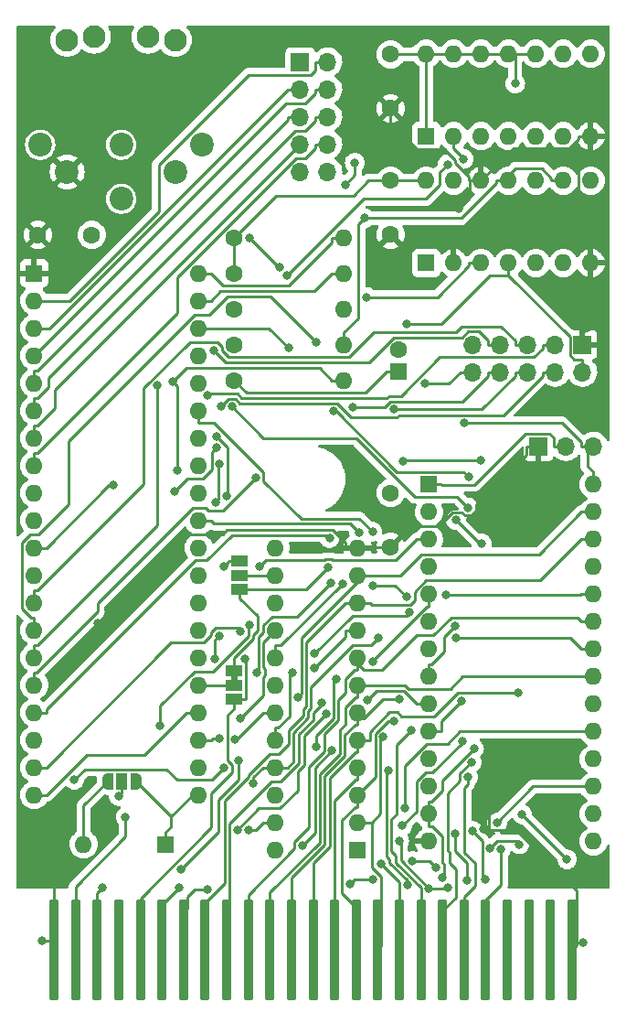
<source format=gbl>
G04 #@! TF.GenerationSoftware,KiCad,Pcbnew,6.0.2+dfsg-1*
G04 #@! TF.CreationDate,2025-05-07T10:32:10+02:00*
G04 #@! TF.ProjectId,burstcart-via,62757273-7463-4617-9274-2d7669612e6b,1.1*
G04 #@! TF.SameCoordinates,Original*
G04 #@! TF.FileFunction,Copper,L2,Bot*
G04 #@! TF.FilePolarity,Positive*
%FSLAX46Y46*%
G04 Gerber Fmt 4.6, Leading zero omitted, Abs format (unit mm)*
G04 Created by KiCad (PCBNEW 6.0.2+dfsg-1) date 2025-05-07 10:32:10*
%MOMM*%
%LPD*%
G01*
G04 APERTURE LIST*
G04 Aperture macros list*
%AMRoundRect*
0 Rectangle with rounded corners*
0 $1 Rounding radius*
0 $2 $3 $4 $5 $6 $7 $8 $9 X,Y pos of 4 corners*
0 Add a 4 corners polygon primitive as box body*
4,1,4,$2,$3,$4,$5,$6,$7,$8,$9,$2,$3,0*
0 Add four circle primitives for the rounded corners*
1,1,$1+$1,$2,$3*
1,1,$1+$1,$4,$5*
1,1,$1+$1,$6,$7*
1,1,$1+$1,$8,$9*
0 Add four rect primitives between the rounded corners*
20,1,$1+$1,$2,$3,$4,$5,0*
20,1,$1+$1,$4,$5,$6,$7,0*
20,1,$1+$1,$6,$7,$8,$9,0*
20,1,$1+$1,$8,$9,$2,$3,0*%
%AMFreePoly0*
4,1,22,0.550000,-0.750000,0.000000,-0.750000,0.000000,-0.745033,-0.079941,-0.743568,-0.215256,-0.701293,-0.333266,-0.622738,-0.424486,-0.514219,-0.481581,-0.384460,-0.499164,-0.250000,-0.500000,-0.250000,-0.500000,0.250000,-0.499164,0.250000,-0.499963,0.256109,-0.478152,0.396186,-0.417904,0.524511,-0.324060,0.630769,-0.204165,0.706417,-0.067858,0.745374,0.000000,0.744959,0.000000,0.750000,
0.550000,0.750000,0.550000,-0.750000,0.550000,-0.750000,$1*%
%AMFreePoly1*
4,1,20,0.000000,0.744959,0.073905,0.744508,0.209726,0.703889,0.328688,0.626782,0.421226,0.519385,0.479903,0.390333,0.500000,0.250000,0.500000,-0.250000,0.499851,-0.262216,0.476331,-0.402017,0.414519,-0.529596,0.319384,-0.634700,0.198574,-0.708877,0.061801,-0.746166,0.000000,-0.745033,0.000000,-0.750000,-0.550000,-0.750000,-0.550000,0.750000,0.000000,0.750000,0.000000,0.744959,
0.000000,0.744959,$1*%
G04 Aperture macros list end*
G04 #@! TA.AperFunction,SMDPad,CuDef*
%ADD10R,1.500000X1.000000*%
G04 #@! TD*
G04 #@! TA.AperFunction,ComponentPad*
%ADD11C,1.600000*%
G04 #@! TD*
G04 #@! TA.AperFunction,ComponentPad*
%ADD12O,1.600000X1.600000*%
G04 #@! TD*
G04 #@! TA.AperFunction,ComponentPad*
%ADD13R,1.700000X1.700000*%
G04 #@! TD*
G04 #@! TA.AperFunction,ComponentPad*
%ADD14O,1.700000X1.700000*%
G04 #@! TD*
G04 #@! TA.AperFunction,ComponentPad*
%ADD15C,2.100000*%
G04 #@! TD*
G04 #@! TA.AperFunction,ComponentPad*
%ADD16C,2.200000*%
G04 #@! TD*
G04 #@! TA.AperFunction,ComponentPad*
%ADD17R,1.600000X1.600000*%
G04 #@! TD*
G04 #@! TA.AperFunction,SMDPad,CuDef*
%ADD18RoundRect,0.112500X-0.337500X-4.512500X0.337500X-4.512500X0.337500X4.512500X-0.337500X4.512500X0*%
G04 #@! TD*
G04 #@! TA.AperFunction,SMDPad,CuDef*
%ADD19FreePoly0,0.000000*%
G04 #@! TD*
G04 #@! TA.AperFunction,SMDPad,CuDef*
%ADD20R,1.000000X1.500000*%
G04 #@! TD*
G04 #@! TA.AperFunction,SMDPad,CuDef*
%ADD21FreePoly1,0.000000*%
G04 #@! TD*
G04 #@! TA.AperFunction,ViaPad*
%ADD22C,0.800000*%
G04 #@! TD*
G04 #@! TA.AperFunction,Conductor*
%ADD23C,0.250000*%
G04 #@! TD*
G04 APERTURE END LIST*
G36*
X141270000Y-112884000D02*
G01*
X140670000Y-112884000D01*
X140670000Y-112384000D01*
X141270000Y-112384000D01*
X141270000Y-112884000D01*
G37*
D10*
X141478000Y-104424000D03*
X141478000Y-103124000D03*
X141478000Y-101824000D03*
D11*
X140970000Y-75184000D03*
D12*
X151130000Y-75184000D03*
D11*
X127762000Y-71628000D03*
X122762000Y-71628000D03*
D13*
X147066000Y-55626000D03*
D14*
X149606000Y-55626000D03*
X147066000Y-58166000D03*
X149606000Y-58166000D03*
X147066000Y-60706000D03*
X149606000Y-60706000D03*
X147066000Y-63246000D03*
X149606000Y-63246000D03*
X147066000Y-65786000D03*
X149606000Y-65786000D03*
D15*
X127976000Y-53294000D03*
X125476000Y-53594000D03*
X132976000Y-53294000D03*
X135476000Y-53594000D03*
D16*
X122976000Y-63294000D03*
X125476000Y-65794000D03*
X130476000Y-63294000D03*
X135476000Y-65794000D03*
X137976000Y-63294000D03*
X130476000Y-68294000D03*
D17*
X158999000Y-94727000D03*
D12*
X158999000Y-97267000D03*
X158999000Y-99807000D03*
X158999000Y-102347000D03*
X158999000Y-104887000D03*
X158999000Y-107427000D03*
X158999000Y-109967000D03*
X158999000Y-112507000D03*
X158999000Y-115047000D03*
X158999000Y-117587000D03*
X158999000Y-120127000D03*
X158999000Y-122667000D03*
X158999000Y-125207000D03*
X158999000Y-127747000D03*
X174239000Y-127747000D03*
X174239000Y-125207000D03*
X174239000Y-122667000D03*
X174239000Y-120127000D03*
X174239000Y-117587000D03*
X174239000Y-115047000D03*
X174239000Y-112507000D03*
X174239000Y-109967000D03*
X174239000Y-107427000D03*
X174239000Y-104887000D03*
X174239000Y-102347000D03*
X174239000Y-99807000D03*
X174239000Y-97267000D03*
X174239000Y-94727000D03*
D11*
X155448000Y-95504000D03*
X155448000Y-100504000D03*
D17*
X134620000Y-128016000D03*
D12*
X127000000Y-128016000D03*
D17*
X158750000Y-74234000D03*
D12*
X161290000Y-74234000D03*
X163830000Y-74234000D03*
X166370000Y-74234000D03*
X168910000Y-74234000D03*
X171450000Y-74234000D03*
X173990000Y-74234000D03*
X173990000Y-66614000D03*
X171450000Y-66614000D03*
X168910000Y-66614000D03*
X166370000Y-66614000D03*
X163830000Y-66614000D03*
X161290000Y-66614000D03*
X158750000Y-66614000D03*
D11*
X140970000Y-85090000D03*
D12*
X151130000Y-85090000D03*
D18*
X124253100Y-137759600D03*
X168253100Y-137759600D03*
X126253100Y-137759600D03*
X170253100Y-137759600D03*
X128253100Y-137759600D03*
X172253100Y-137759600D03*
X130253100Y-137759600D03*
X132253100Y-137759600D03*
X134253100Y-137759600D03*
X136253100Y-137759600D03*
X138253100Y-137759600D03*
X140253100Y-137759600D03*
X142253100Y-137759600D03*
X144253100Y-137759600D03*
X146253100Y-137759600D03*
X148253100Y-137759600D03*
X150253100Y-137759600D03*
X152253100Y-137759600D03*
X154253100Y-137759600D03*
X156253100Y-137759600D03*
X158253100Y-137759600D03*
X160253100Y-137759600D03*
X162253100Y-137759600D03*
X164253100Y-137759600D03*
X166253100Y-137759600D03*
D13*
X169164000Y-91186000D03*
D14*
X171704000Y-91186000D03*
X174244000Y-91186000D03*
D13*
X173223000Y-81783000D03*
D14*
X173223000Y-84323000D03*
X170683000Y-81783000D03*
X170683000Y-84323000D03*
X168143000Y-81783000D03*
X168143000Y-84323000D03*
X165603000Y-81783000D03*
X165603000Y-84323000D03*
X163063000Y-81783000D03*
X163063000Y-84323000D03*
D17*
X152390000Y-128529000D03*
D12*
X152390000Y-125989000D03*
X152390000Y-123449000D03*
X152390000Y-120909000D03*
X152390000Y-118369000D03*
X152390000Y-115829000D03*
X152390000Y-113289000D03*
X152390000Y-110749000D03*
X152390000Y-108209000D03*
X152390000Y-105669000D03*
X152390000Y-103129000D03*
X152390000Y-100589000D03*
X144770000Y-100589000D03*
X144770000Y-103129000D03*
X144770000Y-105669000D03*
X144770000Y-108209000D03*
X144770000Y-110749000D03*
X144770000Y-113289000D03*
X144770000Y-115829000D03*
X144770000Y-118369000D03*
X144770000Y-120909000D03*
X144770000Y-123449000D03*
X144770000Y-125989000D03*
X144770000Y-128529000D03*
D17*
X158750000Y-62484000D03*
D12*
X161290000Y-62484000D03*
X163830000Y-62484000D03*
X166370000Y-62484000D03*
X168910000Y-62484000D03*
X171450000Y-62484000D03*
X173990000Y-62484000D03*
X173990000Y-54864000D03*
X171450000Y-54864000D03*
X168910000Y-54864000D03*
X166370000Y-54864000D03*
X163830000Y-54864000D03*
X161290000Y-54864000D03*
X158750000Y-54864000D03*
D17*
X156210000Y-84267100D03*
D11*
X156210000Y-82267100D03*
X140970000Y-78486000D03*
D12*
X151130000Y-78486000D03*
D17*
X122423000Y-75184000D03*
D12*
X122423000Y-77724000D03*
X122423000Y-80264000D03*
X122423000Y-82804000D03*
X122423000Y-85344000D03*
X122423000Y-87884000D03*
X122423000Y-90424000D03*
X122423000Y-92964000D03*
X122423000Y-95504000D03*
X122423000Y-98044000D03*
X122423000Y-100584000D03*
X122423000Y-103124000D03*
X122423000Y-105664000D03*
X122423000Y-108204000D03*
X122423000Y-110744000D03*
X122423000Y-113284000D03*
X122423000Y-115824000D03*
X122423000Y-118364000D03*
X122423000Y-120904000D03*
X122423000Y-123444000D03*
X137663000Y-123444000D03*
X137663000Y-120904000D03*
X137663000Y-118364000D03*
X137663000Y-115824000D03*
X137663000Y-113284000D03*
X137663000Y-110744000D03*
X137663000Y-108204000D03*
X137663000Y-105664000D03*
X137663000Y-103124000D03*
X137663000Y-100584000D03*
X137663000Y-98044000D03*
X137663000Y-95504000D03*
X137663000Y-92964000D03*
X137663000Y-90424000D03*
X137663000Y-87884000D03*
X137663000Y-85344000D03*
X137663000Y-82804000D03*
X137663000Y-80264000D03*
X137663000Y-77724000D03*
X137663000Y-75184000D03*
D11*
X155448000Y-66614000D03*
X155448000Y-71614000D03*
X155448000Y-54930000D03*
X155448000Y-59930000D03*
X140970000Y-81788000D03*
D12*
X151130000Y-81788000D03*
D11*
X140970000Y-71882000D03*
D12*
X151130000Y-71882000D03*
D10*
X140970000Y-111984000D03*
X140970000Y-113284000D03*
X140970000Y-114584000D03*
D19*
X129256000Y-122174000D03*
D20*
X130556000Y-122174000D03*
D21*
X131856000Y-122174000D03*
D22*
X135255200Y-85211800D03*
X142311000Y-126676600D03*
X135691300Y-93449300D03*
X156943000Y-79838000D03*
X138499900Y-86492800D03*
X129751800Y-94767200D03*
X139741600Y-87495000D03*
X148526400Y-81554800D03*
X155746700Y-87764600D03*
X139086700Y-82288800D03*
X133824200Y-85578700D03*
X142952500Y-94092100D03*
X151950400Y-87595900D03*
X149791500Y-99678700D03*
X130253100Y-123553800D03*
X151226900Y-66977000D03*
X152123700Y-64954400D03*
X149680100Y-102386800D03*
X156587100Y-92609300D03*
X167632200Y-125252200D03*
X163768200Y-92476100D03*
X171787300Y-129407300D03*
X153812800Y-131279900D03*
X151707800Y-131652100D03*
X156737100Y-124632600D03*
X159674100Y-130168900D03*
X157463300Y-129554000D03*
X165312900Y-126006700D03*
X164667500Y-128343000D03*
X167357600Y-128011700D03*
X155238200Y-121155400D03*
X156991900Y-131802500D03*
X160727500Y-132036500D03*
X158980600Y-132099500D03*
X148571400Y-119002600D03*
X156238000Y-127719300D03*
X150391500Y-112711100D03*
X161498900Y-98013200D03*
X163908500Y-100191400D03*
X152532700Y-99159000D03*
X160204200Y-131136200D03*
X163175300Y-119168000D03*
X162534200Y-131316200D03*
X161437200Y-127000800D03*
X164252200Y-131292800D03*
X163026800Y-126759200D03*
X128757600Y-132049100D03*
X161774200Y-69225000D03*
X173308600Y-137076700D03*
X128346000Y-107535500D03*
X164242200Y-98864200D03*
X125387400Y-125016100D03*
X123172600Y-136912000D03*
X164037200Y-126605300D03*
X164644800Y-123502100D03*
X173673900Y-80174100D03*
X153007100Y-70089700D03*
X139320900Y-91331500D03*
X158604000Y-85416200D03*
X162306000Y-89043400D03*
X135467800Y-95338500D03*
X166986800Y-57626300D03*
X135980100Y-130345500D03*
X141352400Y-120249700D03*
X141534500Y-116392000D03*
X142402200Y-107742100D03*
X134093900Y-117008900D03*
X130885600Y-125476300D03*
X141962600Y-110828600D03*
X139975900Y-102317500D03*
X141248900Y-126703100D03*
X149442700Y-115960600D03*
X135890000Y-131994700D03*
X146820000Y-114411700D03*
X138436500Y-132211000D03*
X150025300Y-119360700D03*
X147272600Y-128094900D03*
X148384900Y-111684900D03*
X149057900Y-114912600D03*
X160582900Y-104952500D03*
X156225800Y-114616300D03*
X167241200Y-113952700D03*
X143325000Y-102334000D03*
X155706000Y-116581100D03*
X154751200Y-118071700D03*
X153839100Y-111139000D03*
X154592700Y-129843700D03*
X156543000Y-126288900D03*
X162089100Y-118518600D03*
X153765000Y-104056800D03*
X156927200Y-105120100D03*
X153765000Y-99087600D03*
X157325100Y-117497500D03*
X161459500Y-107786400D03*
X162966200Y-120438300D03*
X140755600Y-87508900D03*
X162639200Y-96864300D03*
X153265600Y-114696900D03*
X162606600Y-121781500D03*
X140253900Y-95802700D03*
X139285400Y-90281400D03*
X162667000Y-94010000D03*
X161999000Y-114734000D03*
X150171800Y-87928100D03*
X145993800Y-82070100D03*
X165669500Y-128452800D03*
X146356000Y-112145500D03*
X161500400Y-108947400D03*
X148375600Y-110376300D03*
X157165600Y-106574000D03*
X162194200Y-64597400D03*
X145146800Y-74625200D03*
X142390100Y-71898300D03*
X153229600Y-77391200D03*
X145860600Y-75352200D03*
X160716600Y-65114200D03*
X141022100Y-118310900D03*
X139568200Y-118188900D03*
X142740700Y-122335400D03*
X140010400Y-120966300D03*
X154291000Y-108938900D03*
X126150500Y-122043800D03*
X141557600Y-108333600D03*
X150992300Y-103907400D03*
X149890500Y-103831500D03*
X143077300Y-112107400D03*
X139231100Y-96421100D03*
X139613200Y-92836300D03*
X139164100Y-110840500D03*
X139532700Y-108731900D03*
D23*
X149606000Y-55626000D02*
X148429100Y-55626000D01*
X148429100Y-56435200D02*
X148061400Y-56802900D01*
X142311115Y-56802900D02*
X148061400Y-56802900D01*
X133951489Y-69430511D02*
X133951489Y-65162526D01*
X133951489Y-65162526D02*
X142311115Y-56802900D01*
X148429100Y-55626000D02*
X148429100Y-56435200D01*
X125658000Y-77724000D02*
X133951489Y-69430511D01*
X125658000Y-77724000D02*
X122423000Y-77724000D01*
X123791100Y-80264000D02*
X145889100Y-58166000D01*
X147066000Y-58166000D02*
X145889100Y-58166000D01*
X122423000Y-80264000D02*
X123791100Y-80264000D01*
X122423000Y-82804000D02*
X145791000Y-59436000D01*
X149606000Y-58166000D02*
X148429100Y-58166000D01*
X147524900Y-59436000D02*
X148429100Y-58531800D01*
X148429100Y-58531800D02*
X148429100Y-58166000D01*
X145791000Y-59436000D02*
X147524900Y-59436000D01*
X147066000Y-60706000D02*
X145889100Y-60706000D01*
X122423000Y-85344000D02*
X122423000Y-84217100D01*
X122423000Y-84217100D02*
X122704700Y-84217100D01*
X122704700Y-84217100D02*
X145889100Y-61032700D01*
X145889100Y-61032700D02*
X145889100Y-60706000D01*
X123737100Y-84880200D02*
X146641300Y-61976000D01*
X146641300Y-61976000D02*
X147524900Y-61976000D01*
X122423000Y-87884000D02*
X122423000Y-86757100D01*
X147524900Y-61976000D02*
X148429100Y-61071800D01*
X149606000Y-60706000D02*
X148429100Y-60706000D01*
X123737100Y-85724800D02*
X123737100Y-84880200D01*
X148429100Y-61071800D02*
X148429100Y-60706000D01*
X122423000Y-86757100D02*
X122704800Y-86757100D01*
X122704800Y-86757100D02*
X123737100Y-85724800D01*
X124323200Y-87678600D02*
X122704700Y-89297100D01*
X122423000Y-90424000D02*
X122423000Y-89297100D01*
X147066000Y-63246000D02*
X124323200Y-85988800D01*
X124323200Y-85988800D02*
X124323200Y-87678600D01*
X122704700Y-89297100D02*
X122423000Y-89297100D01*
X149606000Y-63246000D02*
X148429100Y-63246000D01*
X147524900Y-64516000D02*
X148429100Y-63611800D01*
X135668000Y-78873800D02*
X135668000Y-75512700D01*
X146664700Y-64516000D02*
X147524900Y-64516000D01*
X122423000Y-92964000D02*
X122423000Y-91837100D01*
X148429100Y-63611800D02*
X148429100Y-63246000D01*
X135668000Y-75512700D02*
X146664700Y-64516000D01*
X122704700Y-91837100D02*
X135668000Y-78873800D01*
X122423000Y-91837100D02*
X122704700Y-91837100D01*
X136503900Y-83963100D02*
X135255200Y-85211800D01*
X166370000Y-75360900D02*
X164600400Y-75360900D01*
X172046100Y-82778400D02*
X172046100Y-81037000D01*
X144770000Y-125989000D02*
X143643100Y-125989000D01*
X173223000Y-83146100D02*
X172413800Y-83146100D01*
X148876200Y-83963100D02*
X136503900Y-83963100D01*
X172046100Y-81037000D02*
X166370000Y-75360900D01*
X166370000Y-74234000D02*
X166370000Y-75360900D01*
X173223000Y-84323000D02*
X173223000Y-83146100D01*
X151130000Y-85090000D02*
X150003100Y-85090000D01*
X142955500Y-126676600D02*
X142311000Y-126676600D01*
X172413800Y-83146100D02*
X172046100Y-82778400D01*
X135255200Y-85211800D02*
X135691300Y-85647900D01*
X160123300Y-79838000D02*
X156943000Y-79838000D01*
X150003100Y-85090000D02*
X148876200Y-83963100D01*
X143643100Y-125989000D02*
X142955500Y-126676600D01*
X135691300Y-85647900D02*
X135691300Y-93449300D01*
X164600400Y-75360900D02*
X160123300Y-79838000D01*
X168697100Y-82959900D02*
X160020700Y-82959900D01*
X122423000Y-100584000D02*
X123549900Y-100584000D01*
X123549900Y-100584000D02*
X129366700Y-94767200D01*
X169506100Y-81783000D02*
X169506100Y-82150900D01*
X170683000Y-81783000D02*
X169506100Y-81783000D01*
X138662600Y-86330100D02*
X138499900Y-86492800D01*
X160020700Y-82959900D02*
X156394800Y-86585800D01*
X141243900Y-86330100D02*
X138662600Y-86330100D01*
X129366700Y-94767200D02*
X129751800Y-94767200D01*
X169506100Y-82150900D02*
X168697100Y-82959900D01*
X155258500Y-86585800D02*
X155134800Y-86709500D01*
X155134800Y-86709500D02*
X141623300Y-86709500D01*
X156394800Y-86585800D02*
X155258500Y-86585800D01*
X141623300Y-86709500D02*
X141243900Y-86330100D01*
X150472300Y-87199700D02*
X141474400Y-87199700D01*
X141474400Y-87199700D02*
X141056700Y-86782000D01*
X169506100Y-84688800D02*
X165897600Y-88297300D01*
X156036400Y-88502900D02*
X151775500Y-88502900D01*
X140454600Y-86782000D02*
X139741600Y-87495000D01*
X141056700Y-86782000D02*
X140454600Y-86782000D01*
X151775500Y-88502900D02*
X150472300Y-87199700D01*
X170683000Y-84323000D02*
X169506100Y-84323000D01*
X165897600Y-88297300D02*
X156242000Y-88297300D01*
X169506100Y-84323000D02*
X169506100Y-84688800D01*
X156242000Y-88297300D02*
X156036400Y-88502900D01*
X139843100Y-81964900D02*
X139843100Y-82329600D01*
X132582900Y-85782400D02*
X136839500Y-81525800D01*
X168143000Y-81783000D02*
X166966100Y-81783000D01*
X132582900Y-94658900D02*
X132582900Y-85782400D01*
X122704700Y-104537100D02*
X132582900Y-94658900D01*
X136839500Y-81525800D02*
X139404000Y-81525800D01*
X140445700Y-82932200D02*
X151580400Y-82932200D01*
X166966100Y-81415200D02*
X166966100Y-81783000D01*
X151580400Y-82932200D02*
X153877000Y-80635600D01*
X153877000Y-80635600D02*
X161528700Y-80635600D01*
X165680500Y-80129600D02*
X166966100Y-81415200D01*
X122423000Y-105664000D02*
X122423000Y-104537100D01*
X139404000Y-81525800D02*
X139843100Y-81964900D01*
X122423000Y-104537100D02*
X122704700Y-104537100D01*
X162034700Y-80129600D02*
X165680500Y-80129600D01*
X161528700Y-80635600D02*
X162034700Y-80129600D01*
X139843100Y-82329600D02*
X140445700Y-82932200D01*
X163890300Y-87764600D02*
X166966100Y-84688800D01*
X138661800Y-78994000D02*
X140315300Y-77340500D01*
X140315300Y-77340500D02*
X144312100Y-77340500D01*
X137315000Y-78994000D02*
X138661800Y-78994000D01*
X155746700Y-87764600D02*
X163890300Y-87764600D01*
X121275000Y-100076600D02*
X122037600Y-99314000D01*
X122141300Y-107077100D02*
X121275000Y-106210800D01*
X168143000Y-84323000D02*
X166966100Y-84323000D01*
X122793000Y-99314000D02*
X125573500Y-96533500D01*
X121275000Y-106210800D02*
X121275000Y-100076600D01*
X125573500Y-96533500D02*
X125573500Y-90735500D01*
X144312100Y-77340500D02*
X148526400Y-81554800D01*
X166966100Y-84688800D02*
X166966100Y-84323000D01*
X122037600Y-99314000D02*
X122793000Y-99314000D01*
X125573500Y-90735500D02*
X137315000Y-78994000D01*
X122423000Y-108204000D02*
X122423000Y-107077100D01*
X122423000Y-107077100D02*
X122141300Y-107077100D01*
X155762300Y-81113400D02*
X162068200Y-81113400D01*
X133824200Y-98497600D02*
X122704700Y-109617100D01*
X122423000Y-110744000D02*
X122423000Y-109617100D01*
X162068200Y-81113400D02*
X162596700Y-80584900D01*
X162596700Y-80584900D02*
X163595800Y-80584900D01*
X133824200Y-85578700D02*
X133824200Y-98497600D01*
X140200900Y-83403000D02*
X153472700Y-83403000D01*
X153472700Y-83403000D02*
X155762300Y-81113400D01*
X163595800Y-80584900D02*
X164426100Y-81415200D01*
X139086700Y-82288800D02*
X140200900Y-83403000D01*
X164426100Y-81415200D02*
X164426100Y-81783000D01*
X122704700Y-109617100D02*
X122423000Y-109617100D01*
X165603000Y-81783000D02*
X164426100Y-81783000D01*
X138280700Y-96889900D02*
X138541600Y-97150800D01*
X142952500Y-94132100D02*
X142952500Y-94092100D01*
X155445700Y-87037700D02*
X154887500Y-87595900D01*
X138541600Y-97150800D02*
X139933800Y-97150800D01*
X122423000Y-112157100D02*
X122656500Y-112157100D01*
X162068800Y-87037700D02*
X155445700Y-87037700D01*
X165603000Y-84323000D02*
X164426100Y-84323000D01*
X122656500Y-112157100D02*
X128315100Y-106498500D01*
X164426100Y-84680400D02*
X162068800Y-87037700D01*
X164426100Y-84323000D02*
X164426100Y-84680400D01*
X139933800Y-97150800D02*
X142952500Y-94132100D01*
X154887500Y-87595900D02*
X151950400Y-87595900D01*
X128315100Y-105734000D02*
X137159200Y-96889900D01*
X137159200Y-96889900D02*
X138280700Y-96889900D01*
X128315100Y-106498500D02*
X128315100Y-105734000D01*
X122423000Y-113284000D02*
X122423000Y-112157100D01*
X122423000Y-115824000D02*
X123549900Y-115824000D01*
X137359300Y-101732900D02*
X138429100Y-101732900D01*
X149529400Y-99416600D02*
X149791500Y-99678700D01*
X123549900Y-115824000D02*
X123549900Y-115542300D01*
X123549900Y-115542300D02*
X137359300Y-101732900D01*
X138429100Y-101732900D02*
X140745400Y-99416600D01*
X140745400Y-99416600D02*
X149529400Y-99416600D01*
X138789900Y-77724000D02*
X139673000Y-76840900D01*
X148346200Y-76840900D02*
X150003100Y-75184000D01*
X137663000Y-77724000D02*
X138789900Y-77724000D01*
X151130000Y-75184000D02*
X150003100Y-75184000D01*
X139673000Y-76840900D02*
X148346200Y-76840900D01*
X130556000Y-123250900D02*
X130253100Y-123553800D01*
X130556000Y-122174000D02*
X130556000Y-123250900D01*
X152123700Y-66080200D02*
X152123700Y-64954400D01*
X150003100Y-72316200D02*
X145978200Y-76341100D01*
X151130000Y-71882000D02*
X150003100Y-71882000D01*
X145978200Y-76341100D02*
X139947000Y-76341100D01*
X150003100Y-71882000D02*
X150003100Y-72316200D01*
X139947000Y-76341100D02*
X138789900Y-75184000D01*
X137663000Y-75184000D02*
X138789900Y-75184000D01*
X151226900Y-66977000D02*
X152123700Y-66080200D01*
X143129100Y-108264900D02*
X143129100Y-106902000D01*
X149680100Y-102386800D02*
X147642900Y-104424000D01*
X142736400Y-109026900D02*
X142736400Y-108657600D01*
X143129100Y-106902000D02*
X141478000Y-105250900D01*
X156720300Y-92476100D02*
X156587100Y-92609300D01*
X171787300Y-129407300D02*
X167632200Y-125252200D01*
X142736400Y-108657600D02*
X143129100Y-108264900D01*
X147642900Y-104424000D02*
X141478000Y-104424000D01*
X163768200Y-92476100D02*
X156720300Y-92476100D01*
X140970000Y-111984000D02*
X140970000Y-110793300D01*
X141478000Y-104424000D02*
X141478000Y-105250900D01*
X140970000Y-110793300D02*
X142736400Y-109026900D01*
X160711000Y-118714000D02*
X158818100Y-118714000D01*
X151707800Y-131652100D02*
X152080000Y-131279900D01*
X161838000Y-117587000D02*
X160711000Y-118714000D01*
X158818100Y-118714000D02*
X156737100Y-120795000D01*
X156737100Y-120795000D02*
X156737100Y-124632600D01*
X152080000Y-131279900D02*
X153812800Y-131279900D01*
X161838000Y-117587000D02*
X174239000Y-117587000D01*
X159674100Y-130168900D02*
X159059200Y-129554000D01*
X159059200Y-129554000D02*
X157463300Y-129554000D01*
X168652600Y-122667000D02*
X165312900Y-126006700D01*
X174239000Y-122667000D02*
X168652600Y-122667000D01*
X155238200Y-121155400D02*
X155038800Y-121354800D01*
X155038800Y-121354800D02*
X155038800Y-129117300D01*
X156991900Y-131389000D02*
X156991900Y-131802500D01*
X155319700Y-129398200D02*
X155319700Y-129716800D01*
X167071800Y-127725900D02*
X167357600Y-128011700D01*
X155319700Y-129716800D02*
X156991900Y-131389000D01*
X165284600Y-127725900D02*
X167071800Y-127725900D01*
X155038800Y-129117300D02*
X155319700Y-129398200D01*
X164667500Y-128343000D02*
X165284600Y-127725900D01*
X150169600Y-116331000D02*
X150169600Y-112933000D01*
X148571400Y-117929200D02*
X150169600Y-116331000D01*
X148571400Y-119002600D02*
X148571400Y-117929200D01*
X156238000Y-127719300D02*
X156393000Y-127874300D01*
X160664500Y-132099500D02*
X160727500Y-132036500D01*
X156393000Y-129511900D02*
X158980600Y-132099500D01*
X158980600Y-132099500D02*
X160664500Y-132099500D01*
X150169600Y-112933000D02*
X150391500Y-112711100D01*
X156393000Y-127874300D02*
X156393000Y-129511900D01*
X159232500Y-124080100D02*
X158999000Y-124080100D01*
X163908500Y-100191400D02*
X163677100Y-100191400D01*
X139082400Y-98336500D02*
X151710200Y-98336500D01*
X163175300Y-119168000D02*
X160258300Y-122085000D01*
X160220700Y-127273900D02*
X160220700Y-129687500D01*
X160401000Y-130939400D02*
X160204200Y-131136200D01*
X151710200Y-98336500D02*
X152532700Y-99159000D01*
X160258300Y-122085000D02*
X160258300Y-123054300D01*
X158999000Y-126333900D02*
X159280700Y-126333900D01*
X137663000Y-98044000D02*
X138789900Y-98044000D01*
X159280700Y-126333900D02*
X160220700Y-127273900D01*
X158999000Y-125207000D02*
X158999000Y-124080100D01*
X138789900Y-98044000D02*
X139082400Y-98336500D01*
X160401000Y-129867800D02*
X160401000Y-130939400D01*
X160258300Y-123054300D02*
X159232500Y-124080100D01*
X158999000Y-125207000D02*
X158999000Y-126333900D01*
X160220700Y-129687500D02*
X160401000Y-129867800D01*
X163677100Y-100191400D02*
X161498900Y-98013200D01*
X161437200Y-128638000D02*
X162534200Y-129735000D01*
X162534200Y-129735000D02*
X162534200Y-131316200D01*
X161437200Y-127000800D02*
X161437200Y-128638000D01*
X163026800Y-126759200D02*
X163940500Y-127672900D01*
X163940500Y-127672900D02*
X163940500Y-130981100D01*
X163940500Y-130981100D02*
X164252200Y-131292800D01*
X128757600Y-132049100D02*
X128253100Y-132553600D01*
X128253100Y-132553600D02*
X128253100Y-137759600D01*
X172863100Y-71980200D02*
X172863100Y-64456000D01*
X172676900Y-137076700D02*
X173308600Y-137076700D01*
X139892200Y-99318300D02*
X136563200Y-99318300D01*
X167107500Y-126733600D02*
X164651900Y-126733600D01*
X173223000Y-81783000D02*
X173223000Y-80606100D01*
X162954800Y-97576700D02*
X163366100Y-97165400D01*
X173673900Y-80174100D02*
X173241900Y-80606100D01*
X151263100Y-100113400D02*
X150098400Y-98948700D01*
X164651900Y-126733600D02*
X164522400Y-126604100D01*
X162954800Y-97576700D02*
X162940300Y-97591200D01*
X164522400Y-123624500D02*
X164522400Y-126604100D01*
X162773300Y-66614000D02*
X162773300Y-68225900D01*
X164522400Y-126604100D02*
X164038400Y-126604100D01*
X153601900Y-100504000D02*
X153516900Y-100589000D01*
X155448000Y-59930000D02*
X155448000Y-61249700D01*
X124253100Y-126150400D02*
X124253100Y-136912000D01*
X162338200Y-97591200D02*
X162033300Y-97286300D01*
X159885200Y-98599000D02*
X157353000Y-98599000D01*
X172018000Y-63610900D02*
X166833100Y-63610900D01*
X162703100Y-66543900D02*
X162703200Y-66543900D01*
X173241900Y-80606100D02*
X173223000Y-80606100D01*
X172863100Y-62484000D02*
X172863100Y-62765800D01*
X173990000Y-74234000D02*
X173990000Y-73107100D01*
X161443500Y-64724300D02*
X161443500Y-64950000D01*
X157864000Y-63665700D02*
X160384900Y-63665700D01*
X173990000Y-73107100D02*
X172863100Y-71980200D01*
X155448000Y-100504000D02*
X153601900Y-100504000D01*
X150098400Y-98948700D02*
X140261800Y-98948700D01*
X162940300Y-97591200D02*
X162338200Y-97591200D01*
X162033300Y-97286300D02*
X161197900Y-97286300D01*
X164038400Y-126604100D02*
X164037200Y-126605300D01*
X162703100Y-66209600D02*
X162703100Y-66543900D01*
X173990000Y-62484000D02*
X172863100Y-62484000D01*
X161443500Y-64950000D02*
X162703100Y-66209600D01*
X124253100Y-136912000D02*
X123172600Y-136912000D01*
X162773300Y-68225900D02*
X161774200Y-69225000D01*
X152390000Y-100589000D02*
X151263100Y-100589000D01*
X163366100Y-97165400D02*
X163366100Y-96584500D01*
X172676900Y-132303000D02*
X167107500Y-126733600D01*
X163830000Y-66614000D02*
X162773300Y-66614000D01*
X166833100Y-63610900D02*
X163830000Y-66614000D01*
X160384900Y-63665700D02*
X161443500Y-64724300D01*
X162703200Y-66543900D02*
X162773300Y-66614000D01*
X140261800Y-98948700D02*
X139892200Y-99318300D01*
X125387400Y-125016100D02*
X124253100Y-126150400D01*
X161197900Y-97286300D02*
X159885200Y-98599000D01*
X172863100Y-64456000D02*
X172018000Y-63610900D01*
X167987100Y-91963500D02*
X167987100Y-91186000D01*
X136563200Y-99318300D02*
X128346000Y-107535500D01*
X172253100Y-137759600D02*
X172676900Y-137335800D01*
X163366100Y-96584500D02*
X167987100Y-91963500D01*
X157353000Y-98599000D02*
X155448000Y-100504000D01*
X169164000Y-91186000D02*
X167987100Y-91186000D01*
X124253100Y-136912000D02*
X124253100Y-137759600D01*
X164644800Y-123502100D02*
X164522400Y-123624500D01*
X162954800Y-97576700D02*
X164242200Y-98864200D01*
X152390000Y-100589000D02*
X153516900Y-100589000D01*
X155448000Y-61249700D02*
X157864000Y-63665700D01*
X172676900Y-137335800D02*
X172676900Y-137076700D01*
X172863100Y-62765800D02*
X172018000Y-63610900D01*
X172676900Y-137076700D02*
X172676900Y-132303000D01*
X151263100Y-100589000D02*
X151263100Y-100113400D01*
X167026100Y-65480600D02*
X169423200Y-65480600D01*
X151130000Y-81788000D02*
X151130000Y-80661100D01*
X151130000Y-80661100D02*
X152460900Y-79330200D01*
X165806600Y-66614000D02*
X165892700Y-66614000D01*
X153007100Y-70089700D02*
X162000900Y-70089700D01*
X165243100Y-66847500D02*
X165243100Y-66614000D01*
X162000900Y-70089700D02*
X165243100Y-66847500D01*
X152460900Y-70635900D02*
X153007100Y-70089700D01*
X169423200Y-65480600D02*
X170323100Y-66380500D01*
X166370000Y-66614000D02*
X165892700Y-66614000D01*
X171450000Y-66614000D02*
X170323100Y-66614000D01*
X152460900Y-79330200D02*
X152460900Y-70635900D01*
X170323100Y-66380500D02*
X170323100Y-66614000D01*
X165806600Y-66614000D02*
X165243100Y-66614000D01*
X165892700Y-66614000D02*
X167026100Y-65480600D01*
X140970000Y-85090000D02*
X142097200Y-86217200D01*
X137663000Y-115824000D02*
X136536100Y-115824000D01*
X160792900Y-85416200D02*
X158604000Y-85416200D01*
X174244000Y-91186000D02*
X173655600Y-91186000D01*
X122423000Y-123444000D02*
X123549900Y-123444000D01*
X156210000Y-84267100D02*
X155083100Y-84267100D01*
X136591900Y-94214400D02*
X135467800Y-95338500D01*
X127268900Y-119725000D02*
X123549900Y-123444000D01*
X163063000Y-84323000D02*
X161886100Y-84323000D01*
X155448000Y-66614000D02*
X158750000Y-66614000D01*
X138886300Y-91766100D02*
X138886300Y-93354600D01*
X173067100Y-91186000D02*
X173067100Y-90818200D01*
X166986800Y-54864000D02*
X166986800Y-57626300D01*
X173655600Y-91186000D02*
X173655600Y-93016700D01*
X139320900Y-91331500D02*
X138886300Y-91766100D01*
X157557100Y-54930000D02*
X157623100Y-54864000D01*
X136536100Y-115824000D02*
X132635100Y-119725000D01*
X171292300Y-89043400D02*
X162306000Y-89043400D01*
X158750000Y-62484000D02*
X158750000Y-54864000D01*
X140970000Y-71882000D02*
X144834400Y-68017600D01*
X173067100Y-90818200D02*
X171292300Y-89043400D01*
X153133000Y-86217200D02*
X155083100Y-84267100D01*
X161290000Y-54864000D02*
X163830000Y-54864000D01*
X138886300Y-93354600D02*
X138026500Y-94214400D01*
X174239000Y-94727000D02*
X174239000Y-93600100D01*
X173655600Y-93016700D02*
X174239000Y-93600100D01*
X140970000Y-75184000D02*
X140970000Y-71882000D01*
X163830000Y-54864000D02*
X166370000Y-54864000D01*
X144834400Y-68017600D02*
X152006500Y-68017600D01*
X153410100Y-66614000D02*
X155448000Y-66614000D01*
X142097200Y-86217200D02*
X153133000Y-86217200D01*
X132635100Y-119725000D02*
X127268900Y-119725000D01*
X166986800Y-54864000D02*
X168910000Y-54864000D01*
X161886100Y-84323000D02*
X160792900Y-85416200D01*
X166370000Y-54864000D02*
X166986800Y-54864000D01*
X152006500Y-68017600D02*
X153410100Y-66614000D01*
X155448000Y-54930000D02*
X157557100Y-54930000D01*
X138026500Y-94214400D02*
X136591900Y-94214400D01*
X173655600Y-91186000D02*
X173067100Y-91186000D01*
X158750000Y-54864000D02*
X161290000Y-54864000D01*
X158750000Y-54864000D02*
X157623100Y-54864000D01*
X143643100Y-112569600D02*
X143804200Y-112408500D01*
X143643100Y-109335900D02*
X144770000Y-108209000D01*
X141534500Y-116392000D02*
X143643100Y-114283400D01*
X143643100Y-114283400D02*
X143643100Y-112569600D01*
X139497300Y-123860700D02*
X141352400Y-122005600D01*
X143643100Y-111645200D02*
X143643100Y-109335900D01*
X135980100Y-130345500D02*
X139497300Y-126828300D01*
X143804200Y-112408500D02*
X143804200Y-111806300D01*
X139497300Y-126828300D02*
X139497300Y-123860700D01*
X143804200Y-111806300D02*
X143643100Y-111645200D01*
X141352400Y-122005600D02*
X141352400Y-120249700D01*
X142284500Y-108751700D02*
X142284500Y-107859800D01*
X134093900Y-115211600D02*
X137291500Y-112014000D01*
X134093900Y-117008900D02*
X134093900Y-115211600D01*
X126253100Y-131956100D02*
X126253100Y-137759600D01*
X130885600Y-127323600D02*
X126253100Y-131956100D01*
X142284500Y-107859800D02*
X142402200Y-107742100D01*
X137291500Y-112014000D02*
X139022200Y-112014000D01*
X130885600Y-125476300D02*
X130885600Y-127323600D01*
X139022200Y-112014000D02*
X142284500Y-108751700D01*
X140738900Y-120664200D02*
X140295200Y-120220500D01*
X138820300Y-126432800D02*
X138820300Y-123307900D01*
X142046900Y-114584000D02*
X142046900Y-110912900D01*
X140970000Y-114584000D02*
X140970000Y-115410900D01*
X142046900Y-110912900D02*
X141962600Y-110828600D01*
X138820300Y-123307900D02*
X140738900Y-121389300D01*
X132253100Y-133000000D02*
X138820300Y-126432800D01*
X141478000Y-101824000D02*
X140401100Y-101824000D01*
X140738900Y-121389300D02*
X140738900Y-120664200D01*
X140401100Y-101824000D02*
X140401100Y-101892300D01*
X140295200Y-116085700D02*
X140970000Y-115410900D01*
X140295200Y-120220500D02*
X140295200Y-116085700D01*
X132253100Y-137759600D02*
X132253100Y-133000000D01*
X140970000Y-114584000D02*
X142046900Y-114584000D01*
X140401100Y-101892300D02*
X139975900Y-102317500D01*
X145128400Y-124701600D02*
X143250400Y-124701600D01*
X146814100Y-123015900D02*
X145128400Y-124701600D01*
X147414200Y-117989100D02*
X147414200Y-120678400D01*
X134253100Y-133631600D02*
X135890000Y-131994700D01*
X146814100Y-121278500D02*
X146814100Y-123015900D01*
X147414200Y-120678400D02*
X146814100Y-121278500D01*
X143250400Y-124701600D02*
X141248900Y-126703100D01*
X134253100Y-137759600D02*
X134253100Y-133631600D01*
X149442700Y-115960600D02*
X147414200Y-117989100D01*
X147272600Y-128094900D02*
X148446500Y-126921000D01*
X146820000Y-114411700D02*
X147164000Y-114067700D01*
X136652000Y-133892661D02*
X136652000Y-132842000D01*
X147164000Y-114067700D02*
X147164000Y-108902400D01*
X156316100Y-103129000D02*
X158255700Y-101189400D01*
X136253100Y-137759600D02*
X136253100Y-134291561D01*
X136652000Y-132842000D02*
X137283000Y-132211000D01*
X136253100Y-134291561D02*
X136652000Y-133892661D01*
X148446500Y-126921000D02*
X148446500Y-120939500D01*
X174239000Y-97267000D02*
X173112100Y-97267000D01*
X158255700Y-101189400D02*
X169189700Y-101189400D01*
X152937400Y-103129000D02*
X156316100Y-103129000D01*
X152390000Y-103129000D02*
X152937400Y-103129000D01*
X137283000Y-132211000D02*
X138436500Y-132211000D01*
X148446500Y-120939500D02*
X150025300Y-119360700D01*
X147164000Y-108902400D02*
X152937400Y-103129000D01*
X169189700Y-101189400D02*
X173112100Y-97267000D01*
X140070100Y-123977700D02*
X140070100Y-131606300D01*
X153694900Y-105847000D02*
X157228300Y-105847000D01*
X147615900Y-109316200D02*
X147615900Y-115223400D01*
X145990300Y-118765100D02*
X145116400Y-119639000D01*
X152390000Y-105669000D02*
X151263100Y-105669000D01*
X157654100Y-105421200D02*
X157654100Y-104636700D01*
X147360000Y-115479300D02*
X147360000Y-116118400D01*
X147360000Y-116118400D02*
X145990300Y-117488100D01*
X142256200Y-121791600D02*
X140070100Y-123977700D01*
X142256200Y-121631800D02*
X142256200Y-121791600D01*
X169302100Y-103617000D02*
X173112100Y-99807000D01*
X140070100Y-131606300D02*
X138253100Y-133423300D01*
X174239000Y-99807000D02*
X173112100Y-99807000D01*
X145116400Y-119639000D02*
X144249000Y-119639000D01*
X145990300Y-117488100D02*
X145990300Y-118765100D01*
X147615900Y-115223400D02*
X147360000Y-115479300D01*
X157654100Y-104636700D02*
X158673800Y-103617000D01*
X157228300Y-105847000D02*
X157654100Y-105421200D01*
X138253100Y-133423300D02*
X138253100Y-137759600D01*
X151263100Y-105669000D02*
X147615900Y-109316200D01*
X153516900Y-105669000D02*
X153694900Y-105847000D01*
X144249000Y-119639000D02*
X142256200Y-121631800D01*
X152390000Y-105669000D02*
X153516900Y-105669000D01*
X158673800Y-103617000D02*
X169302100Y-103617000D01*
X148263800Y-115853700D02*
X148263800Y-116492800D01*
X144440300Y-122179000D02*
X140522000Y-126097300D01*
X151263100Y-108209000D02*
X151263100Y-108806700D01*
X149057900Y-115059600D02*
X148263800Y-115853700D01*
X149057900Y-114912600D02*
X149057900Y-115059600D01*
X146920200Y-120533300D02*
X145274600Y-122178900D01*
X140522000Y-137490700D02*
X140253100Y-137759600D01*
X145274600Y-122178900D02*
X145274600Y-122179000D01*
X151263100Y-108806700D02*
X148384900Y-111684900D01*
X140522000Y-126097300D02*
X140522000Y-137490700D01*
X146920200Y-117836400D02*
X146920200Y-120533300D01*
X145274600Y-122179000D02*
X144440300Y-122179000D01*
X148263800Y-116492800D02*
X146920200Y-117836400D01*
X152390000Y-108209000D02*
X151263100Y-108209000D01*
X161050600Y-107040200D02*
X172725300Y-107040200D01*
X152943500Y-111865900D02*
X154663800Y-111865900D01*
X146545700Y-128415300D02*
X146545700Y-127776300D01*
X149298300Y-119433900D02*
X149298300Y-117841400D01*
X159393800Y-108697000D02*
X161050600Y-107040200D01*
X172725300Y-107040200D02*
X173112100Y-107427000D01*
X157832700Y-108697000D02*
X159393800Y-108697000D01*
X154663800Y-111865900D02*
X157832700Y-108697000D01*
X146545700Y-127776300D02*
X147864600Y-126457400D01*
X174239000Y-107427000D02*
X173112100Y-107427000D01*
X152390000Y-111312400D02*
X152943500Y-111865900D01*
X150621500Y-116518200D02*
X150621500Y-114628000D01*
X152108200Y-111875900D02*
X152390000Y-111875900D01*
X151263100Y-112721000D02*
X152108200Y-111875900D01*
X142253100Y-137759600D02*
X142253100Y-132707900D01*
X147864600Y-120867600D02*
X149298300Y-119433900D01*
X152390000Y-110749000D02*
X152390000Y-111312400D01*
X142253100Y-132707900D02*
X146545700Y-128415300D01*
X147864600Y-126457400D02*
X147864600Y-120867600D01*
X152390000Y-111312400D02*
X152390000Y-111875900D01*
X151263100Y-113986400D02*
X151263100Y-112721000D01*
X150621500Y-114628000D02*
X151263100Y-113986400D01*
X149298300Y-117841400D02*
X150621500Y-116518200D01*
X144253100Y-137759600D02*
X144253100Y-132487800D01*
X151236800Y-116916100D02*
X151236800Y-115384200D01*
X148898400Y-127842500D02*
X148898400Y-121515600D01*
X148898400Y-121515600D02*
X150752200Y-119661800D01*
X152205100Y-114415900D02*
X152390000Y-114415900D01*
X152390000Y-113289000D02*
X152390000Y-114415900D01*
X150752200Y-119661800D02*
X150752200Y-117400700D01*
X152390000Y-113289000D02*
X156773700Y-113289000D01*
X157139700Y-113655000D02*
X156773700Y-113289000D01*
X160959000Y-113655000D02*
X157139700Y-113655000D01*
X162107000Y-112507000D02*
X160959000Y-113655000D01*
X144253100Y-132487800D02*
X148898400Y-127842500D01*
X151236800Y-115384200D02*
X152205100Y-114415900D01*
X150752200Y-117400700D02*
X151236800Y-116916100D01*
X162107000Y-112507000D02*
X174239000Y-112507000D01*
X160582900Y-104952500D02*
X173046600Y-104952500D01*
X174239000Y-104887000D02*
X173112100Y-104887000D01*
X149350300Y-121702800D02*
X151204100Y-119849000D01*
X151204100Y-119849000D02*
X151204100Y-117908300D01*
X152960400Y-116392400D02*
X154736500Y-114616300D01*
X149350300Y-128029700D02*
X149350300Y-121702800D01*
X151204100Y-117908300D02*
X152156500Y-116955900D01*
X152390000Y-116392400D02*
X152960400Y-116392400D01*
X146253100Y-137759600D02*
X146253100Y-131126900D01*
X173046600Y-104952500D02*
X173112100Y-104887000D01*
X152390000Y-115829000D02*
X152390000Y-116392400D01*
X154736500Y-114616300D02*
X156225800Y-114616300D01*
X146253100Y-131126900D02*
X149350300Y-128029700D01*
X152390000Y-116392400D02*
X152390000Y-116955900D01*
X152156500Y-116955900D02*
X152390000Y-116955900D01*
X159478900Y-116177000D02*
X156461600Y-116177000D01*
X156096800Y-115812200D02*
X155343700Y-115812200D01*
X155343700Y-115812200D02*
X153516900Y-117639000D01*
X152390000Y-118369000D02*
X152390000Y-119495900D01*
X149802200Y-121890000D02*
X152196300Y-119495900D01*
X167241200Y-113952700D02*
X161703200Y-113952700D01*
X148253100Y-129766000D02*
X149802200Y-128216900D01*
X153516900Y-117639000D02*
X153516900Y-118369000D01*
X152196300Y-119495900D02*
X152390000Y-119495900D01*
X161703200Y-113952700D02*
X159478900Y-116177000D01*
X149802200Y-128216900D02*
X149802200Y-121890000D01*
X148253100Y-137759600D02*
X148253100Y-129766000D01*
X152390000Y-118369000D02*
X153516900Y-118369000D01*
X156461600Y-116177000D02*
X156096800Y-115812200D01*
X150254100Y-137758600D02*
X150254100Y-123991200D01*
X152390000Y-120909000D02*
X152390000Y-122035900D01*
X149314800Y-101724200D02*
X143934800Y-101724200D01*
X149379100Y-101659900D02*
X149314800Y-101724200D01*
X158999000Y-99807000D02*
X157872100Y-99807000D01*
X152209400Y-122035900D02*
X152390000Y-122035900D01*
X157872100Y-99807000D02*
X155954900Y-101724200D01*
X150253100Y-137759600D02*
X150254100Y-137758600D01*
X150045500Y-101724200D02*
X149981200Y-101659900D01*
X143934800Y-101724200D02*
X143325000Y-102334000D01*
X155954900Y-101724200D02*
X150045500Y-101724200D01*
X149981200Y-101659900D02*
X149379100Y-101659900D01*
X150254100Y-123991200D02*
X152209400Y-122035900D01*
X155706000Y-116581100D02*
X155213900Y-116581100D01*
X154024300Y-117770700D02*
X154024300Y-121814700D01*
X152390000Y-123449000D02*
X152390000Y-124575900D01*
X152253100Y-133884900D02*
X150941800Y-132573600D01*
X152156500Y-124575900D02*
X152390000Y-124575900D01*
X154024300Y-121814700D02*
X152390000Y-123449000D01*
X150941800Y-132573600D02*
X150941800Y-125790600D01*
X155213900Y-116581100D02*
X154024300Y-117770700D01*
X152253100Y-137759600D02*
X152253100Y-133884900D01*
X150941800Y-125790600D02*
X152156500Y-124575900D01*
X154568400Y-137444300D02*
X154568400Y-130980000D01*
X158999000Y-106013900D02*
X158818400Y-106013900D01*
X154509800Y-125203500D02*
X154509800Y-118313100D01*
X158818400Y-106013900D02*
X153839100Y-110993200D01*
X153724300Y-130135900D02*
X153724300Y-125989000D01*
X158999000Y-104887000D02*
X158999000Y-106013900D01*
X154253100Y-137759600D02*
X154568400Y-137444300D01*
X153839100Y-110993200D02*
X153839100Y-111139000D01*
X152390000Y-125989000D02*
X153724300Y-125989000D01*
X153724300Y-125989000D02*
X154509800Y-125203500D01*
X154568400Y-130980000D02*
X153724300Y-130135900D01*
X154509800Y-118313100D02*
X154751200Y-118071700D01*
X156543000Y-126288900D02*
X157872100Y-124959800D01*
X162089100Y-118640600D02*
X162089100Y-118518600D01*
X159332800Y-121396900D02*
X162089100Y-118640600D01*
X156253100Y-137759600D02*
X156253100Y-131504100D01*
X157872100Y-122196200D02*
X158671400Y-121396900D01*
X158671400Y-121396900D02*
X159332800Y-121396900D01*
X157872100Y-124959800D02*
X157872100Y-122196200D01*
X156253100Y-131504100D02*
X154592700Y-129843700D01*
X158253100Y-132011100D02*
X155941100Y-129699100D01*
X143680600Y-94399300D02*
X143680600Y-93601800D01*
X147165900Y-97884600D02*
X143680600Y-94399300D01*
X155490700Y-125704000D02*
X155965100Y-125229600D01*
X152562000Y-97884600D02*
X147165900Y-97884600D01*
X155490700Y-128611900D02*
X155490700Y-125704000D01*
X143680600Y-93601800D02*
X139089700Y-89010900D01*
X155863900Y-104056800D02*
X156927200Y-105120100D01*
X153765000Y-104056800D02*
X155863900Y-104056800D01*
X158253100Y-137759600D02*
X158253100Y-132011100D01*
X153765000Y-99087600D02*
X152562000Y-97884600D01*
X155941100Y-129062300D02*
X155490700Y-128611900D01*
X155965100Y-125229600D02*
X155965100Y-118857500D01*
X155941100Y-129699100D02*
X155941100Y-129062300D01*
X137663000Y-87884000D02*
X137663000Y-89010900D01*
X155965100Y-118857500D02*
X157325100Y-117497500D01*
X139089700Y-89010900D02*
X137663000Y-89010900D01*
X152239600Y-90427300D02*
X157666200Y-95853900D01*
X158999000Y-112507000D02*
X158999000Y-111380100D01*
X160929600Y-129764700D02*
X160929600Y-128767300D01*
X158999000Y-111380100D02*
X159232500Y-111380100D01*
X160413600Y-110199000D02*
X160413600Y-108832300D01*
X162921900Y-120438300D02*
X162966200Y-120438300D01*
X161462200Y-132923800D02*
X160253100Y-134132900D01*
X140755600Y-87508900D02*
X143674000Y-90427300D01*
X161628800Y-95853900D02*
X162639200Y-96864300D01*
X160703500Y-123328800D02*
X161879700Y-122152600D01*
X160253100Y-137759600D02*
X160253100Y-133878900D01*
X157666200Y-95853900D02*
X161628800Y-95853900D01*
X160703500Y-128541200D02*
X160703500Y-123328800D01*
X161462200Y-132923800D02*
X161462200Y-130297300D01*
X160413600Y-108832300D02*
X161459500Y-107786400D01*
X161879700Y-121480500D02*
X162921900Y-120438300D01*
X161462200Y-130297300D02*
X160929600Y-129764700D01*
X160929600Y-128767300D02*
X160703500Y-128541200D01*
X143674000Y-90427300D02*
X152239600Y-90427300D01*
X159232500Y-111380100D02*
X160413600Y-110199000D01*
X161879700Y-122152600D02*
X161879700Y-121480500D01*
X156689000Y-113863900D02*
X154098600Y-113863900D01*
X154098600Y-113863900D02*
X153265600Y-114696900D01*
X157872100Y-115047000D02*
X156689000Y-113863900D01*
X140374600Y-91298400D02*
X140374600Y-95682000D01*
X158999000Y-115047000D02*
X157872100Y-115047000D01*
X162299800Y-122763500D02*
X162606600Y-122456700D01*
X162253100Y-132894900D02*
X163287700Y-131860300D01*
X162253100Y-137759600D02*
X162253100Y-132894900D01*
X163287700Y-131860300D02*
X163287700Y-129777100D01*
X139357600Y-90281400D02*
X140374600Y-91298400D01*
X139285400Y-90281400D02*
X139357600Y-90281400D01*
X162299800Y-128789200D02*
X162299800Y-122763500D01*
X140374600Y-95682000D02*
X140253900Y-95802700D01*
X163287700Y-129777100D02*
X162299800Y-128789200D01*
X162606600Y-122456700D02*
X162606600Y-121781500D01*
X164253100Y-137759600D02*
X164253100Y-133180900D01*
X150379500Y-87928100D02*
X156010600Y-93559200D01*
X160125900Y-117587000D02*
X160125900Y-116607100D01*
X137663000Y-80264000D02*
X144187700Y-80264000D01*
X150171800Y-87928100D02*
X150379500Y-87928100D01*
X156010600Y-93559200D02*
X162216200Y-93559200D01*
X144187700Y-80264000D02*
X145993800Y-82070100D01*
X160125900Y-116607100D02*
X161999000Y-114734000D01*
X164253100Y-133180900D02*
X165669500Y-131764500D01*
X165669500Y-131764500D02*
X165669500Y-128452800D01*
X162216200Y-93559200D02*
X162667000Y-94010000D01*
X158999000Y-117587000D02*
X160125900Y-117587000D01*
X167935200Y-89996700D02*
X170170100Y-89996700D01*
X160125900Y-94727000D02*
X160135800Y-94736900D01*
X163195000Y-94736900D02*
X167935200Y-89996700D01*
X160135800Y-94736900D02*
X163195000Y-94736900D01*
X158999000Y-94727000D02*
X160125900Y-94727000D01*
X170527100Y-90353700D02*
X170527100Y-91186000D01*
X171704000Y-91186000D02*
X170527100Y-91186000D01*
X170170100Y-89996700D02*
X170527100Y-90353700D01*
X174239000Y-109967000D02*
X173112100Y-109967000D01*
X145003500Y-117242100D02*
X144770000Y-117242100D01*
X146081900Y-116163700D02*
X145003500Y-117242100D01*
X146356000Y-112145500D02*
X146081900Y-112419600D01*
X151914000Y-106837900D02*
X156901700Y-106837900D01*
X144770000Y-118369000D02*
X144770000Y-117242100D01*
X173112100Y-109967000D02*
X172092500Y-108947400D01*
X148375600Y-110376300D02*
X151914000Y-106837900D01*
X146081900Y-112419600D02*
X146081900Y-116163700D01*
X156901700Y-106837900D02*
X157165600Y-106574000D01*
X172092500Y-108947400D02*
X161500400Y-108947400D01*
X161290000Y-62484000D02*
X161290000Y-63610900D01*
X162194200Y-64515100D02*
X161290000Y-63610900D01*
X159779400Y-77391200D02*
X162703100Y-74467500D01*
X162703100Y-74467500D02*
X162703100Y-74234000D01*
X145117000Y-74625200D02*
X145146800Y-74625200D01*
X162194200Y-64597400D02*
X162194200Y-64515100D01*
X163830000Y-74234000D02*
X162703100Y-74234000D01*
X153229600Y-77391200D02*
X159779400Y-77391200D01*
X142390100Y-71898300D02*
X145117000Y-74625200D01*
X131856000Y-122174000D02*
X135112800Y-125430800D01*
X135112800Y-125430800D02*
X137099600Y-123444000D01*
X135112800Y-125430800D02*
X135112800Y-126396300D01*
X134620000Y-128016000D02*
X134620000Y-126889100D01*
X135112800Y-126396300D02*
X134620000Y-126889100D01*
X137663000Y-123444000D02*
X137099600Y-123444000D01*
X127000000Y-128016000D02*
X127000000Y-124430000D01*
X127000000Y-124430000D02*
X129256000Y-122174000D01*
X158737900Y-68292900D02*
X160020000Y-67010800D01*
X137663000Y-113284000D02*
X140970000Y-113284000D01*
X160020000Y-65810800D02*
X160716600Y-65114200D01*
X160020000Y-67010800D02*
X160020000Y-65810800D01*
X152919900Y-68292900D02*
X158737900Y-68292900D01*
X145860600Y-75352200D02*
X152919900Y-68292900D01*
X142559900Y-103129000D02*
X142554900Y-103124000D01*
X141478000Y-103124000D02*
X142554900Y-103124000D01*
X144770000Y-103129000D02*
X142559900Y-103129000D01*
X141161200Y-118310900D02*
X141022100Y-118310900D01*
X138789900Y-118364000D02*
X138965000Y-118188900D01*
X144770000Y-115829000D02*
X143643100Y-115829000D01*
X138965000Y-118188900D02*
X139568200Y-118188900D01*
X137663000Y-118364000D02*
X138789900Y-118364000D01*
X143643100Y-115829000D02*
X141161200Y-118310900D01*
X145896900Y-120909000D02*
X146442200Y-120363700D01*
X135650000Y-122075700D02*
X138901000Y-122075700D01*
X134668500Y-121094200D02*
X135650000Y-122075700D01*
X127100100Y-121094200D02*
X134668500Y-121094200D01*
X144770000Y-120909000D02*
X143643100Y-120909000D01*
X138901000Y-122075700D02*
X140010400Y-120966300D01*
X146442200Y-117675300D02*
X147811900Y-116305600D01*
X148067800Y-113459700D02*
X151905400Y-109622100D01*
X142740700Y-122335400D02*
X142740700Y-121811400D01*
X153607800Y-109622100D02*
X154291000Y-108938900D01*
X147811900Y-116305600D02*
X147811900Y-115666500D01*
X144770000Y-120909000D02*
X145896900Y-120909000D01*
X142740700Y-121811400D02*
X143643100Y-120909000D01*
X126150500Y-122043800D02*
X127100100Y-121094200D01*
X146442200Y-120363700D02*
X146442200Y-117675300D01*
X147811900Y-115666500D02*
X148067800Y-115410600D01*
X148067800Y-115410600D02*
X148067800Y-113459700D01*
X151905400Y-109622100D02*
X153607800Y-109622100D01*
X122423000Y-120904000D02*
X123549900Y-120904000D01*
X138789900Y-108421000D02*
X139206000Y-108004900D01*
X145277600Y-109622100D02*
X150992300Y-103907400D01*
X123549900Y-120904000D02*
X135123000Y-109330900D01*
X141228900Y-108004900D02*
X141557600Y-108333600D01*
X144770000Y-110749000D02*
X144770000Y-109622100D01*
X144770000Y-109622100D02*
X145277600Y-109622100D01*
X139206000Y-108004900D02*
X141228900Y-108004900D01*
X135123000Y-109330900D02*
X138129800Y-109330900D01*
X138789900Y-108670800D02*
X138789900Y-108421000D01*
X138129800Y-109330900D02*
X138789900Y-108670800D01*
X144446300Y-106939000D02*
X146783000Y-106939000D01*
X143643100Y-108390000D02*
X143643100Y-107742200D01*
X143188300Y-108844800D02*
X143643100Y-108390000D01*
X143188300Y-111996400D02*
X143188300Y-108844800D01*
X143077300Y-112107400D02*
X143188300Y-111996400D01*
X146783000Y-106939000D02*
X149890500Y-103831500D01*
X143643100Y-107742200D02*
X144446300Y-106939000D01*
X139527000Y-96125200D02*
X139231100Y-96421100D01*
X139613200Y-92836300D02*
X139527000Y-92922500D01*
X139164100Y-109100500D02*
X139532700Y-108731900D01*
X139164100Y-110840500D02*
X139164100Y-109100500D01*
X139527000Y-92922500D02*
X139527000Y-96125200D01*
G04 #@! TA.AperFunction,Conductor*
G36*
X173087727Y-123320502D02*
G01*
X173122819Y-123354229D01*
X173195807Y-123458466D01*
X173232802Y-123511300D01*
X173394700Y-123673198D01*
X173399208Y-123676355D01*
X173399211Y-123676357D01*
X173477389Y-123731098D01*
X173582251Y-123804523D01*
X173587233Y-123806846D01*
X173587238Y-123806849D01*
X173621457Y-123822805D01*
X173674742Y-123869722D01*
X173694203Y-123937999D01*
X173673661Y-124005959D01*
X173621457Y-124051195D01*
X173587238Y-124067151D01*
X173587233Y-124067154D01*
X173582251Y-124069477D01*
X173521191Y-124112232D01*
X173399211Y-124197643D01*
X173399208Y-124197645D01*
X173394700Y-124200802D01*
X173232802Y-124362700D01*
X173229645Y-124367208D01*
X173229643Y-124367211D01*
X173189903Y-124423966D01*
X173101477Y-124550251D01*
X173099154Y-124555233D01*
X173099151Y-124555238D01*
X173011928Y-124742290D01*
X173004716Y-124757757D01*
X173003294Y-124763064D01*
X173003293Y-124763067D01*
X172951032Y-124958108D01*
X172945457Y-124978913D01*
X172925502Y-125207000D01*
X172945457Y-125435087D01*
X172946881Y-125440400D01*
X172946881Y-125440402D01*
X173000747Y-125641429D01*
X173004716Y-125656243D01*
X173007039Y-125661224D01*
X173007039Y-125661225D01*
X173099151Y-125858762D01*
X173099154Y-125858767D01*
X173101477Y-125863749D01*
X173156608Y-125942484D01*
X173218873Y-126031407D01*
X173232802Y-126051300D01*
X173394700Y-126213198D01*
X173399208Y-126216355D01*
X173399211Y-126216357D01*
X173477389Y-126271098D01*
X173582251Y-126344523D01*
X173587233Y-126346846D01*
X173587238Y-126346849D01*
X173621457Y-126362805D01*
X173674742Y-126409722D01*
X173694203Y-126477999D01*
X173673661Y-126545959D01*
X173621457Y-126591195D01*
X173587238Y-126607151D01*
X173587233Y-126607154D01*
X173582251Y-126609477D01*
X173488222Y-126675317D01*
X173399211Y-126737643D01*
X173399208Y-126737645D01*
X173394700Y-126740802D01*
X173232802Y-126902700D01*
X173229645Y-126907208D01*
X173229643Y-126907211D01*
X173184855Y-126971175D01*
X173101477Y-127090251D01*
X173099157Y-127095227D01*
X173099151Y-127095238D01*
X173008297Y-127290077D01*
X173004716Y-127297757D01*
X173003294Y-127303064D01*
X173003293Y-127303067D01*
X172947041Y-127513002D01*
X172945457Y-127518913D01*
X172925502Y-127747000D01*
X172945457Y-127975087D01*
X172946881Y-127980400D01*
X172946881Y-127980402D01*
X172976006Y-128089095D01*
X173004716Y-128196243D01*
X173007039Y-128201224D01*
X173007039Y-128201225D01*
X173099151Y-128398762D01*
X173099154Y-128398767D01*
X173101477Y-128403749D01*
X173154027Y-128478798D01*
X173227102Y-128583159D01*
X173232802Y-128591300D01*
X173394700Y-128753198D01*
X173399208Y-128756355D01*
X173399211Y-128756357D01*
X173469399Y-128805503D01*
X173582251Y-128884523D01*
X173587233Y-128886846D01*
X173587238Y-128886849D01*
X173784775Y-128978961D01*
X173789757Y-128981284D01*
X173795065Y-128982706D01*
X173795067Y-128982707D01*
X174005598Y-129039119D01*
X174005600Y-129039119D01*
X174010913Y-129040543D01*
X174239000Y-129060498D01*
X174467087Y-129040543D01*
X174472400Y-129039119D01*
X174472402Y-129039119D01*
X174682933Y-128982707D01*
X174682935Y-128982706D01*
X174688243Y-128981284D01*
X174693225Y-128978961D01*
X174890762Y-128886849D01*
X174890767Y-128886846D01*
X174895749Y-128884523D01*
X175008601Y-128805503D01*
X175078789Y-128756357D01*
X175078792Y-128756355D01*
X175083300Y-128753198D01*
X175245198Y-128591300D01*
X175250899Y-128583159D01*
X175323973Y-128478798D01*
X175376523Y-128403749D01*
X175378846Y-128398767D01*
X175378849Y-128398762D01*
X175470961Y-128201225D01*
X175470961Y-128201224D01*
X175473284Y-128196243D01*
X175497393Y-128106266D01*
X175534345Y-128045645D01*
X175598206Y-128014623D01*
X175668700Y-128023052D01*
X175723447Y-128068255D01*
X175745100Y-128138879D01*
X175745100Y-131954000D01*
X175725098Y-132022121D01*
X175671442Y-132068614D01*
X175619100Y-132080000D01*
X166408454Y-132080000D01*
X166340333Y-132059998D01*
X166293840Y-132006342D01*
X166284005Y-131934288D01*
X166289598Y-131898977D01*
X166292005Y-131887356D01*
X166301028Y-131852211D01*
X166301028Y-131852210D01*
X166303000Y-131844530D01*
X166303000Y-131824276D01*
X166304551Y-131804565D01*
X166306480Y-131792386D01*
X166307720Y-131784557D01*
X166303559Y-131740538D01*
X166303000Y-131728681D01*
X166303000Y-129155324D01*
X166323002Y-129087203D01*
X166335358Y-129071021D01*
X166408540Y-128989744D01*
X166467947Y-128886849D01*
X166500723Y-128830079D01*
X166500724Y-128830078D01*
X166504027Y-128824356D01*
X166532788Y-128735839D01*
X166572862Y-128677234D01*
X166638259Y-128649597D01*
X166708215Y-128661704D01*
X166735819Y-128682578D01*
X166737023Y-128681241D01*
X166741925Y-128685654D01*
X166746347Y-128690566D01*
X166900848Y-128802818D01*
X166906876Y-128805502D01*
X166906878Y-128805503D01*
X167063273Y-128875134D01*
X167075312Y-128880494D01*
X167168712Y-128900347D01*
X167255656Y-128918828D01*
X167255661Y-128918828D01*
X167262113Y-128920200D01*
X167453087Y-128920200D01*
X167459539Y-128918828D01*
X167459544Y-128918828D01*
X167546488Y-128900347D01*
X167639888Y-128880494D01*
X167651927Y-128875134D01*
X167808322Y-128805503D01*
X167808324Y-128805502D01*
X167814352Y-128802818D01*
X167968853Y-128690566D01*
X167973275Y-128685655D01*
X168092221Y-128553552D01*
X168092222Y-128553551D01*
X168096640Y-128548644D01*
X168192127Y-128383256D01*
X168251142Y-128201628D01*
X168262785Y-128090856D01*
X168270414Y-128018265D01*
X168271104Y-128011700D01*
X168268560Y-127987495D01*
X168251832Y-127828335D01*
X168251832Y-127828333D01*
X168251142Y-127821772D01*
X168192127Y-127640144D01*
X168179920Y-127619000D01*
X168128208Y-127529433D01*
X168096640Y-127474756D01*
X168086809Y-127463837D01*
X167973275Y-127337745D01*
X167973274Y-127337744D01*
X167968853Y-127332834D01*
X167814352Y-127220582D01*
X167808324Y-127217898D01*
X167808322Y-127217897D01*
X167645919Y-127145591D01*
X167645918Y-127145591D01*
X167639888Y-127142906D01*
X167546488Y-127123053D01*
X167459544Y-127104572D01*
X167459539Y-127104572D01*
X167453087Y-127103200D01*
X167262113Y-127103200D01*
X167254096Y-127104904D01*
X167251978Y-127104959D01*
X167249089Y-127105263D01*
X167249065Y-127105035D01*
X167208176Y-127106103D01*
X167207024Y-127105921D01*
X167206270Y-127105801D01*
X167194665Y-127103397D01*
X167159511Y-127094372D01*
X167159510Y-127094372D01*
X167151830Y-127092400D01*
X167131576Y-127092400D01*
X167111865Y-127090849D01*
X167108090Y-127090251D01*
X167091857Y-127087680D01*
X167083965Y-127088426D01*
X167047839Y-127091841D01*
X167035981Y-127092400D01*
X165700794Y-127092400D01*
X165632673Y-127072398D01*
X165586180Y-127018742D01*
X165576076Y-126948468D01*
X165605570Y-126883888D01*
X165649545Y-126851293D01*
X165763622Y-126800503D01*
X165763624Y-126800502D01*
X165769652Y-126797818D01*
X165924153Y-126685566D01*
X165952539Y-126654040D01*
X166047521Y-126548552D01*
X166047522Y-126548551D01*
X166051940Y-126543644D01*
X166133212Y-126402877D01*
X166144123Y-126383979D01*
X166144124Y-126383978D01*
X166147427Y-126378256D01*
X166206442Y-126196628D01*
X166214685Y-126118205D01*
X166221716Y-126051300D01*
X166223807Y-126031406D01*
X166250820Y-125965750D01*
X166260022Y-125955482D01*
X166606188Y-125609316D01*
X166668500Y-125575290D01*
X166739315Y-125580355D01*
X166796151Y-125622902D01*
X166804402Y-125635411D01*
X166893160Y-125789144D01*
X166897578Y-125794051D01*
X166897579Y-125794052D01*
X166986754Y-125893091D01*
X167020947Y-125931066D01*
X167071895Y-125968082D01*
X167141485Y-126018642D01*
X167175448Y-126043318D01*
X167181476Y-126046002D01*
X167181478Y-126046003D01*
X167343881Y-126118309D01*
X167349912Y-126120994D01*
X167443312Y-126140847D01*
X167530256Y-126159328D01*
X167530261Y-126159328D01*
X167536713Y-126160700D01*
X167592606Y-126160700D01*
X167660727Y-126180702D01*
X167681701Y-126197605D01*
X169266693Y-127782598D01*
X170840178Y-129356083D01*
X170874204Y-129418395D01*
X170876393Y-129432008D01*
X170887701Y-129539595D01*
X170893758Y-129597228D01*
X170952773Y-129778856D01*
X170956076Y-129784578D01*
X170956077Y-129784579D01*
X170986631Y-129837500D01*
X171048260Y-129944244D01*
X171052678Y-129949151D01*
X171052679Y-129949152D01*
X171171030Y-130080594D01*
X171176047Y-130086166D01*
X171258206Y-130145858D01*
X171315963Y-130187821D01*
X171330548Y-130198418D01*
X171336576Y-130201102D01*
X171336578Y-130201103D01*
X171498981Y-130273409D01*
X171505012Y-130276094D01*
X171592532Y-130294697D01*
X171685356Y-130314428D01*
X171685361Y-130314428D01*
X171691813Y-130315800D01*
X171882787Y-130315800D01*
X171889239Y-130314428D01*
X171889244Y-130314428D01*
X171982068Y-130294697D01*
X172069588Y-130276094D01*
X172075619Y-130273409D01*
X172238022Y-130201103D01*
X172238024Y-130201102D01*
X172244052Y-130198418D01*
X172258638Y-130187821D01*
X172316394Y-130145858D01*
X172398553Y-130086166D01*
X172403570Y-130080594D01*
X172521921Y-129949152D01*
X172521922Y-129949151D01*
X172526340Y-129944244D01*
X172587969Y-129837500D01*
X172618523Y-129784579D01*
X172618524Y-129784578D01*
X172621827Y-129778856D01*
X172680842Y-129597228D01*
X172686900Y-129539595D01*
X172700114Y-129413865D01*
X172700804Y-129407300D01*
X172697640Y-129377197D01*
X172681532Y-129223935D01*
X172681532Y-129223933D01*
X172680842Y-129217372D01*
X172621827Y-129035744D01*
X172614400Y-129022879D01*
X172562492Y-128932973D01*
X172526340Y-128870356D01*
X172520795Y-128864197D01*
X172402975Y-128733345D01*
X172402974Y-128733344D01*
X172398553Y-128728434D01*
X172244052Y-128616182D01*
X172238024Y-128613498D01*
X172238022Y-128613497D01*
X172075619Y-128541191D01*
X172075618Y-128541191D01*
X172069588Y-128538506D01*
X171963170Y-128515886D01*
X171889244Y-128500172D01*
X171889239Y-128500172D01*
X171882787Y-128498800D01*
X171826894Y-128498800D01*
X171758773Y-128478798D01*
X171737799Y-128461895D01*
X170158815Y-126882910D01*
X168579322Y-125303417D01*
X168545296Y-125241105D01*
X168543107Y-125227492D01*
X168526432Y-125068835D01*
X168526432Y-125068833D01*
X168525742Y-125062272D01*
X168466727Y-124880644D01*
X168449888Y-124851477D01*
X168398842Y-124763064D01*
X168371240Y-124715256D01*
X168331223Y-124670812D01*
X168247875Y-124578245D01*
X168247874Y-124578244D01*
X168243453Y-124573334D01*
X168088952Y-124461082D01*
X168082919Y-124458396D01*
X168082914Y-124458393D01*
X168024961Y-124432590D01*
X167970865Y-124386610D01*
X167950216Y-124318683D01*
X167969569Y-124250375D01*
X167987111Y-124228394D01*
X168878102Y-123337403D01*
X168940412Y-123303379D01*
X168967195Y-123300500D01*
X173019606Y-123300500D01*
X173087727Y-123320502D01*
G37*
G04 #@! TD.AperFunction*
G04 #@! TA.AperFunction,Conductor*
G36*
X120969612Y-106801770D02*
G01*
X120976195Y-106807899D01*
X121387836Y-107219540D01*
X121421862Y-107281852D01*
X121416797Y-107352667D01*
X121401956Y-107380902D01*
X121285477Y-107547251D01*
X121283154Y-107552233D01*
X121283151Y-107552238D01*
X121191146Y-107749546D01*
X121188716Y-107754757D01*
X121187294Y-107760065D01*
X121187293Y-107760067D01*
X121139573Y-107938159D01*
X121129457Y-107975913D01*
X121109502Y-108204000D01*
X121129457Y-108432087D01*
X121130880Y-108437399D01*
X121130881Y-108437402D01*
X121182414Y-108629722D01*
X121188716Y-108653243D01*
X121191039Y-108658224D01*
X121191039Y-108658225D01*
X121283151Y-108855762D01*
X121283154Y-108855767D01*
X121285477Y-108860749D01*
X121323650Y-108915265D01*
X121391711Y-109012466D01*
X121416802Y-109048300D01*
X121578700Y-109210198D01*
X121583208Y-109213355D01*
X121583211Y-109213357D01*
X121756287Y-109334546D01*
X121800615Y-109390003D01*
X121807785Y-109461362D01*
X121805196Y-109474938D01*
X121803471Y-109482658D01*
X121789500Y-109537070D01*
X121789500Y-109540873D01*
X121761848Y-109604269D01*
X121737498Y-109626610D01*
X121583211Y-109734643D01*
X121583208Y-109734645D01*
X121578700Y-109737802D01*
X121416802Y-109899700D01*
X121413645Y-109904208D01*
X121413643Y-109904211D01*
X121366061Y-109972166D01*
X121285477Y-110087251D01*
X121283154Y-110092233D01*
X121283151Y-110092238D01*
X121192468Y-110286711D01*
X121188716Y-110294757D01*
X121187294Y-110300065D01*
X121187293Y-110300067D01*
X121147320Y-110449249D01*
X121129457Y-110515913D01*
X121109502Y-110744000D01*
X121129457Y-110972087D01*
X121130881Y-110977400D01*
X121130881Y-110977402D01*
X121182414Y-111169722D01*
X121188716Y-111193243D01*
X121191039Y-111198224D01*
X121191039Y-111198225D01*
X121283151Y-111395762D01*
X121283154Y-111395767D01*
X121285477Y-111400749D01*
X121416802Y-111588300D01*
X121578700Y-111750198D01*
X121583208Y-111753355D01*
X121583211Y-111753357D01*
X121678060Y-111819771D01*
X121754705Y-111873438D01*
X121756287Y-111874546D01*
X121800615Y-111930003D01*
X121807785Y-112001362D01*
X121805196Y-112014938D01*
X121803471Y-112022658D01*
X121789500Y-112077070D01*
X121789500Y-112080873D01*
X121761848Y-112144269D01*
X121737498Y-112166610D01*
X121583211Y-112274643D01*
X121583208Y-112274645D01*
X121578700Y-112277802D01*
X121416802Y-112439700D01*
X121413645Y-112444208D01*
X121413643Y-112444211D01*
X121373458Y-112501602D01*
X121285477Y-112627251D01*
X121283154Y-112632233D01*
X121283151Y-112632238D01*
X121198924Y-112812865D01*
X121188716Y-112834757D01*
X121187294Y-112840065D01*
X121187293Y-112840067D01*
X121139504Y-113018416D01*
X121129457Y-113055913D01*
X121109502Y-113284000D01*
X121129457Y-113512087D01*
X121130881Y-113517400D01*
X121130881Y-113517402D01*
X121182414Y-113709722D01*
X121188716Y-113733243D01*
X121191039Y-113738224D01*
X121191039Y-113738225D01*
X121283151Y-113935762D01*
X121283154Y-113935767D01*
X121285477Y-113940749D01*
X121358264Y-114044699D01*
X121380806Y-114076892D01*
X121416802Y-114128300D01*
X121578700Y-114290198D01*
X121583208Y-114293355D01*
X121583211Y-114293357D01*
X121618364Y-114317971D01*
X121766251Y-114421523D01*
X121771233Y-114423846D01*
X121771238Y-114423849D01*
X121805457Y-114439805D01*
X121858742Y-114486722D01*
X121878203Y-114554999D01*
X121857661Y-114622959D01*
X121805457Y-114668195D01*
X121771238Y-114684151D01*
X121771233Y-114684154D01*
X121766251Y-114686477D01*
X121689006Y-114740565D01*
X121583211Y-114814643D01*
X121583208Y-114814645D01*
X121578700Y-114817802D01*
X121416802Y-114979700D01*
X121413645Y-114984208D01*
X121413643Y-114984211D01*
X121369678Y-115047000D01*
X121285477Y-115167251D01*
X121283154Y-115172233D01*
X121283151Y-115172238D01*
X121202291Y-115345645D01*
X121188716Y-115374757D01*
X121187294Y-115380065D01*
X121187293Y-115380067D01*
X121131499Y-115588293D01*
X121129457Y-115595913D01*
X121109502Y-115824000D01*
X121129457Y-116052087D01*
X121130881Y-116057400D01*
X121130881Y-116057402D01*
X121182414Y-116249722D01*
X121188716Y-116273243D01*
X121191039Y-116278224D01*
X121191039Y-116278225D01*
X121283151Y-116475762D01*
X121283154Y-116475767D01*
X121285477Y-116480749D01*
X121416802Y-116668300D01*
X121578700Y-116830198D01*
X121583208Y-116833355D01*
X121583211Y-116833357D01*
X121661389Y-116888098D01*
X121766251Y-116961523D01*
X121771233Y-116963846D01*
X121771238Y-116963849D01*
X121805457Y-116979805D01*
X121858742Y-117026722D01*
X121878203Y-117094999D01*
X121857661Y-117162959D01*
X121805457Y-117208195D01*
X121771238Y-117224151D01*
X121771233Y-117224154D01*
X121766251Y-117226477D01*
X121705502Y-117269014D01*
X121583211Y-117354643D01*
X121583208Y-117354645D01*
X121578700Y-117357802D01*
X121416802Y-117519700D01*
X121413645Y-117524208D01*
X121413643Y-117524211D01*
X121392364Y-117554601D01*
X121285477Y-117707251D01*
X121283154Y-117712233D01*
X121283151Y-117712238D01*
X121204097Y-117881772D01*
X121188716Y-117914757D01*
X121187294Y-117920065D01*
X121187293Y-117920067D01*
X121130881Y-118130598D01*
X121129457Y-118135913D01*
X121109502Y-118364000D01*
X121129457Y-118592087D01*
X121130881Y-118597400D01*
X121130881Y-118597402D01*
X121182414Y-118789722D01*
X121188716Y-118813243D01*
X121191039Y-118818224D01*
X121191039Y-118818225D01*
X121283151Y-119015762D01*
X121283154Y-119015767D01*
X121285477Y-119020749D01*
X121336823Y-119094078D01*
X121412942Y-119202787D01*
X121416802Y-119208300D01*
X121578700Y-119370198D01*
X121583208Y-119373355D01*
X121583211Y-119373357D01*
X121595209Y-119381758D01*
X121766251Y-119501523D01*
X121771233Y-119503846D01*
X121771238Y-119503849D01*
X121805457Y-119519805D01*
X121858742Y-119566722D01*
X121878203Y-119634999D01*
X121857661Y-119702959D01*
X121805457Y-119748195D01*
X121771238Y-119764151D01*
X121771233Y-119764154D01*
X121766251Y-119766477D01*
X121705645Y-119808914D01*
X121583211Y-119894643D01*
X121583208Y-119894645D01*
X121578700Y-119897802D01*
X121416802Y-120059700D01*
X121413645Y-120064208D01*
X121413643Y-120064211D01*
X121369678Y-120127000D01*
X121285477Y-120247251D01*
X121283154Y-120252233D01*
X121283151Y-120252238D01*
X121199451Y-120431735D01*
X121188716Y-120454757D01*
X121187294Y-120460064D01*
X121187293Y-120460067D01*
X121146597Y-120611945D01*
X121129457Y-120675913D01*
X121109502Y-120904000D01*
X121129457Y-121132087D01*
X121130881Y-121137400D01*
X121130881Y-121137402D01*
X121183934Y-121335395D01*
X121188716Y-121353243D01*
X121191039Y-121358224D01*
X121191039Y-121358225D01*
X121283151Y-121555762D01*
X121283154Y-121555767D01*
X121285477Y-121560749D01*
X121305007Y-121588640D01*
X121404394Y-121730579D01*
X121416802Y-121748300D01*
X121578700Y-121910198D01*
X121583208Y-121913355D01*
X121583211Y-121913357D01*
X121621544Y-121940198D01*
X121766251Y-122041523D01*
X121771233Y-122043846D01*
X121771238Y-122043849D01*
X121805457Y-122059805D01*
X121858742Y-122106722D01*
X121878203Y-122174999D01*
X121857661Y-122242959D01*
X121805457Y-122288195D01*
X121771238Y-122304151D01*
X121771233Y-122304154D01*
X121766251Y-122306477D01*
X121697042Y-122354938D01*
X121583211Y-122434643D01*
X121583208Y-122434645D01*
X121578700Y-122437802D01*
X121416802Y-122599700D01*
X121413645Y-122604208D01*
X121413643Y-122604211D01*
X121359989Y-122680837D01*
X121285477Y-122787251D01*
X121283154Y-122792233D01*
X121283151Y-122792238D01*
X121191041Y-122989770D01*
X121188716Y-122994757D01*
X121187294Y-123000065D01*
X121187293Y-123000067D01*
X121135239Y-123194334D01*
X121129457Y-123215913D01*
X121109502Y-123444000D01*
X121129457Y-123672087D01*
X121130881Y-123677400D01*
X121130881Y-123677402D01*
X121185747Y-123882161D01*
X121188716Y-123893243D01*
X121191039Y-123898224D01*
X121191039Y-123898225D01*
X121283151Y-124095762D01*
X121283154Y-124095767D01*
X121285477Y-124100749D01*
X121316838Y-124145537D01*
X121396768Y-124259688D01*
X121416802Y-124288300D01*
X121578700Y-124450198D01*
X121583208Y-124453355D01*
X121583211Y-124453357D01*
X121601009Y-124465819D01*
X121766251Y-124581523D01*
X121771233Y-124583846D01*
X121771238Y-124583849D01*
X121924894Y-124655499D01*
X121973757Y-124678284D01*
X121979065Y-124679706D01*
X121979067Y-124679707D01*
X122189598Y-124736119D01*
X122189600Y-124736119D01*
X122194913Y-124737543D01*
X122423000Y-124757498D01*
X122651087Y-124737543D01*
X122656400Y-124736119D01*
X122656402Y-124736119D01*
X122866933Y-124679707D01*
X122866935Y-124679706D01*
X122872243Y-124678284D01*
X122921106Y-124655499D01*
X123074762Y-124583849D01*
X123074767Y-124583846D01*
X123079749Y-124581523D01*
X123244991Y-124465819D01*
X123262789Y-124453357D01*
X123262792Y-124453355D01*
X123267300Y-124450198D01*
X123429198Y-124288300D01*
X123449233Y-124259688D01*
X123487736Y-124204699D01*
X123540994Y-124128639D01*
X123596450Y-124084312D01*
X123634056Y-124076293D01*
X123634035Y-124076163D01*
X123636490Y-124075774D01*
X123640247Y-124074973D01*
X123641870Y-124074922D01*
X123649789Y-124074673D01*
X123669243Y-124069021D01*
X123688600Y-124065013D01*
X123700830Y-124063468D01*
X123700831Y-124063468D01*
X123708697Y-124062474D01*
X123716068Y-124059555D01*
X123716070Y-124059555D01*
X123749812Y-124046196D01*
X123761042Y-124042351D01*
X123795883Y-124032229D01*
X123795884Y-124032229D01*
X123803493Y-124030018D01*
X123810312Y-124025985D01*
X123810317Y-124025983D01*
X123820928Y-124019707D01*
X123838676Y-124011012D01*
X123857517Y-124003552D01*
X123875492Y-123990493D01*
X123893287Y-123977564D01*
X123903207Y-123971048D01*
X123934435Y-123952580D01*
X123934438Y-123952578D01*
X123941262Y-123948542D01*
X123955583Y-123934221D01*
X123970617Y-123921380D01*
X123973795Y-123919071D01*
X123987007Y-123909472D01*
X124015198Y-123875395D01*
X124023188Y-123866616D01*
X125269057Y-122620747D01*
X125331369Y-122586721D01*
X125402184Y-122591786D01*
X125451784Y-122625529D01*
X125539247Y-122722666D01*
X125693748Y-122834918D01*
X125699776Y-122837602D01*
X125699778Y-122837603D01*
X125862181Y-122909909D01*
X125868212Y-122912594D01*
X125961612Y-122932447D01*
X126048556Y-122950928D01*
X126048561Y-122950928D01*
X126055013Y-122952300D01*
X126245987Y-122952300D01*
X126252439Y-122950928D01*
X126252444Y-122950928D01*
X126339388Y-122932447D01*
X126432788Y-122912594D01*
X126438819Y-122909909D01*
X126601222Y-122837603D01*
X126601224Y-122837602D01*
X126607252Y-122834918D01*
X126761753Y-122722666D01*
X126770300Y-122713174D01*
X126885121Y-122585652D01*
X126885122Y-122585651D01*
X126889540Y-122580744D01*
X126985027Y-122415356D01*
X127044042Y-122233728D01*
X127061407Y-122068506D01*
X127088420Y-122002850D01*
X127097622Y-121992582D01*
X127325599Y-121764605D01*
X127387911Y-121730579D01*
X127414694Y-121727700D01*
X128117091Y-121727700D01*
X128185212Y-121747702D01*
X128231705Y-121801358D01*
X128243082Y-121855240D01*
X128241503Y-121984438D01*
X128242063Y-121988723D01*
X128242271Y-121995760D01*
X128242271Y-122239635D01*
X128222269Y-122307756D01*
X128205367Y-122328729D01*
X127404890Y-123129205D01*
X126607747Y-123926348D01*
X126599461Y-123933888D01*
X126592982Y-123938000D01*
X126587557Y-123943777D01*
X126546357Y-123987651D01*
X126543602Y-123990493D01*
X126523865Y-124010230D01*
X126521385Y-124013427D01*
X126513682Y-124022447D01*
X126483414Y-124054679D01*
X126479595Y-124061625D01*
X126479593Y-124061628D01*
X126473652Y-124072434D01*
X126462801Y-124088953D01*
X126450386Y-124104959D01*
X126447241Y-124112228D01*
X126447238Y-124112232D01*
X126432826Y-124145537D01*
X126427609Y-124156187D01*
X126406305Y-124194940D01*
X126404334Y-124202615D01*
X126404334Y-124202616D01*
X126401267Y-124214562D01*
X126394863Y-124233266D01*
X126386819Y-124251855D01*
X126385580Y-124259678D01*
X126385577Y-124259688D01*
X126379901Y-124295524D01*
X126377495Y-124307144D01*
X126368472Y-124342289D01*
X126366500Y-124349970D01*
X126366500Y-124370224D01*
X126364949Y-124389934D01*
X126361780Y-124409943D01*
X126362526Y-124417835D01*
X126365941Y-124453961D01*
X126366500Y-124465819D01*
X126366500Y-126796606D01*
X126346498Y-126864727D01*
X126312771Y-126899819D01*
X126160211Y-127006643D01*
X126160208Y-127006645D01*
X126155700Y-127009802D01*
X125993802Y-127171700D01*
X125990645Y-127176208D01*
X125990643Y-127176211D01*
X125952464Y-127230737D01*
X125862477Y-127359251D01*
X125860154Y-127364233D01*
X125860151Y-127364238D01*
X125777615Y-127541240D01*
X125765716Y-127566757D01*
X125764294Y-127572065D01*
X125764293Y-127572067D01*
X125707881Y-127782598D01*
X125706457Y-127787913D01*
X125686502Y-128016000D01*
X125706457Y-128244087D01*
X125707881Y-128249400D01*
X125707881Y-128249402D01*
X125750447Y-128408257D01*
X125765716Y-128465243D01*
X125768039Y-128470224D01*
X125768039Y-128470225D01*
X125860151Y-128667762D01*
X125860154Y-128667767D01*
X125862477Y-128672749D01*
X125917694Y-128751607D01*
X125968634Y-128824356D01*
X125993802Y-128860300D01*
X126155700Y-129022198D01*
X126160208Y-129025355D01*
X126160211Y-129025357D01*
X126201542Y-129054297D01*
X126343251Y-129153523D01*
X126348233Y-129155846D01*
X126348238Y-129155849D01*
X126494251Y-129223935D01*
X126550757Y-129250284D01*
X126556065Y-129251706D01*
X126556067Y-129251707D01*
X126766598Y-129308119D01*
X126766600Y-129308119D01*
X126771913Y-129309543D01*
X127000000Y-129329498D01*
X127228087Y-129309543D01*
X127233400Y-129308119D01*
X127233402Y-129308119D01*
X127443933Y-129251707D01*
X127443935Y-129251706D01*
X127449243Y-129250284D01*
X127505749Y-129223935D01*
X127651762Y-129155849D01*
X127651767Y-129155846D01*
X127656749Y-129153523D01*
X127798458Y-129054297D01*
X127839789Y-129025357D01*
X127839792Y-129025355D01*
X127844300Y-129022198D01*
X128006198Y-128860300D01*
X128031367Y-128824356D01*
X128082306Y-128751607D01*
X128137523Y-128672749D01*
X128139846Y-128667767D01*
X128139849Y-128667762D01*
X128231961Y-128470225D01*
X128231961Y-128470224D01*
X128234284Y-128465243D01*
X128249554Y-128408257D01*
X128292119Y-128249402D01*
X128292119Y-128249400D01*
X128293543Y-128244087D01*
X128313498Y-128016000D01*
X128293543Y-127787913D01*
X128292119Y-127782598D01*
X128235707Y-127572067D01*
X128235706Y-127572065D01*
X128234284Y-127566757D01*
X128222385Y-127541240D01*
X128139849Y-127364238D01*
X128139846Y-127364233D01*
X128137523Y-127359251D01*
X128047536Y-127230737D01*
X128009357Y-127176211D01*
X128009355Y-127176208D01*
X128006198Y-127171700D01*
X127844300Y-127009802D01*
X127839792Y-127006645D01*
X127839789Y-127006643D01*
X127687229Y-126899819D01*
X127642901Y-126844362D01*
X127633500Y-126796606D01*
X127633500Y-124744594D01*
X127653502Y-124676473D01*
X127670405Y-124655499D01*
X128884980Y-123440925D01*
X128947292Y-123406899D01*
X129011648Y-123409753D01*
X129017755Y-123411661D01*
X129017760Y-123411662D01*
X129022039Y-123412999D01*
X129026463Y-123413716D01*
X129026465Y-123413716D01*
X129063603Y-123419731D01*
X129165821Y-123436287D01*
X129186172Y-123436660D01*
X129216596Y-123437218D01*
X129284339Y-123458466D01*
X129329840Y-123512965D01*
X129338359Y-123553930D01*
X129339596Y-123553800D01*
X129357431Y-123723486D01*
X129359558Y-123743728D01*
X129418573Y-123925356D01*
X129514060Y-124090744D01*
X129518478Y-124095651D01*
X129518479Y-124095652D01*
X129634200Y-124224173D01*
X129641847Y-124232666D01*
X129796348Y-124344918D01*
X129802376Y-124347602D01*
X129802378Y-124347603D01*
X129889990Y-124386610D01*
X129970812Y-124422594D01*
X130064212Y-124442447D01*
X130151156Y-124460928D01*
X130151161Y-124460928D01*
X130157613Y-124462300D01*
X130347831Y-124462300D01*
X130415952Y-124482302D01*
X130462445Y-124535958D01*
X130472549Y-124606232D01*
X130443055Y-124670812D01*
X130421893Y-124690235D01*
X130394236Y-124710329D01*
X130283046Y-124791114D01*
X130274347Y-124797434D01*
X130269926Y-124802344D01*
X130269925Y-124802345D01*
X130172682Y-124910345D01*
X130146560Y-124939356D01*
X130051073Y-125104744D01*
X129992058Y-125286372D01*
X129991368Y-125292933D01*
X129991368Y-125292935D01*
X129986712Y-125337238D01*
X129972096Y-125476300D01*
X129972786Y-125482865D01*
X129991015Y-125656300D01*
X129992058Y-125666228D01*
X130051073Y-125847856D01*
X130054376Y-125853578D01*
X130054377Y-125853579D01*
X130074847Y-125889034D01*
X130146560Y-126013244D01*
X130219737Y-126094515D01*
X130250453Y-126158521D01*
X130252100Y-126178824D01*
X130252100Y-127009005D01*
X130232098Y-127077126D01*
X130215195Y-127098100D01*
X125860847Y-131452448D01*
X125852561Y-131459988D01*
X125846082Y-131464100D01*
X125840657Y-131469877D01*
X125799457Y-131513751D01*
X125796702Y-131516593D01*
X125776965Y-131536330D01*
X125774485Y-131539527D01*
X125766782Y-131548547D01*
X125736514Y-131580779D01*
X125732695Y-131587725D01*
X125732693Y-131587728D01*
X125726752Y-131598534D01*
X125715901Y-131615053D01*
X125703486Y-131631059D01*
X125700341Y-131638328D01*
X125700338Y-131638332D01*
X125685926Y-131671637D01*
X125680709Y-131682287D01*
X125659405Y-131721040D01*
X125654399Y-131740539D01*
X125654367Y-131740662D01*
X125647963Y-131759366D01*
X125639919Y-131777955D01*
X125638680Y-131785778D01*
X125638677Y-131785788D01*
X125633001Y-131821624D01*
X125630595Y-131833244D01*
X125622254Y-131865734D01*
X125619600Y-131876070D01*
X125619600Y-131896324D01*
X125618049Y-131916034D01*
X125614880Y-131936043D01*
X125615626Y-131943935D01*
X125615377Y-131951858D01*
X125613584Y-131951802D01*
X125601959Y-132011834D01*
X125552921Y-132063174D01*
X125490016Y-132080000D01*
X120887100Y-132080000D01*
X120818979Y-132059998D01*
X120772486Y-132006342D01*
X120761100Y-131954000D01*
X120761100Y-106896994D01*
X120781102Y-106828873D01*
X120834758Y-106782380D01*
X120905032Y-106772276D01*
X120969612Y-106801770D01*
G37*
G04 #@! TD.AperFunction*
G04 #@! TA.AperFunction,Conductor*
G36*
X157889486Y-125942484D02*
G01*
X157948667Y-125988269D01*
X157978873Y-126031407D01*
X157992802Y-126051300D01*
X158154700Y-126213198D01*
X158159208Y-126216355D01*
X158159211Y-126216357D01*
X158204331Y-126247950D01*
X158316289Y-126326344D01*
X158360616Y-126381800D01*
X158369768Y-126421645D01*
X158371775Y-126453550D01*
X158374225Y-126461091D01*
X158374321Y-126461387D01*
X158379494Y-126484531D01*
X158380526Y-126492700D01*
X158379120Y-126492878D01*
X158376983Y-126555315D01*
X158336580Y-126613693D01*
X158329643Y-126618916D01*
X158159533Y-126738028D01*
X158151125Y-126745084D01*
X157997084Y-126899125D01*
X157990028Y-126907533D01*
X157865069Y-127085993D01*
X157859586Y-127095489D01*
X157767510Y-127292947D01*
X157763764Y-127303239D01*
X157717606Y-127475503D01*
X157717942Y-127489599D01*
X157725884Y-127493000D01*
X159127000Y-127493000D01*
X159195121Y-127513002D01*
X159241614Y-127566658D01*
X159253000Y-127619000D01*
X159253000Y-127875000D01*
X159232998Y-127943121D01*
X159179342Y-127989614D01*
X159127000Y-128001000D01*
X157731033Y-128001000D01*
X157717502Y-128004973D01*
X157716273Y-128013522D01*
X157763764Y-128190761D01*
X157767510Y-128201053D01*
X157859586Y-128398511D01*
X157865072Y-128408012D01*
X157940606Y-128515886D01*
X157963294Y-128583159D01*
X157946009Y-128652020D01*
X157894239Y-128700604D01*
X157824421Y-128713486D01*
X157786143Y-128703262D01*
X157751623Y-128687892D01*
X157751615Y-128687889D01*
X157745588Y-128685206D01*
X157647822Y-128664425D01*
X157565244Y-128646872D01*
X157565239Y-128646872D01*
X157558787Y-128645500D01*
X157367813Y-128645500D01*
X157361361Y-128646872D01*
X157361356Y-128646872D01*
X157181012Y-128685206D01*
X157180513Y-128682858D01*
X157120459Y-128684569D01*
X157059664Y-128647902D01*
X157028344Y-128584188D01*
X157026500Y-128562711D01*
X157026500Y-128204338D01*
X157043381Y-128141338D01*
X157069223Y-128096579D01*
X157069224Y-128096578D01*
X157072527Y-128090856D01*
X157131542Y-127909228D01*
X157135140Y-127875000D01*
X157150814Y-127725865D01*
X157151504Y-127719300D01*
X157144078Y-127648641D01*
X157132232Y-127535935D01*
X157132232Y-127535933D01*
X157131542Y-127529372D01*
X157072527Y-127347744D01*
X157066754Y-127337745D01*
X156998853Y-127220136D01*
X156982115Y-127151140D01*
X157005336Y-127084049D01*
X157033911Y-127055200D01*
X157091032Y-127013699D01*
X157154253Y-126967766D01*
X157159347Y-126962109D01*
X157277622Y-126830751D01*
X157277623Y-126830749D01*
X157282040Y-126825844D01*
X157342375Y-126721341D01*
X157374223Y-126666179D01*
X157374224Y-126666178D01*
X157377527Y-126660456D01*
X157436542Y-126478828D01*
X157439914Y-126446751D01*
X157446126Y-126387644D01*
X157453907Y-126313606D01*
X157480920Y-126247950D01*
X157490122Y-126237682D01*
X157756359Y-125971445D01*
X157818671Y-125937419D01*
X157889486Y-125942484D01*
G37*
G04 #@! TD.AperFunction*
G04 #@! TA.AperFunction,Conductor*
G36*
X173087727Y-118240502D02*
G01*
X173122819Y-118274229D01*
X173229643Y-118426789D01*
X173232802Y-118431300D01*
X173394700Y-118593198D01*
X173399208Y-118596355D01*
X173399211Y-118596357D01*
X173456933Y-118636774D01*
X173582251Y-118724523D01*
X173587233Y-118726846D01*
X173587238Y-118726849D01*
X173621457Y-118742805D01*
X173674742Y-118789722D01*
X173694203Y-118857999D01*
X173673661Y-118925959D01*
X173621457Y-118971195D01*
X173587238Y-118987151D01*
X173587233Y-118987154D01*
X173582251Y-118989477D01*
X173497758Y-119048640D01*
X173399211Y-119117643D01*
X173399208Y-119117645D01*
X173394700Y-119120802D01*
X173232802Y-119282700D01*
X173229645Y-119287208D01*
X173229643Y-119287211D01*
X173210000Y-119315264D01*
X173101477Y-119470251D01*
X173099154Y-119475233D01*
X173099151Y-119475238D01*
X173007039Y-119672775D01*
X173004716Y-119677757D01*
X173003294Y-119683064D01*
X173003293Y-119683067D01*
X172952252Y-119873554D01*
X172945457Y-119898913D01*
X172925502Y-120127000D01*
X172945457Y-120355087D01*
X172946881Y-120360400D01*
X172946881Y-120360402D01*
X173002468Y-120567852D01*
X173004716Y-120576243D01*
X173007039Y-120581224D01*
X173007039Y-120581225D01*
X173099151Y-120778762D01*
X173099154Y-120778767D01*
X173101477Y-120783749D01*
X173123765Y-120815579D01*
X173189512Y-120909475D01*
X173232802Y-120971300D01*
X173394700Y-121133198D01*
X173399208Y-121136355D01*
X173399211Y-121136357D01*
X173439462Y-121164541D01*
X173582251Y-121264523D01*
X173587233Y-121266846D01*
X173587238Y-121266849D01*
X173621457Y-121282805D01*
X173674742Y-121329722D01*
X173694203Y-121397999D01*
X173673661Y-121465959D01*
X173621457Y-121511195D01*
X173587238Y-121527151D01*
X173587233Y-121527154D01*
X173582251Y-121529477D01*
X173477389Y-121602902D01*
X173399211Y-121657643D01*
X173399208Y-121657645D01*
X173394700Y-121660802D01*
X173232802Y-121822700D01*
X173229645Y-121827208D01*
X173229643Y-121827211D01*
X173122819Y-121979771D01*
X173067362Y-122024099D01*
X173019606Y-122033500D01*
X168731367Y-122033500D01*
X168720184Y-122032973D01*
X168712691Y-122031298D01*
X168704765Y-122031547D01*
X168704764Y-122031547D01*
X168644614Y-122033438D01*
X168640655Y-122033500D01*
X168612744Y-122033500D01*
X168608810Y-122033997D01*
X168608809Y-122033997D01*
X168608744Y-122034005D01*
X168596907Y-122034938D01*
X168564649Y-122035952D01*
X168560630Y-122036078D01*
X168552711Y-122036327D01*
X168533257Y-122041979D01*
X168513900Y-122045987D01*
X168501670Y-122047532D01*
X168501669Y-122047532D01*
X168493803Y-122048526D01*
X168486432Y-122051445D01*
X168486430Y-122051445D01*
X168452688Y-122064804D01*
X168441458Y-122068649D01*
X168406617Y-122078771D01*
X168406616Y-122078771D01*
X168399007Y-122080982D01*
X168392188Y-122085015D01*
X168392183Y-122085017D01*
X168381572Y-122091293D01*
X168363824Y-122099988D01*
X168344983Y-122107448D01*
X168338567Y-122112110D01*
X168338566Y-122112110D01*
X168309213Y-122133436D01*
X168299293Y-122139952D01*
X168268065Y-122158420D01*
X168268062Y-122158422D01*
X168261238Y-122162458D01*
X168246917Y-122176779D01*
X168231884Y-122189619D01*
X168215493Y-122201528D01*
X168206189Y-122212775D01*
X168187302Y-122235605D01*
X168179312Y-122244384D01*
X165362400Y-125061295D01*
X165300088Y-125095321D01*
X165273305Y-125098200D01*
X165217413Y-125098200D01*
X165210961Y-125099572D01*
X165210956Y-125099572D01*
X165124013Y-125118053D01*
X165030612Y-125137906D01*
X165024582Y-125140591D01*
X165024581Y-125140591D01*
X164862178Y-125212897D01*
X164862176Y-125212898D01*
X164856148Y-125215582D01*
X164850807Y-125219462D01*
X164850806Y-125219463D01*
X164829186Y-125235171D01*
X164701647Y-125327834D01*
X164697226Y-125332744D01*
X164697225Y-125332745D01*
X164693180Y-125337238D01*
X164573860Y-125469756D01*
X164540086Y-125528255D01*
X164510006Y-125580355D01*
X164478373Y-125635144D01*
X164419358Y-125816772D01*
X164418668Y-125823333D01*
X164418668Y-125823335D01*
X164407345Y-125931066D01*
X164399396Y-126006700D01*
X164400086Y-126013265D01*
X164415438Y-126159328D01*
X164419358Y-126196628D01*
X164478373Y-126378256D01*
X164481676Y-126383978D01*
X164481677Y-126383979D01*
X164492588Y-126402877D01*
X164573860Y-126543644D01*
X164578278Y-126548551D01*
X164578279Y-126548552D01*
X164673261Y-126654040D01*
X164701647Y-126685566D01*
X164856148Y-126797818D01*
X164862176Y-126800502D01*
X164862178Y-126800503D01*
X165024581Y-126872809D01*
X165030612Y-126875494D01*
X165061797Y-126882123D01*
X165065501Y-126882910D01*
X165127975Y-126916639D01*
X165162296Y-126978788D01*
X165157568Y-127049627D01*
X165115292Y-127106665D01*
X165085631Y-127123331D01*
X165085182Y-127123509D01*
X165084640Y-127123723D01*
X165073469Y-127127545D01*
X165031007Y-127139882D01*
X165024185Y-127143916D01*
X165024179Y-127143919D01*
X165013568Y-127150194D01*
X164995818Y-127158890D01*
X164984356Y-127163428D01*
X164984351Y-127163431D01*
X164976983Y-127166348D01*
X164969617Y-127171700D01*
X164941225Y-127192327D01*
X164931307Y-127198843D01*
X164923183Y-127203648D01*
X164893237Y-127221358D01*
X164878913Y-127235682D01*
X164863881Y-127248521D01*
X164847493Y-127260428D01*
X164822965Y-127290077D01*
X164819312Y-127294493D01*
X164811322Y-127303273D01*
X164717000Y-127397595D01*
X164654688Y-127431621D01*
X164627905Y-127434500D01*
X164611487Y-127434500D01*
X164543366Y-127414498D01*
X164501994Y-127370187D01*
X164500052Y-127365283D01*
X164474064Y-127329513D01*
X164467548Y-127319593D01*
X164449080Y-127288365D01*
X164449078Y-127288362D01*
X164445042Y-127281538D01*
X164430721Y-127267217D01*
X164417880Y-127252183D01*
X164405972Y-127235793D01*
X164399867Y-127230742D01*
X164399862Y-127230737D01*
X164371902Y-127207606D01*
X164363124Y-127199619D01*
X164170148Y-127006643D01*
X163973922Y-126810418D01*
X163939897Y-126748105D01*
X163937707Y-126734492D01*
X163921032Y-126575835D01*
X163921032Y-126575833D01*
X163920342Y-126569272D01*
X163861327Y-126387644D01*
X163765840Y-126222256D01*
X163755639Y-126210926D01*
X163642475Y-126085245D01*
X163642474Y-126085244D01*
X163638053Y-126080334D01*
X163511337Y-125988269D01*
X163488894Y-125971963D01*
X163488893Y-125971962D01*
X163483552Y-125968082D01*
X163477524Y-125965398D01*
X163477522Y-125965397D01*
X163315119Y-125893091D01*
X163315118Y-125893091D01*
X163309088Y-125890406D01*
X163190810Y-125865265D01*
X163128744Y-125852072D01*
X163128739Y-125852072D01*
X163122287Y-125850700D01*
X163059300Y-125850700D01*
X162991179Y-125830698D01*
X162944686Y-125777042D01*
X162933300Y-125724700D01*
X162933300Y-123078095D01*
X162953302Y-123009974D01*
X162970205Y-122989000D01*
X162998853Y-122960352D01*
X163007139Y-122952812D01*
X163013618Y-122948700D01*
X163060245Y-122899047D01*
X163062999Y-122896206D01*
X163082735Y-122876470D01*
X163085215Y-122873273D01*
X163092920Y-122864251D01*
X163102543Y-122854004D01*
X163123186Y-122832021D01*
X163127005Y-122825075D01*
X163127007Y-122825072D01*
X163132948Y-122814266D01*
X163143799Y-122797747D01*
X163151358Y-122788001D01*
X163156214Y-122781741D01*
X163159359Y-122774472D01*
X163159362Y-122774468D01*
X163173774Y-122741163D01*
X163178991Y-122730513D01*
X163200295Y-122691760D01*
X163205333Y-122672137D01*
X163211737Y-122653434D01*
X163216633Y-122642120D01*
X163216633Y-122642119D01*
X163219781Y-122634845D01*
X163221020Y-122627022D01*
X163221023Y-122627012D01*
X163226699Y-122591176D01*
X163229105Y-122579556D01*
X163238128Y-122544411D01*
X163238128Y-122544410D01*
X163240100Y-122536730D01*
X163240100Y-122516476D01*
X163241651Y-122496765D01*
X163243580Y-122484585D01*
X163244820Y-122476757D01*
X163244545Y-122473852D01*
X163265984Y-122408510D01*
X163276148Y-122395623D01*
X163345640Y-122318444D01*
X163409616Y-122207634D01*
X163437823Y-122158779D01*
X163437824Y-122158778D01*
X163441127Y-122153056D01*
X163500142Y-121971428D01*
X163503425Y-121940198D01*
X163519414Y-121788065D01*
X163520104Y-121781500D01*
X163514752Y-121730579D01*
X163500832Y-121598135D01*
X163500832Y-121598133D01*
X163500142Y-121591572D01*
X163441127Y-121409944D01*
X163419055Y-121371714D01*
X163402317Y-121302718D01*
X163425538Y-121235627D01*
X163454113Y-121206778D01*
X163572109Y-121121049D01*
X163572111Y-121121047D01*
X163577453Y-121117166D01*
X163695239Y-120986351D01*
X163700821Y-120980152D01*
X163700822Y-120980151D01*
X163705240Y-120975244D01*
X163800727Y-120809856D01*
X163859742Y-120628228D01*
X163860516Y-120620869D01*
X163879014Y-120444865D01*
X163879704Y-120438300D01*
X163863545Y-120284552D01*
X163860432Y-120254935D01*
X163860432Y-120254933D01*
X163859742Y-120248372D01*
X163800727Y-120066744D01*
X163796660Y-120059700D01*
X163763017Y-120001428D01*
X163746279Y-119932432D01*
X163769500Y-119865341D01*
X163784911Y-119848059D01*
X163786553Y-119846866D01*
X163914340Y-119704944D01*
X163984394Y-119583608D01*
X164006523Y-119545279D01*
X164006524Y-119545278D01*
X164009827Y-119539556D01*
X164068842Y-119357928D01*
X164075259Y-119296879D01*
X164088114Y-119174565D01*
X164088804Y-119168000D01*
X164085390Y-119135513D01*
X164069532Y-118984635D01*
X164069532Y-118984633D01*
X164068842Y-118978072D01*
X164009827Y-118796444D01*
X163914340Y-118631056D01*
X163786553Y-118489134D01*
X163730537Y-118448436D01*
X163687183Y-118392214D01*
X163681108Y-118321478D01*
X163714239Y-118258686D01*
X163776059Y-118223775D01*
X163804598Y-118220500D01*
X173019606Y-118220500D01*
X173087727Y-118240502D01*
G37*
G04 #@! TD.AperFunction*
G04 #@! TA.AperFunction,Conductor*
G36*
X136441930Y-98607240D02*
G01*
X136498766Y-98649787D01*
X136512092Y-98672044D01*
X136525477Y-98700749D01*
X136551927Y-98738523D01*
X136642324Y-98867623D01*
X136656802Y-98888300D01*
X136818700Y-99050198D01*
X136823208Y-99053355D01*
X136823211Y-99053357D01*
X136872115Y-99087600D01*
X137006251Y-99181523D01*
X137011233Y-99183846D01*
X137011238Y-99183849D01*
X137045457Y-99199805D01*
X137098742Y-99246722D01*
X137118203Y-99314999D01*
X137097661Y-99382959D01*
X137045457Y-99428195D01*
X137011238Y-99444151D01*
X137011233Y-99444154D01*
X137006251Y-99446477D01*
X136901389Y-99519902D01*
X136823211Y-99574643D01*
X136823208Y-99574645D01*
X136818700Y-99577802D01*
X136656802Y-99739700D01*
X136653645Y-99744208D01*
X136653643Y-99744211D01*
X136609678Y-99807000D01*
X136525477Y-99927251D01*
X136523154Y-99932233D01*
X136523151Y-99932238D01*
X136496996Y-99988329D01*
X136428716Y-100134757D01*
X136427294Y-100140065D01*
X136427293Y-100140067D01*
X136397586Y-100250936D01*
X136369457Y-100355913D01*
X136349502Y-100584000D01*
X136369457Y-100812087D01*
X136370881Y-100817400D01*
X136370881Y-100817402D01*
X136427135Y-101027341D01*
X136428716Y-101033243D01*
X136431039Y-101038224D01*
X136431039Y-101038225D01*
X136523151Y-101235762D01*
X136523154Y-101235767D01*
X136525477Y-101240749D01*
X136641955Y-101407096D01*
X136664642Y-101474368D01*
X136647357Y-101543228D01*
X136627836Y-101568460D01*
X123407460Y-114788836D01*
X123345148Y-114822862D01*
X123274333Y-114817797D01*
X123246098Y-114802956D01*
X123079749Y-114686477D01*
X123074767Y-114684154D01*
X123074762Y-114684151D01*
X123040543Y-114668195D01*
X122987258Y-114621278D01*
X122967797Y-114553001D01*
X122988339Y-114485041D01*
X123040543Y-114439805D01*
X123074762Y-114423849D01*
X123074767Y-114423846D01*
X123079749Y-114421523D01*
X123227636Y-114317971D01*
X123262789Y-114293357D01*
X123262792Y-114293355D01*
X123267300Y-114290198D01*
X123429198Y-114128300D01*
X123465195Y-114076892D01*
X123487736Y-114044699D01*
X123560523Y-113940749D01*
X123562846Y-113935767D01*
X123562849Y-113935762D01*
X123654961Y-113738225D01*
X123654961Y-113738224D01*
X123657284Y-113733243D01*
X123663587Y-113709722D01*
X123715119Y-113517402D01*
X123715119Y-113517400D01*
X123716543Y-113512087D01*
X123736498Y-113284000D01*
X123716543Y-113055913D01*
X123706496Y-113018416D01*
X123658707Y-112840067D01*
X123658706Y-112840065D01*
X123657284Y-112834757D01*
X123647076Y-112812865D01*
X123562849Y-112632238D01*
X123562846Y-112632233D01*
X123560523Y-112627251D01*
X123457047Y-112479472D01*
X123432352Y-112444204D01*
X123432350Y-112444202D01*
X123429198Y-112439700D01*
X123429371Y-112439579D01*
X123401884Y-112376782D01*
X123413097Y-112306677D01*
X123437774Y-112271730D01*
X126039160Y-109670345D01*
X128707353Y-107002152D01*
X128715639Y-106994612D01*
X128722118Y-106990500D01*
X128768744Y-106940848D01*
X128771498Y-106938007D01*
X128791235Y-106918270D01*
X128793715Y-106915073D01*
X128801420Y-106906051D01*
X128826259Y-106879600D01*
X128831686Y-106873821D01*
X128835505Y-106866875D01*
X128835507Y-106866872D01*
X128841448Y-106856066D01*
X128852299Y-106839547D01*
X128859858Y-106829801D01*
X128864714Y-106823541D01*
X128867859Y-106816272D01*
X128867862Y-106816268D01*
X128882274Y-106782963D01*
X128887491Y-106772313D01*
X128908795Y-106733560D01*
X128913833Y-106713937D01*
X128920237Y-106695234D01*
X128925133Y-106683920D01*
X128925133Y-106683919D01*
X128928281Y-106676645D01*
X128929520Y-106668822D01*
X128929523Y-106668812D01*
X128935199Y-106632976D01*
X128937605Y-106621356D01*
X128946628Y-106586211D01*
X128946628Y-106586210D01*
X128948600Y-106578530D01*
X128948600Y-106558276D01*
X128950151Y-106538565D01*
X128952080Y-106526386D01*
X128953320Y-106518557D01*
X128949159Y-106474538D01*
X128948600Y-106462681D01*
X128948600Y-106048594D01*
X128968602Y-105980473D01*
X128985505Y-105959499D01*
X136308803Y-98636201D01*
X136371115Y-98602175D01*
X136441930Y-98607240D01*
G37*
G04 #@! TD.AperFunction*
G04 #@! TA.AperFunction,Conductor*
G36*
X151463727Y-98990002D02*
G01*
X151484701Y-99006905D01*
X151585578Y-99107782D01*
X151619604Y-99170094D01*
X151621792Y-99183703D01*
X151627325Y-99236341D01*
X151637891Y-99336870D01*
X151639158Y-99348928D01*
X151655093Y-99397971D01*
X151657121Y-99468935D01*
X151620459Y-99529733D01*
X151607531Y-99540118D01*
X151550533Y-99580028D01*
X151542125Y-99587084D01*
X151388084Y-99741125D01*
X151381028Y-99749533D01*
X151256069Y-99927993D01*
X151250586Y-99937489D01*
X151158510Y-100134947D01*
X151154764Y-100145239D01*
X151108606Y-100317503D01*
X151108942Y-100331599D01*
X151116884Y-100335000D01*
X153657967Y-100335000D01*
X153671498Y-100331027D01*
X153672727Y-100322478D01*
X153627774Y-100154711D01*
X153629464Y-100083735D01*
X153669258Y-100024939D01*
X153734523Y-99996991D01*
X153749481Y-99996100D01*
X153860487Y-99996100D01*
X153866939Y-99994728D01*
X153866944Y-99994728D01*
X154047288Y-99956394D01*
X154047683Y-99958253D01*
X154109494Y-99956485D01*
X154170293Y-99993145D01*
X154201621Y-100056856D01*
X154199174Y-100110958D01*
X154156375Y-100270688D01*
X154154472Y-100281481D01*
X154135483Y-100498525D01*
X154135483Y-100509475D01*
X154154472Y-100726519D01*
X154156375Y-100737312D01*
X154208565Y-100932089D01*
X154206875Y-101003065D01*
X154167081Y-101061861D01*
X154101817Y-101089809D01*
X154086858Y-101090700D01*
X153773918Y-101090700D01*
X153705797Y-101070698D01*
X153659304Y-101017042D01*
X153649200Y-100946768D01*
X153652211Y-100932089D01*
X153671394Y-100860497D01*
X153671058Y-100846401D01*
X153663116Y-100843000D01*
X151122033Y-100843000D01*
X151108502Y-100846973D01*
X151107273Y-100855522D01*
X151127789Y-100932089D01*
X151126099Y-101003066D01*
X151086305Y-101061861D01*
X151021040Y-101089809D01*
X151006082Y-101090700D01*
X150293167Y-101090700D01*
X150232466Y-101075114D01*
X150216260Y-101066205D01*
X150196637Y-101061167D01*
X150177934Y-101054763D01*
X150166620Y-101049867D01*
X150166619Y-101049867D01*
X150159345Y-101046719D01*
X150151522Y-101045480D01*
X150151512Y-101045477D01*
X150115676Y-101039801D01*
X150104056Y-101037395D01*
X150068911Y-101028372D01*
X150068910Y-101028372D01*
X150061230Y-101026400D01*
X150040976Y-101026400D01*
X150021265Y-101024849D01*
X150009086Y-101022920D01*
X150001257Y-101021680D01*
X149971986Y-101024447D01*
X149957239Y-101025841D01*
X149945381Y-101026400D01*
X149457867Y-101026400D01*
X149446684Y-101025873D01*
X149439191Y-101024198D01*
X149431265Y-101024447D01*
X149431264Y-101024447D01*
X149371101Y-101026338D01*
X149367143Y-101026400D01*
X149339244Y-101026400D01*
X149335254Y-101026904D01*
X149323420Y-101027836D01*
X149279211Y-101029226D01*
X149271597Y-101031438D01*
X149271592Y-101031439D01*
X149259759Y-101034877D01*
X149240396Y-101038888D01*
X149220303Y-101041426D01*
X149212936Y-101044343D01*
X149212931Y-101044344D01*
X149179192Y-101057702D01*
X149167965Y-101061546D01*
X149133122Y-101071669D01*
X149133118Y-101071671D01*
X149125507Y-101073882D01*
X149118683Y-101077918D01*
X149113093Y-101080337D01*
X149063052Y-101090700D01*
X146154435Y-101090700D01*
X146086314Y-101070698D01*
X146039821Y-101017042D01*
X146029717Y-100946768D01*
X146032728Y-100932088D01*
X146063543Y-100817087D01*
X146083498Y-100589000D01*
X146063543Y-100360913D01*
X146022760Y-100208710D01*
X146024450Y-100137735D01*
X146064244Y-100078939D01*
X146129508Y-100050991D01*
X146144467Y-100050100D01*
X148884137Y-100050100D01*
X148952258Y-100070102D01*
X148993256Y-100113100D01*
X149052460Y-100215644D01*
X149056878Y-100220551D01*
X149056879Y-100220552D01*
X149165155Y-100340805D01*
X149180247Y-100357566D01*
X149255125Y-100411968D01*
X149321191Y-100459968D01*
X149334748Y-100469818D01*
X149340776Y-100472502D01*
X149340778Y-100472503D01*
X149503181Y-100544809D01*
X149509212Y-100547494D01*
X149602612Y-100567347D01*
X149689556Y-100585828D01*
X149689561Y-100585828D01*
X149696013Y-100587200D01*
X149886987Y-100587200D01*
X149893439Y-100585828D01*
X149893444Y-100585828D01*
X149980387Y-100567347D01*
X150073788Y-100547494D01*
X150079819Y-100544809D01*
X150242222Y-100472503D01*
X150242224Y-100472502D01*
X150248252Y-100469818D01*
X150261810Y-100459968D01*
X150327875Y-100411968D01*
X150402753Y-100357566D01*
X150417845Y-100340805D01*
X150526121Y-100220552D01*
X150526122Y-100220551D01*
X150530540Y-100215644D01*
X150616071Y-100067500D01*
X150622723Y-100055979D01*
X150622724Y-100055978D01*
X150626027Y-100050256D01*
X150685042Y-99868628D01*
X150690170Y-99819844D01*
X150704314Y-99685265D01*
X150705004Y-99678700D01*
X150694067Y-99574643D01*
X150685732Y-99495335D01*
X150685732Y-99495333D01*
X150685042Y-99488772D01*
X150626027Y-99307144D01*
X150620992Y-99298422D01*
X150540496Y-99159000D01*
X150523758Y-99090005D01*
X150546978Y-99022913D01*
X150602786Y-98979026D01*
X150649615Y-98970000D01*
X151395606Y-98970000D01*
X151463727Y-98990002D01*
G37*
G04 #@! TD.AperFunction*
G04 #@! TA.AperFunction,Conductor*
G36*
X151993127Y-91080802D02*
G01*
X152014101Y-91097705D01*
X154999289Y-94082893D01*
X155033315Y-94145205D01*
X155028250Y-94216020D01*
X154985703Y-94272856D01*
X154963443Y-94286183D01*
X154796242Y-94364149D01*
X154796239Y-94364151D01*
X154791251Y-94366477D01*
X154732243Y-94407795D01*
X154608211Y-94494643D01*
X154608208Y-94494645D01*
X154603700Y-94497802D01*
X154441802Y-94659700D01*
X154438645Y-94664208D01*
X154438643Y-94664211D01*
X154394678Y-94727000D01*
X154310477Y-94847251D01*
X154308154Y-94852233D01*
X154308151Y-94852238D01*
X154227291Y-95025645D01*
X154213716Y-95054757D01*
X154212294Y-95060065D01*
X154212293Y-95060067D01*
X154161059Y-95251273D01*
X154154457Y-95275913D01*
X154134502Y-95504000D01*
X154154457Y-95732087D01*
X154155881Y-95737400D01*
X154155881Y-95737402D01*
X154209042Y-95935798D01*
X154213716Y-95953243D01*
X154216039Y-95958224D01*
X154216039Y-95958225D01*
X154308151Y-96155762D01*
X154308154Y-96155767D01*
X154310477Y-96160749D01*
X154370871Y-96247000D01*
X154437870Y-96342684D01*
X154441802Y-96348300D01*
X154603700Y-96510198D01*
X154608208Y-96513355D01*
X154608211Y-96513357D01*
X154634329Y-96531645D01*
X154791251Y-96641523D01*
X154796233Y-96643846D01*
X154796238Y-96643849D01*
X154988341Y-96733427D01*
X154998757Y-96738284D01*
X155004065Y-96739706D01*
X155004067Y-96739707D01*
X155214598Y-96796119D01*
X155214600Y-96796119D01*
X155219913Y-96797543D01*
X155448000Y-96817498D01*
X155676087Y-96797543D01*
X155681400Y-96796119D01*
X155681402Y-96796119D01*
X155891933Y-96739707D01*
X155891935Y-96739706D01*
X155897243Y-96738284D01*
X155907659Y-96733427D01*
X156099762Y-96643849D01*
X156099767Y-96643846D01*
X156104749Y-96641523D01*
X156261671Y-96531645D01*
X156287789Y-96513357D01*
X156287792Y-96513355D01*
X156292300Y-96510198D01*
X156454198Y-96348300D01*
X156458131Y-96342684D01*
X156525129Y-96247000D01*
X156585523Y-96160749D01*
X156587847Y-96155764D01*
X156587851Y-96155758D01*
X156665817Y-95988557D01*
X156712734Y-95935271D01*
X156781011Y-95915810D01*
X156848971Y-95936352D01*
X156869107Y-95952711D01*
X157162543Y-96246147D01*
X157170087Y-96254437D01*
X157174200Y-96260918D01*
X157179977Y-96266343D01*
X157223867Y-96307558D01*
X157226709Y-96310313D01*
X157246430Y-96330034D01*
X157249625Y-96332512D01*
X157258647Y-96340218D01*
X157290879Y-96370486D01*
X157297828Y-96374306D01*
X157308632Y-96380246D01*
X157325156Y-96391099D01*
X157341159Y-96403513D01*
X157381743Y-96421076D01*
X157392373Y-96426283D01*
X157431140Y-96447595D01*
X157438817Y-96449566D01*
X157438822Y-96449568D01*
X157450758Y-96452632D01*
X157469466Y-96459037D01*
X157488055Y-96467081D01*
X157495883Y-96468321D01*
X157495890Y-96468323D01*
X157531724Y-96473999D01*
X157543344Y-96476405D01*
X157578489Y-96485428D01*
X157586170Y-96487400D01*
X157606424Y-96487400D01*
X157626134Y-96488951D01*
X157646143Y-96492120D01*
X157654035Y-96491374D01*
X157690161Y-96487959D01*
X157702019Y-96487400D01*
X157720983Y-96487400D01*
X157789104Y-96507402D01*
X157835597Y-96561058D01*
X157845701Y-96631332D01*
X157835178Y-96666649D01*
X157817515Y-96704528D01*
X157768466Y-96809716D01*
X157764716Y-96817757D01*
X157763294Y-96823064D01*
X157763293Y-96823067D01*
X157740943Y-96906477D01*
X157705457Y-97038913D01*
X157685502Y-97267000D01*
X157705457Y-97495087D01*
X157706881Y-97500400D01*
X157706881Y-97500402D01*
X157761168Y-97703000D01*
X157764716Y-97716243D01*
X157767039Y-97721224D01*
X157767039Y-97721225D01*
X157859151Y-97918762D01*
X157859154Y-97918767D01*
X157861477Y-97923749D01*
X157928708Y-98019765D01*
X157949512Y-98049475D01*
X157992802Y-98111300D01*
X158154700Y-98273198D01*
X158159208Y-98276355D01*
X158159211Y-98276357D01*
X158237389Y-98331098D01*
X158342251Y-98404523D01*
X158347233Y-98406846D01*
X158347238Y-98406849D01*
X158381457Y-98422805D01*
X158434742Y-98469722D01*
X158454203Y-98537999D01*
X158433661Y-98605959D01*
X158381457Y-98651195D01*
X158347238Y-98667151D01*
X158347233Y-98667154D01*
X158342251Y-98669477D01*
X158297590Y-98700749D01*
X158159211Y-98797643D01*
X158159208Y-98797645D01*
X158154700Y-98800802D01*
X157992802Y-98962700D01*
X157989645Y-98967208D01*
X157989643Y-98967211D01*
X157950640Y-99022913D01*
X157881008Y-99122359D01*
X157881007Y-99122360D01*
X157825550Y-99166688D01*
X157787943Y-99174707D01*
X157787964Y-99174837D01*
X157785513Y-99175225D01*
X157781753Y-99176027D01*
X157780129Y-99176078D01*
X157772210Y-99176327D01*
X157754554Y-99181456D01*
X157752758Y-99181978D01*
X157733406Y-99185986D01*
X157726335Y-99186880D01*
X157713303Y-99188526D01*
X157705934Y-99191443D01*
X157705932Y-99191444D01*
X157672197Y-99204800D01*
X157660969Y-99208645D01*
X157618507Y-99220982D01*
X157611685Y-99225016D01*
X157611679Y-99225019D01*
X157601068Y-99231294D01*
X157583318Y-99239990D01*
X157571856Y-99244528D01*
X157571851Y-99244531D01*
X157564483Y-99247448D01*
X157558068Y-99252109D01*
X157528725Y-99273427D01*
X157518807Y-99279943D01*
X157511486Y-99284273D01*
X157480737Y-99302458D01*
X157466413Y-99316782D01*
X157451383Y-99329620D01*
X157434993Y-99341528D01*
X157415918Y-99364586D01*
X157406812Y-99375593D01*
X157398822Y-99384373D01*
X156823827Y-99959368D01*
X156761515Y-99993394D01*
X156690700Y-99988329D01*
X156633864Y-99945782D01*
X156620537Y-99923523D01*
X156587414Y-99852489D01*
X156581931Y-99842994D01*
X156545491Y-99790952D01*
X156535012Y-99782576D01*
X156521566Y-99789644D01*
X155537095Y-100774115D01*
X155474783Y-100808141D01*
X155403968Y-100803076D01*
X155358905Y-100774115D01*
X155177885Y-100593095D01*
X155143859Y-100530783D01*
X155148924Y-100459968D01*
X155177885Y-100414905D01*
X156163077Y-99429713D01*
X156169507Y-99417938D01*
X156160211Y-99405923D01*
X156109006Y-99370069D01*
X156099511Y-99364586D01*
X155902053Y-99272510D01*
X155891761Y-99268764D01*
X155681312Y-99212375D01*
X155670519Y-99210472D01*
X155453475Y-99191483D01*
X155442525Y-99191483D01*
X155225481Y-99210472D01*
X155214688Y-99212375D01*
X155004239Y-99268764D01*
X154993947Y-99272510D01*
X154843650Y-99342595D01*
X154773458Y-99353256D01*
X154708646Y-99324276D01*
X154669789Y-99264856D01*
X154665090Y-99215230D01*
X154677814Y-99094165D01*
X154678504Y-99087600D01*
X154666640Y-98974719D01*
X154659232Y-98904235D01*
X154659232Y-98904233D01*
X154658542Y-98897672D01*
X154599527Y-98716044D01*
X154590697Y-98700749D01*
X154561273Y-98649787D01*
X154504040Y-98550656D01*
X154498431Y-98544426D01*
X154380675Y-98413645D01*
X154380674Y-98413644D01*
X154376253Y-98408734D01*
X154221752Y-98296482D01*
X154215724Y-98293798D01*
X154215722Y-98293797D01*
X154053319Y-98221491D01*
X154053318Y-98221491D01*
X154047288Y-98218806D01*
X153942653Y-98196565D01*
X153866944Y-98180472D01*
X153866939Y-98180472D01*
X153860487Y-98179100D01*
X153804595Y-98179100D01*
X153736474Y-98159098D01*
X153715499Y-98142195D01*
X153403140Y-97829835D01*
X153065647Y-97492342D01*
X153058113Y-97484063D01*
X153054000Y-97477582D01*
X153004348Y-97430956D01*
X153001507Y-97428202D01*
X152981770Y-97408465D01*
X152978573Y-97405985D01*
X152969551Y-97398280D01*
X152943100Y-97373441D01*
X152937321Y-97368014D01*
X152930375Y-97364195D01*
X152930372Y-97364193D01*
X152919566Y-97358252D01*
X152903047Y-97347401D01*
X152902583Y-97347041D01*
X152887041Y-97334986D01*
X152879772Y-97331841D01*
X152879768Y-97331838D01*
X152846463Y-97317426D01*
X152835813Y-97312209D01*
X152797060Y-97290905D01*
X152777437Y-97285867D01*
X152758734Y-97279463D01*
X152747420Y-97274567D01*
X152747419Y-97274567D01*
X152740145Y-97271419D01*
X152732322Y-97270180D01*
X152732312Y-97270177D01*
X152696476Y-97264501D01*
X152684856Y-97262095D01*
X152649711Y-97253072D01*
X152649710Y-97253072D01*
X152642030Y-97251100D01*
X152621776Y-97251100D01*
X152602065Y-97249549D01*
X152589886Y-97247620D01*
X152582057Y-97246380D01*
X152574165Y-97247126D01*
X152538039Y-97250541D01*
X152526181Y-97251100D01*
X149524592Y-97251100D01*
X149456471Y-97231098D01*
X149409978Y-97177442D01*
X149399874Y-97107168D01*
X149429368Y-97042588D01*
X149475158Y-97009202D01*
X149589714Y-96960340D01*
X149589717Y-96960338D01*
X149593052Y-96958916D01*
X149596199Y-96957121D01*
X149596203Y-96957119D01*
X149891284Y-96788808D01*
X149894424Y-96787017D01*
X149908358Y-96776782D01*
X150007698Y-96703809D01*
X150174040Y-96581618D01*
X150227818Y-96531645D01*
X150390742Y-96380246D01*
X150428196Y-96345442D01*
X150653522Y-96081619D01*
X150847031Y-95793647D01*
X151006160Y-95485341D01*
X151128798Y-95160789D01*
X151129924Y-95156309D01*
X151194702Y-94898412D01*
X151213320Y-94824292D01*
X151234998Y-94659634D01*
X151258132Y-94483915D01*
X151258133Y-94483907D01*
X151258606Y-94480311D01*
X151261865Y-94272856D01*
X151263999Y-94137046D01*
X151263999Y-94137042D01*
X151264056Y-94133404D01*
X151263534Y-94128166D01*
X151229957Y-93791777D01*
X151229597Y-93788169D01*
X151162841Y-93481998D01*
X151156459Y-93452728D01*
X151156459Y-93452727D01*
X151155686Y-93449183D01*
X151153479Y-93442735D01*
X151044476Y-93124365D01*
X151043303Y-93120939D01*
X150893937Y-92807788D01*
X150709568Y-92513879D01*
X150707296Y-92511043D01*
X150707291Y-92511036D01*
X150494913Y-92245945D01*
X150492641Y-92243109D01*
X150363995Y-92115803D01*
X150248607Y-92001617D01*
X150248606Y-92001616D01*
X150246029Y-91999066D01*
X150164882Y-91935439D01*
X149975859Y-91787226D01*
X149975857Y-91787225D01*
X149973002Y-91784986D01*
X149937058Y-91762959D01*
X149811586Y-91686070D01*
X149677179Y-91603705D01*
X149673894Y-91602180D01*
X149673890Y-91602178D01*
X149365763Y-91459151D01*
X149362480Y-91457627D01*
X149190313Y-91400688D01*
X149036522Y-91349826D01*
X149036517Y-91349825D01*
X149033077Y-91348687D01*
X149029522Y-91347951D01*
X149029519Y-91347950D01*
X148847143Y-91310182D01*
X148784494Y-91276782D01*
X148749847Y-91214813D01*
X148754204Y-91143950D01*
X148796180Y-91086692D01*
X148862449Y-91061217D01*
X148872694Y-91060800D01*
X151925006Y-91060800D01*
X151993127Y-91080802D01*
G37*
G04 #@! TD.AperFunction*
G04 #@! TA.AperFunction,Conductor*
G36*
X161382327Y-96507402D02*
G01*
X161403301Y-96524305D01*
X161692078Y-96813082D01*
X161726104Y-96875394D01*
X161728293Y-96889008D01*
X161736521Y-96967299D01*
X161723748Y-97037137D01*
X161675246Y-97088983D01*
X161606413Y-97106377D01*
X161600177Y-97105931D01*
X161594387Y-97104700D01*
X161403413Y-97104700D01*
X161396961Y-97106072D01*
X161396956Y-97106072D01*
X161310012Y-97124553D01*
X161216612Y-97144406D01*
X161210582Y-97147091D01*
X161210581Y-97147091D01*
X161048178Y-97219397D01*
X161048176Y-97219398D01*
X161042148Y-97222082D01*
X161036807Y-97225962D01*
X161036806Y-97225963D01*
X161015313Y-97241579D01*
X160887647Y-97334334D01*
X160883226Y-97339244D01*
X160883225Y-97339245D01*
X160832550Y-97395526D01*
X160759860Y-97476256D01*
X160718988Y-97547049D01*
X160671476Y-97629342D01*
X160664373Y-97641644D01*
X160605358Y-97823272D01*
X160604668Y-97829833D01*
X160604668Y-97829835D01*
X160594324Y-97928257D01*
X160585396Y-98013200D01*
X160586086Y-98019765D01*
X160602833Y-98179100D01*
X160605358Y-98203128D01*
X160664373Y-98384756D01*
X160667676Y-98390478D01*
X160667677Y-98390479D01*
X160675975Y-98404851D01*
X160759860Y-98550144D01*
X160764278Y-98555051D01*
X160764279Y-98555052D01*
X160883225Y-98687155D01*
X160887647Y-98692066D01*
X160986743Y-98764064D01*
X161032961Y-98797643D01*
X161042148Y-98804318D01*
X161048176Y-98807002D01*
X161048178Y-98807003D01*
X161151683Y-98853086D01*
X161216612Y-98881994D01*
X161290371Y-98897672D01*
X161396956Y-98920328D01*
X161396961Y-98920328D01*
X161403413Y-98921700D01*
X161459306Y-98921700D01*
X161527427Y-98941702D01*
X161548401Y-98958605D01*
X162930600Y-100340805D01*
X162964626Y-100403117D01*
X162959561Y-100473933D01*
X162917014Y-100530768D01*
X162850494Y-100555579D01*
X162841505Y-100555900D01*
X160291333Y-100555900D01*
X160223212Y-100535898D01*
X160176719Y-100482242D01*
X160166615Y-100411968D01*
X160177138Y-100376651D01*
X160230959Y-100261230D01*
X160230961Y-100261225D01*
X160233284Y-100256243D01*
X160242848Y-100220552D01*
X160291119Y-100040402D01*
X160291119Y-100040400D01*
X160292543Y-100035087D01*
X160312498Y-99807000D01*
X160292543Y-99578913D01*
X160266908Y-99483242D01*
X160234707Y-99363067D01*
X160234706Y-99363064D01*
X160233284Y-99357757D01*
X160230961Y-99352775D01*
X160138849Y-99155238D01*
X160138846Y-99155233D01*
X160136523Y-99150251D01*
X160047360Y-99022913D01*
X160008357Y-98967211D01*
X160008355Y-98967208D01*
X160005198Y-98962700D01*
X159843300Y-98800802D01*
X159838792Y-98797645D01*
X159838789Y-98797643D01*
X159700410Y-98700749D01*
X159655749Y-98669477D01*
X159650767Y-98667154D01*
X159650762Y-98667151D01*
X159616543Y-98651195D01*
X159563258Y-98604278D01*
X159543797Y-98536001D01*
X159564339Y-98468041D01*
X159616543Y-98422805D01*
X159650762Y-98406849D01*
X159650767Y-98406846D01*
X159655749Y-98404523D01*
X159760611Y-98331098D01*
X159838789Y-98276357D01*
X159838792Y-98276355D01*
X159843300Y-98273198D01*
X160005198Y-98111300D01*
X160048489Y-98049475D01*
X160069292Y-98019765D01*
X160136523Y-97923749D01*
X160138846Y-97918767D01*
X160138849Y-97918762D01*
X160230961Y-97721225D01*
X160230961Y-97721224D01*
X160233284Y-97716243D01*
X160236833Y-97703000D01*
X160291119Y-97500402D01*
X160291119Y-97500400D01*
X160292543Y-97495087D01*
X160312498Y-97267000D01*
X160292543Y-97038913D01*
X160257057Y-96906477D01*
X160234707Y-96823067D01*
X160234706Y-96823064D01*
X160233284Y-96817757D01*
X160229535Y-96809716D01*
X160180485Y-96704528D01*
X160162822Y-96666650D01*
X160152161Y-96596458D01*
X160181141Y-96531645D01*
X160240561Y-96492789D01*
X160277017Y-96487400D01*
X161314206Y-96487400D01*
X161382327Y-96507402D01*
G37*
G04 #@! TD.AperFunction*
G04 #@! TA.AperFunction,Conductor*
G36*
X169360121Y-90952002D02*
G01*
X169406614Y-91005658D01*
X169418000Y-91058000D01*
X169418000Y-92525884D01*
X169422475Y-92541123D01*
X169423865Y-92542328D01*
X169431548Y-92543999D01*
X170058669Y-92543999D01*
X170065490Y-92543629D01*
X170116352Y-92538105D01*
X170131604Y-92534479D01*
X170252054Y-92489324D01*
X170267649Y-92480786D01*
X170369724Y-92404285D01*
X170382285Y-92391724D01*
X170458786Y-92289649D01*
X170467324Y-92274054D01*
X170508225Y-92164952D01*
X170550867Y-92108188D01*
X170617428Y-92083488D01*
X170686777Y-92098696D01*
X170721444Y-92126684D01*
X170746865Y-92156031D01*
X170746869Y-92156035D01*
X170750250Y-92159938D01*
X170922126Y-92302632D01*
X171115000Y-92415338D01*
X171119825Y-92417180D01*
X171119826Y-92417181D01*
X171192612Y-92444975D01*
X171323692Y-92495030D01*
X171328760Y-92496061D01*
X171328763Y-92496062D01*
X171431500Y-92516964D01*
X171542597Y-92539567D01*
X171547772Y-92539757D01*
X171547774Y-92539757D01*
X171760673Y-92547564D01*
X171760677Y-92547564D01*
X171765837Y-92547753D01*
X171770957Y-92547097D01*
X171770959Y-92547097D01*
X171982288Y-92520025D01*
X171982289Y-92520025D01*
X171987416Y-92519368D01*
X172019391Y-92509775D01*
X172196429Y-92456661D01*
X172196434Y-92456659D01*
X172201384Y-92455174D01*
X172401994Y-92356896D01*
X172583860Y-92227173D01*
X172742096Y-92069489D01*
X172767475Y-92034171D01*
X172793777Y-91997567D01*
X172849772Y-91953919D01*
X172920475Y-91947473D01*
X172983440Y-91980276D01*
X173018674Y-92041912D01*
X173022100Y-92071093D01*
X173022100Y-92937933D01*
X173021573Y-92949116D01*
X173019898Y-92956609D01*
X173020147Y-92964535D01*
X173020147Y-92964536D01*
X173022038Y-93024686D01*
X173022100Y-93028645D01*
X173022100Y-93056556D01*
X173022597Y-93060490D01*
X173022597Y-93060491D01*
X173022605Y-93060556D01*
X173023538Y-93072393D01*
X173024927Y-93116589D01*
X173030578Y-93136039D01*
X173034587Y-93155400D01*
X173037126Y-93175497D01*
X173040045Y-93182868D01*
X173040045Y-93182870D01*
X173053404Y-93216612D01*
X173057249Y-93227842D01*
X173066409Y-93259372D01*
X173069582Y-93270293D01*
X173079892Y-93287726D01*
X173088590Y-93305481D01*
X173096048Y-93324317D01*
X173100706Y-93330728D01*
X173122036Y-93360087D01*
X173128552Y-93370007D01*
X173146407Y-93400197D01*
X173151058Y-93408062D01*
X173165379Y-93422383D01*
X173178219Y-93437416D01*
X173190128Y-93453807D01*
X173211197Y-93471237D01*
X173224205Y-93481998D01*
X173232984Y-93489988D01*
X173340154Y-93597158D01*
X173374180Y-93659470D01*
X173369115Y-93730285D01*
X173340154Y-93775348D01*
X173232802Y-93882700D01*
X173229645Y-93887208D01*
X173229643Y-93887211D01*
X173214572Y-93908735D01*
X173101477Y-94070251D01*
X173099154Y-94075233D01*
X173099151Y-94075238D01*
X173007039Y-94272775D01*
X173004716Y-94277757D01*
X173003294Y-94283064D01*
X173003293Y-94283067D01*
X172951982Y-94474561D01*
X172945457Y-94498913D01*
X172925502Y-94727000D01*
X172945457Y-94955087D01*
X172946881Y-94960400D01*
X172946881Y-94960402D01*
X172999375Y-95156309D01*
X173004716Y-95176243D01*
X173007039Y-95181224D01*
X173007039Y-95181225D01*
X173099151Y-95378762D01*
X173099154Y-95378767D01*
X173101477Y-95383749D01*
X173147831Y-95449949D01*
X173202783Y-95528428D01*
X173232802Y-95571300D01*
X173394700Y-95733198D01*
X173399208Y-95736355D01*
X173399211Y-95736357D01*
X173462922Y-95780968D01*
X173582251Y-95864523D01*
X173587233Y-95866846D01*
X173587238Y-95866849D01*
X173621457Y-95882805D01*
X173674742Y-95929722D01*
X173694203Y-95997999D01*
X173673661Y-96065959D01*
X173621457Y-96111195D01*
X173587238Y-96127151D01*
X173587233Y-96127154D01*
X173582251Y-96129477D01*
X173495323Y-96190345D01*
X173399211Y-96257643D01*
X173399208Y-96257645D01*
X173394700Y-96260802D01*
X173232802Y-96422700D01*
X173229645Y-96427208D01*
X173229643Y-96427211D01*
X173203930Y-96463933D01*
X173121527Y-96581618D01*
X173121007Y-96582360D01*
X173065550Y-96626688D01*
X173027943Y-96634707D01*
X173027964Y-96634837D01*
X173025513Y-96635225D01*
X173021753Y-96636027D01*
X173020129Y-96636078D01*
X173012210Y-96636327D01*
X172994554Y-96641456D01*
X172992758Y-96641978D01*
X172973406Y-96645986D01*
X172966335Y-96646880D01*
X172953303Y-96648526D01*
X172945934Y-96651443D01*
X172945932Y-96651444D01*
X172912197Y-96664800D01*
X172900969Y-96668645D01*
X172858507Y-96680982D01*
X172851685Y-96685016D01*
X172851679Y-96685019D01*
X172841068Y-96691294D01*
X172823318Y-96699990D01*
X172811856Y-96704528D01*
X172811851Y-96704531D01*
X172804483Y-96707448D01*
X172798068Y-96712109D01*
X172768725Y-96733427D01*
X172758807Y-96739943D01*
X172740119Y-96750995D01*
X172720737Y-96762458D01*
X172706413Y-96776782D01*
X172691381Y-96789621D01*
X172674993Y-96801528D01*
X172646812Y-96835593D01*
X172638822Y-96844373D01*
X168964200Y-100518995D01*
X168901888Y-100553021D01*
X168875105Y-100555900D01*
X164918744Y-100555900D01*
X164850623Y-100535898D01*
X164804130Y-100482242D01*
X164794026Y-100411968D01*
X164798911Y-100390963D01*
X164800003Y-100387602D01*
X164802042Y-100381328D01*
X164804132Y-100361449D01*
X164821314Y-100197965D01*
X164822004Y-100191400D01*
X164816051Y-100134757D01*
X164802732Y-100008035D01*
X164802732Y-100008033D01*
X164802042Y-100001472D01*
X164743027Y-99819844D01*
X164738773Y-99812475D01*
X164671493Y-99695944D01*
X164647540Y-99654456D01*
X164584642Y-99584600D01*
X164524175Y-99517445D01*
X164524174Y-99517444D01*
X164519753Y-99512534D01*
X164365252Y-99400282D01*
X164359224Y-99397598D01*
X164359222Y-99397597D01*
X164196819Y-99325291D01*
X164196818Y-99325291D01*
X164190788Y-99322606D01*
X164091121Y-99301421D01*
X164010444Y-99284272D01*
X164010439Y-99284272D01*
X164003987Y-99282900D01*
X163813013Y-99282900D01*
X163806553Y-99284273D01*
X163806554Y-99284273D01*
X163757453Y-99294709D01*
X163686662Y-99289306D01*
X163642162Y-99260557D01*
X162446022Y-98064417D01*
X162411996Y-98002105D01*
X162409807Y-97988492D01*
X162401579Y-97910202D01*
X162414352Y-97840363D01*
X162462854Y-97788517D01*
X162531687Y-97771123D01*
X162537923Y-97771569D01*
X162543713Y-97772800D01*
X162734687Y-97772800D01*
X162741139Y-97771428D01*
X162741144Y-97771428D01*
X162828088Y-97752947D01*
X162921488Y-97733094D01*
X162927519Y-97730409D01*
X163089922Y-97658103D01*
X163089924Y-97658102D01*
X163095952Y-97655418D01*
X163131843Y-97629342D01*
X163186301Y-97589775D01*
X163250453Y-97543166D01*
X163288958Y-97500402D01*
X163373821Y-97406152D01*
X163373822Y-97406151D01*
X163378240Y-97401244D01*
X163446277Y-97283401D01*
X163470423Y-97241579D01*
X163470424Y-97241578D01*
X163473727Y-97235856D01*
X163532742Y-97054228D01*
X163533966Y-97042588D01*
X163552014Y-96870865D01*
X163552704Y-96864300D01*
X163546749Y-96807637D01*
X163533432Y-96680935D01*
X163533432Y-96680933D01*
X163532742Y-96674372D01*
X163473727Y-96492744D01*
X163458911Y-96467081D01*
X163408776Y-96380246D01*
X163378240Y-96327356D01*
X163362895Y-96310313D01*
X163254875Y-96190345D01*
X163254874Y-96190344D01*
X163250453Y-96185434D01*
X163111358Y-96084375D01*
X163101294Y-96077063D01*
X163101293Y-96077062D01*
X163095952Y-96073182D01*
X163089924Y-96070498D01*
X163089922Y-96070497D01*
X162927519Y-95998191D01*
X162927518Y-95998191D01*
X162921488Y-95995506D01*
X162828088Y-95975653D01*
X162741144Y-95957172D01*
X162741139Y-95957172D01*
X162734687Y-95955800D01*
X162678795Y-95955800D01*
X162610674Y-95935798D01*
X162589700Y-95918895D01*
X162256300Y-95585495D01*
X162222274Y-95523183D01*
X162227339Y-95452368D01*
X162269886Y-95395532D01*
X162336406Y-95370721D01*
X162345395Y-95370400D01*
X163116233Y-95370400D01*
X163127416Y-95370927D01*
X163134909Y-95372602D01*
X163142835Y-95372353D01*
X163142836Y-95372353D01*
X163202986Y-95370462D01*
X163206945Y-95370400D01*
X163234856Y-95370400D01*
X163238791Y-95369903D01*
X163238856Y-95369895D01*
X163250693Y-95368962D01*
X163282951Y-95367948D01*
X163286970Y-95367822D01*
X163294889Y-95367573D01*
X163314343Y-95361921D01*
X163333700Y-95357913D01*
X163345930Y-95356368D01*
X163345931Y-95356368D01*
X163353797Y-95355374D01*
X163361168Y-95352455D01*
X163361170Y-95352455D01*
X163394912Y-95339096D01*
X163406142Y-95335251D01*
X163440983Y-95325129D01*
X163440984Y-95325129D01*
X163448593Y-95322918D01*
X163455412Y-95318885D01*
X163455417Y-95318883D01*
X163466028Y-95312607D01*
X163483776Y-95303912D01*
X163502617Y-95296452D01*
X163538387Y-95270464D01*
X163548307Y-95263948D01*
X163579535Y-95245480D01*
X163579538Y-95245478D01*
X163586362Y-95241442D01*
X163600683Y-95227121D01*
X163615717Y-95214280D01*
X163625694Y-95207031D01*
X163632107Y-95202372D01*
X163660298Y-95168295D01*
X163668288Y-95159516D01*
X167590905Y-91236900D01*
X167653217Y-91202874D01*
X167724033Y-91207939D01*
X167780868Y-91250486D01*
X167805679Y-91317006D01*
X167806000Y-91325995D01*
X167806001Y-92080669D01*
X167806371Y-92087490D01*
X167811895Y-92138352D01*
X167815521Y-92153604D01*
X167860676Y-92274054D01*
X167869214Y-92289649D01*
X167945715Y-92391724D01*
X167958276Y-92404285D01*
X168060351Y-92480786D01*
X168075946Y-92489324D01*
X168196394Y-92534478D01*
X168211649Y-92538105D01*
X168262514Y-92543631D01*
X168269328Y-92544000D01*
X168891885Y-92544000D01*
X168907124Y-92539525D01*
X168908329Y-92538135D01*
X168910000Y-92530452D01*
X168910000Y-91058000D01*
X168930002Y-90989879D01*
X168983658Y-90943386D01*
X169036000Y-90932000D01*
X169292000Y-90932000D01*
X169360121Y-90952002D01*
G37*
G04 #@! TD.AperFunction*
G04 #@! TA.AperFunction,Conductor*
G36*
X138775938Y-98894153D02*
G01*
X138797934Y-98903672D01*
X138808573Y-98908883D01*
X138847340Y-98930195D01*
X138855017Y-98932166D01*
X138855022Y-98932168D01*
X138866958Y-98935232D01*
X138885666Y-98941637D01*
X138904255Y-98949681D01*
X138912080Y-98950920D01*
X138912082Y-98950921D01*
X138947919Y-98956597D01*
X138959540Y-98959004D01*
X138991507Y-98967211D01*
X139002370Y-98970000D01*
X139022631Y-98970000D01*
X139042340Y-98971551D01*
X139062343Y-98974719D01*
X139070235Y-98973973D01*
X139075462Y-98973479D01*
X139106354Y-98970559D01*
X139118211Y-98970000D01*
X139991906Y-98970000D01*
X140060027Y-98990002D01*
X140106520Y-99043658D01*
X140116624Y-99113932D01*
X140087130Y-99178512D01*
X140081001Y-99185095D01*
X139098958Y-100167138D01*
X139036646Y-100201164D01*
X138965831Y-100196099D01*
X138908995Y-100153552D01*
X138895668Y-100131292D01*
X138802851Y-99932242D01*
X138802847Y-99932236D01*
X138800523Y-99927251D01*
X138716322Y-99807000D01*
X138672357Y-99744211D01*
X138672355Y-99744208D01*
X138669198Y-99739700D01*
X138507300Y-99577802D01*
X138502792Y-99574645D01*
X138502789Y-99574643D01*
X138424611Y-99519902D01*
X138319749Y-99446477D01*
X138314767Y-99444154D01*
X138314762Y-99444151D01*
X138280543Y-99428195D01*
X138227258Y-99381278D01*
X138207797Y-99313001D01*
X138228339Y-99245041D01*
X138280543Y-99199805D01*
X138314762Y-99183849D01*
X138314767Y-99183846D01*
X138319749Y-99181523D01*
X138453885Y-99087600D01*
X138502789Y-99053357D01*
X138502792Y-99053355D01*
X138507300Y-99050198D01*
X138636803Y-98920695D01*
X138699115Y-98886669D01*
X138775938Y-98894153D01*
G37*
G04 #@! TD.AperFunction*
G04 #@! TA.AperFunction,Conductor*
G36*
X124356013Y-52287602D02*
G01*
X124402506Y-52341258D01*
X124412610Y-52411532D01*
X124383116Y-52476112D01*
X124376987Y-52482695D01*
X124374323Y-52485359D01*
X124370567Y-52488567D01*
X124367359Y-52492323D01*
X124335467Y-52529664D01*
X124211248Y-52675104D01*
X124083073Y-52884268D01*
X123989195Y-53110908D01*
X123988040Y-53115720D01*
X123945239Y-53294000D01*
X123931928Y-53349443D01*
X123912681Y-53594000D01*
X123931928Y-53838557D01*
X123933082Y-53843364D01*
X123933083Y-53843370D01*
X123951635Y-53920643D01*
X123989195Y-54077092D01*
X123991088Y-54081663D01*
X123991089Y-54081665D01*
X123994629Y-54090211D01*
X124083073Y-54303732D01*
X124132958Y-54385137D01*
X124196054Y-54488101D01*
X124211248Y-54512896D01*
X124214459Y-54516655D01*
X124214465Y-54516663D01*
X124311776Y-54630598D01*
X124370567Y-54699433D01*
X124374323Y-54702641D01*
X124531539Y-54836917D01*
X124557104Y-54858752D01*
X124561327Y-54861340D01*
X124561330Y-54861342D01*
X124565668Y-54864000D01*
X124766268Y-54986927D01*
X124910967Y-55046864D01*
X124988335Y-55078911D01*
X124988337Y-55078912D01*
X124992908Y-55080805D01*
X125062040Y-55097402D01*
X125226630Y-55136917D01*
X125226636Y-55136918D01*
X125231443Y-55138072D01*
X125476000Y-55157319D01*
X125720557Y-55138072D01*
X125725364Y-55136918D01*
X125725370Y-55136917D01*
X125889960Y-55097402D01*
X125959092Y-55080805D01*
X125963663Y-55078912D01*
X125963665Y-55078911D01*
X126041033Y-55046864D01*
X126185732Y-54986927D01*
X126386332Y-54864000D01*
X126390670Y-54861342D01*
X126390673Y-54861340D01*
X126394896Y-54858752D01*
X126420462Y-54836917D01*
X126577677Y-54702641D01*
X126581433Y-54699433D01*
X126640224Y-54630598D01*
X126737542Y-54516655D01*
X126737545Y-54516651D01*
X126740752Y-54512896D01*
X126743342Y-54508670D01*
X126753912Y-54491422D01*
X126806560Y-54443791D01*
X126876602Y-54432185D01*
X126943175Y-54461447D01*
X127053337Y-54555535D01*
X127057104Y-54558752D01*
X127061327Y-54561340D01*
X127061330Y-54561342D01*
X127130176Y-54603530D01*
X127266268Y-54686927D01*
X127353445Y-54723037D01*
X127488335Y-54778911D01*
X127488337Y-54778912D01*
X127492908Y-54780805D01*
X127533112Y-54790457D01*
X127726630Y-54836917D01*
X127726636Y-54836918D01*
X127731443Y-54838072D01*
X127976000Y-54857319D01*
X128220557Y-54838072D01*
X128225364Y-54836918D01*
X128225370Y-54836917D01*
X128418888Y-54790457D01*
X128459092Y-54780805D01*
X128463663Y-54778912D01*
X128463665Y-54778911D01*
X128598555Y-54723037D01*
X128685732Y-54686927D01*
X128821824Y-54603530D01*
X128890670Y-54561342D01*
X128890673Y-54561340D01*
X128894896Y-54558752D01*
X128907427Y-54548050D01*
X129077677Y-54402641D01*
X129081433Y-54399433D01*
X129108493Y-54367750D01*
X129237535Y-54216663D01*
X129237537Y-54216660D01*
X129240752Y-54212896D01*
X129244212Y-54207251D01*
X129326921Y-54072280D01*
X129368927Y-54003732D01*
X129462805Y-53777092D01*
X129482683Y-53694293D01*
X129518917Y-53543370D01*
X129518918Y-53543364D01*
X129520072Y-53538557D01*
X129539319Y-53294000D01*
X129520072Y-53049443D01*
X129462805Y-52810908D01*
X129368927Y-52584268D01*
X129292428Y-52459433D01*
X129273891Y-52390901D01*
X129295348Y-52323224D01*
X129349987Y-52277891D01*
X129399862Y-52267600D01*
X131552138Y-52267600D01*
X131620259Y-52287602D01*
X131666752Y-52341258D01*
X131676856Y-52411532D01*
X131659572Y-52459432D01*
X131583073Y-52584268D01*
X131489195Y-52810908D01*
X131431928Y-53049443D01*
X131412681Y-53294000D01*
X131431928Y-53538557D01*
X131433082Y-53543364D01*
X131433083Y-53543370D01*
X131469317Y-53694293D01*
X131489195Y-53777092D01*
X131583073Y-54003732D01*
X131625079Y-54072280D01*
X131707789Y-54207251D01*
X131711248Y-54212896D01*
X131714463Y-54216660D01*
X131714465Y-54216663D01*
X131843507Y-54367750D01*
X131870567Y-54399433D01*
X131874323Y-54402641D01*
X132044574Y-54548050D01*
X132057104Y-54558752D01*
X132061327Y-54561340D01*
X132061330Y-54561342D01*
X132130176Y-54603530D01*
X132266268Y-54686927D01*
X132353445Y-54723037D01*
X132488335Y-54778911D01*
X132488337Y-54778912D01*
X132492908Y-54780805D01*
X132533112Y-54790457D01*
X132726630Y-54836917D01*
X132726636Y-54836918D01*
X132731443Y-54838072D01*
X132976000Y-54857319D01*
X133220557Y-54838072D01*
X133225364Y-54836918D01*
X133225370Y-54836917D01*
X133418888Y-54790457D01*
X133459092Y-54780805D01*
X133463663Y-54778912D01*
X133463665Y-54778911D01*
X133598555Y-54723037D01*
X133685732Y-54686927D01*
X133821824Y-54603530D01*
X133890670Y-54561342D01*
X133890673Y-54561340D01*
X133894896Y-54558752D01*
X133898663Y-54555535D01*
X134008825Y-54461447D01*
X134073615Y-54432416D01*
X134143815Y-54443021D01*
X134198088Y-54491422D01*
X134208658Y-54508670D01*
X134211248Y-54512896D01*
X134214455Y-54516651D01*
X134214458Y-54516655D01*
X134311776Y-54630598D01*
X134370567Y-54699433D01*
X134374323Y-54702641D01*
X134531539Y-54836917D01*
X134557104Y-54858752D01*
X134561327Y-54861340D01*
X134561330Y-54861342D01*
X134565668Y-54864000D01*
X134766268Y-54986927D01*
X134910967Y-55046864D01*
X134988335Y-55078911D01*
X134988337Y-55078912D01*
X134992908Y-55080805D01*
X135062040Y-55097402D01*
X135226630Y-55136917D01*
X135226636Y-55136918D01*
X135231443Y-55138072D01*
X135476000Y-55157319D01*
X135720557Y-55138072D01*
X135725364Y-55136918D01*
X135725370Y-55136917D01*
X135889960Y-55097402D01*
X135959092Y-55080805D01*
X135963663Y-55078912D01*
X135963665Y-55078911D01*
X136041033Y-55046864D01*
X136185732Y-54986927D01*
X136386332Y-54864000D01*
X136390670Y-54861342D01*
X136390673Y-54861340D01*
X136394896Y-54858752D01*
X136420462Y-54836917D01*
X136577677Y-54702641D01*
X136581433Y-54699433D01*
X136640224Y-54630598D01*
X136737535Y-54516663D01*
X136737541Y-54516655D01*
X136740752Y-54512896D01*
X136755947Y-54488101D01*
X136819042Y-54385137D01*
X136868927Y-54303732D01*
X136957371Y-54090211D01*
X136960911Y-54081665D01*
X136960912Y-54081663D01*
X136962805Y-54077092D01*
X137000365Y-53920643D01*
X137018917Y-53843370D01*
X137018918Y-53843364D01*
X137020072Y-53838557D01*
X137039319Y-53594000D01*
X137020072Y-53349443D01*
X137006762Y-53294000D01*
X136963960Y-53115720D01*
X136962805Y-53110908D01*
X136868927Y-52884268D01*
X136740752Y-52675104D01*
X136616534Y-52529664D01*
X136584641Y-52492323D01*
X136581433Y-52488567D01*
X136577677Y-52485359D01*
X136575013Y-52482695D01*
X136540987Y-52420383D01*
X136546052Y-52349568D01*
X136588599Y-52292732D01*
X136655119Y-52267921D01*
X136664108Y-52267600D01*
X175619100Y-52267600D01*
X175687221Y-52287602D01*
X175733714Y-52341258D01*
X175745100Y-52393600D01*
X175745100Y-90625440D01*
X175725098Y-90693561D01*
X175671442Y-90740054D01*
X175601168Y-90750158D01*
X175536588Y-90720664D01*
X175503551Y-90675683D01*
X175483774Y-90630200D01*
X175445354Y-90541840D01*
X175324014Y-90354277D01*
X175173670Y-90189051D01*
X175169619Y-90185852D01*
X175169615Y-90185848D01*
X175002414Y-90053800D01*
X175002410Y-90053798D01*
X174998359Y-90050598D01*
X174802789Y-89942638D01*
X174797920Y-89940914D01*
X174797916Y-89940912D01*
X174597087Y-89869795D01*
X174597083Y-89869794D01*
X174592212Y-89868069D01*
X174587119Y-89867162D01*
X174587116Y-89867161D01*
X174377373Y-89829800D01*
X174377367Y-89829799D01*
X174372284Y-89828894D01*
X174298452Y-89827992D01*
X174154081Y-89826228D01*
X174154079Y-89826228D01*
X174148911Y-89826165D01*
X173928091Y-89859955D01*
X173715756Y-89929357D01*
X173517607Y-90032507D01*
X173513474Y-90035610D01*
X173513471Y-90035612D01*
X173410679Y-90112791D01*
X173344194Y-90137697D01*
X173274799Y-90122705D01*
X173245931Y-90101126D01*
X171795952Y-88651147D01*
X171788412Y-88642861D01*
X171784300Y-88636382D01*
X171734648Y-88589756D01*
X171731807Y-88587002D01*
X171712070Y-88567265D01*
X171708873Y-88564785D01*
X171699851Y-88557080D01*
X171667621Y-88526814D01*
X171660675Y-88522995D01*
X171660672Y-88522993D01*
X171649866Y-88517052D01*
X171633347Y-88506201D01*
X171632883Y-88505841D01*
X171617341Y-88493786D01*
X171610072Y-88490641D01*
X171610068Y-88490638D01*
X171576763Y-88476226D01*
X171566113Y-88471009D01*
X171527360Y-88449705D01*
X171507737Y-88444667D01*
X171489034Y-88438263D01*
X171477720Y-88433367D01*
X171477719Y-88433367D01*
X171470445Y-88430219D01*
X171462622Y-88428980D01*
X171462612Y-88428977D01*
X171426776Y-88423301D01*
X171415156Y-88420895D01*
X171380011Y-88411872D01*
X171380010Y-88411872D01*
X171372330Y-88409900D01*
X171352076Y-88409900D01*
X171332365Y-88408349D01*
X171320186Y-88406420D01*
X171312357Y-88405180D01*
X171304465Y-88405926D01*
X171268339Y-88409341D01*
X171256481Y-88409900D01*
X166985094Y-88409900D01*
X166916973Y-88389898D01*
X166870480Y-88336242D01*
X166860376Y-88265968D01*
X166889870Y-88201388D01*
X166895999Y-88194805D01*
X169683342Y-85407462D01*
X169745654Y-85373436D01*
X169816469Y-85378501D01*
X169852921Y-85399612D01*
X169893760Y-85433517D01*
X169901126Y-85439632D01*
X170094000Y-85552338D01*
X170098825Y-85554180D01*
X170098826Y-85554181D01*
X170153951Y-85575231D01*
X170302692Y-85632030D01*
X170307760Y-85633061D01*
X170307763Y-85633062D01*
X170409640Y-85653789D01*
X170521597Y-85676567D01*
X170526772Y-85676757D01*
X170526774Y-85676757D01*
X170739673Y-85684564D01*
X170739677Y-85684564D01*
X170744837Y-85684753D01*
X170749957Y-85684097D01*
X170749959Y-85684097D01*
X170961288Y-85657025D01*
X170961289Y-85657025D01*
X170966416Y-85656368D01*
X171027876Y-85637929D01*
X171175429Y-85593661D01*
X171175434Y-85593659D01*
X171180384Y-85592174D01*
X171380994Y-85493896D01*
X171562860Y-85364173D01*
X171577610Y-85349475D01*
X171717435Y-85210137D01*
X171721096Y-85206489D01*
X171851453Y-85025077D01*
X171852776Y-85026028D01*
X171899645Y-84982857D01*
X171969580Y-84970625D01*
X172035026Y-84998144D01*
X172062875Y-85029994D01*
X172122987Y-85128088D01*
X172269250Y-85296938D01*
X172441126Y-85439632D01*
X172634000Y-85552338D01*
X172638825Y-85554180D01*
X172638826Y-85554181D01*
X172693951Y-85575231D01*
X172842692Y-85632030D01*
X172847760Y-85633061D01*
X172847763Y-85633062D01*
X172949640Y-85653789D01*
X173061597Y-85676567D01*
X173066772Y-85676757D01*
X173066774Y-85676757D01*
X173279673Y-85684564D01*
X173279677Y-85684564D01*
X173284837Y-85684753D01*
X173289957Y-85684097D01*
X173289959Y-85684097D01*
X173501288Y-85657025D01*
X173501289Y-85657025D01*
X173506416Y-85656368D01*
X173567876Y-85637929D01*
X173715429Y-85593661D01*
X173715434Y-85593659D01*
X173720384Y-85592174D01*
X173920994Y-85493896D01*
X174102860Y-85364173D01*
X174117610Y-85349475D01*
X174257435Y-85210137D01*
X174261096Y-85206489D01*
X174391453Y-85025077D01*
X174412320Y-84982857D01*
X174488136Y-84829453D01*
X174488137Y-84829451D01*
X174490430Y-84824811D01*
X174547864Y-84635775D01*
X174553865Y-84616023D01*
X174553865Y-84616021D01*
X174555370Y-84611069D01*
X174584529Y-84389590D01*
X174584762Y-84380061D01*
X174586074Y-84326365D01*
X174586074Y-84326361D01*
X174586156Y-84323000D01*
X174567852Y-84100361D01*
X174513431Y-83883702D01*
X174424354Y-83678840D01*
X174337507Y-83544595D01*
X174305822Y-83495617D01*
X174305820Y-83495614D01*
X174303014Y-83491277D01*
X174299540Y-83487459D01*
X174299533Y-83487450D01*
X174155435Y-83329088D01*
X174124383Y-83265242D01*
X174132779Y-83194744D01*
X174177956Y-83139976D01*
X174204400Y-83126307D01*
X174311052Y-83086325D01*
X174326649Y-83077786D01*
X174428724Y-83001285D01*
X174441285Y-82988724D01*
X174517786Y-82886649D01*
X174526324Y-82871054D01*
X174571478Y-82750606D01*
X174575105Y-82735351D01*
X174580631Y-82684486D01*
X174581000Y-82677672D01*
X174581000Y-82055115D01*
X174576525Y-82039876D01*
X174575135Y-82038671D01*
X174567452Y-82037000D01*
X173095000Y-82037000D01*
X173026879Y-82016998D01*
X172980386Y-81963342D01*
X172969000Y-81911000D01*
X172969000Y-81510885D01*
X173477000Y-81510885D01*
X173481475Y-81526124D01*
X173482865Y-81527329D01*
X173490548Y-81529000D01*
X174562884Y-81529000D01*
X174578123Y-81524525D01*
X174579328Y-81523135D01*
X174580999Y-81515452D01*
X174580999Y-80888331D01*
X174580629Y-80881510D01*
X174575105Y-80830648D01*
X174571479Y-80815396D01*
X174526324Y-80694946D01*
X174517786Y-80679351D01*
X174441285Y-80577276D01*
X174428724Y-80564715D01*
X174326649Y-80488214D01*
X174311054Y-80479676D01*
X174190606Y-80434522D01*
X174175351Y-80430895D01*
X174124486Y-80425369D01*
X174117672Y-80425000D01*
X173495115Y-80425000D01*
X173479876Y-80429475D01*
X173478671Y-80430865D01*
X173477000Y-80438548D01*
X173477000Y-81510885D01*
X172969000Y-81510885D01*
X172969000Y-80443116D01*
X172964525Y-80427877D01*
X172963135Y-80426672D01*
X172955452Y-80425001D01*
X172382195Y-80425001D01*
X172314074Y-80404999D01*
X172293100Y-80388096D01*
X169826277Y-77921273D01*
X167268845Y-75363840D01*
X167234820Y-75301530D01*
X167239885Y-75230715D01*
X167268846Y-75185652D01*
X167376198Y-75078300D01*
X167383964Y-75067210D01*
X167446255Y-74978248D01*
X167507523Y-74890749D01*
X167509846Y-74885767D01*
X167509849Y-74885762D01*
X167525805Y-74851543D01*
X167572722Y-74798258D01*
X167640999Y-74778797D01*
X167708959Y-74799339D01*
X167754195Y-74851543D01*
X167770151Y-74885762D01*
X167770154Y-74885767D01*
X167772477Y-74890749D01*
X167833745Y-74978248D01*
X167896037Y-75067210D01*
X167903802Y-75078300D01*
X168065700Y-75240198D01*
X168070208Y-75243355D01*
X168070211Y-75243357D01*
X168111542Y-75272297D01*
X168253251Y-75371523D01*
X168258233Y-75373846D01*
X168258238Y-75373849D01*
X168424866Y-75451548D01*
X168460757Y-75468284D01*
X168466065Y-75469706D01*
X168466067Y-75469707D01*
X168676598Y-75526119D01*
X168676600Y-75526119D01*
X168681913Y-75527543D01*
X168910000Y-75547498D01*
X169138087Y-75527543D01*
X169143400Y-75526119D01*
X169143402Y-75526119D01*
X169353933Y-75469707D01*
X169353935Y-75469706D01*
X169359243Y-75468284D01*
X169395134Y-75451548D01*
X169561762Y-75373849D01*
X169561767Y-75373846D01*
X169566749Y-75371523D01*
X169708458Y-75272297D01*
X169749789Y-75243357D01*
X169749792Y-75243355D01*
X169754300Y-75240198D01*
X169916198Y-75078300D01*
X169923964Y-75067210D01*
X169986255Y-74978248D01*
X170047523Y-74890749D01*
X170049846Y-74885767D01*
X170049849Y-74885762D01*
X170065805Y-74851543D01*
X170112722Y-74798258D01*
X170180999Y-74778797D01*
X170248959Y-74799339D01*
X170294195Y-74851543D01*
X170310151Y-74885762D01*
X170310154Y-74885767D01*
X170312477Y-74890749D01*
X170373745Y-74978248D01*
X170436037Y-75067210D01*
X170443802Y-75078300D01*
X170605700Y-75240198D01*
X170610208Y-75243355D01*
X170610211Y-75243357D01*
X170651542Y-75272297D01*
X170793251Y-75371523D01*
X170798233Y-75373846D01*
X170798238Y-75373849D01*
X170964866Y-75451548D01*
X171000757Y-75468284D01*
X171006065Y-75469706D01*
X171006067Y-75469707D01*
X171216598Y-75526119D01*
X171216600Y-75526119D01*
X171221913Y-75527543D01*
X171450000Y-75547498D01*
X171678087Y-75527543D01*
X171683400Y-75526119D01*
X171683402Y-75526119D01*
X171893933Y-75469707D01*
X171893935Y-75469706D01*
X171899243Y-75468284D01*
X171935134Y-75451548D01*
X172101762Y-75373849D01*
X172101767Y-75373846D01*
X172106749Y-75371523D01*
X172248458Y-75272297D01*
X172289789Y-75243357D01*
X172289792Y-75243355D01*
X172294300Y-75240198D01*
X172456198Y-75078300D01*
X172463964Y-75067210D01*
X172526255Y-74978248D01*
X172587523Y-74890749D01*
X172589846Y-74885767D01*
X172589849Y-74885762D01*
X172606081Y-74850951D01*
X172652998Y-74797666D01*
X172721275Y-74778205D01*
X172789235Y-74798747D01*
X172834471Y-74850951D01*
X172850586Y-74885511D01*
X172856069Y-74895007D01*
X172981028Y-75073467D01*
X172988084Y-75081875D01*
X173142125Y-75235916D01*
X173150533Y-75242972D01*
X173328993Y-75367931D01*
X173338489Y-75373414D01*
X173535947Y-75465490D01*
X173546239Y-75469236D01*
X173718503Y-75515394D01*
X173732599Y-75515058D01*
X173736000Y-75507116D01*
X173736000Y-75501967D01*
X174244000Y-75501967D01*
X174247973Y-75515498D01*
X174256522Y-75516727D01*
X174433761Y-75469236D01*
X174444053Y-75465490D01*
X174641511Y-75373414D01*
X174651007Y-75367931D01*
X174829467Y-75242972D01*
X174837875Y-75235916D01*
X174991916Y-75081875D01*
X174998972Y-75073467D01*
X175123931Y-74895007D01*
X175129414Y-74885511D01*
X175221490Y-74688053D01*
X175225236Y-74677761D01*
X175271394Y-74505497D01*
X175271058Y-74491401D01*
X175263116Y-74488000D01*
X174262115Y-74488000D01*
X174246876Y-74492475D01*
X174245671Y-74493865D01*
X174244000Y-74501548D01*
X174244000Y-75501967D01*
X173736000Y-75501967D01*
X173736000Y-73961885D01*
X174244000Y-73961885D01*
X174248475Y-73977124D01*
X174249865Y-73978329D01*
X174257548Y-73980000D01*
X175257967Y-73980000D01*
X175271498Y-73976027D01*
X175272727Y-73967478D01*
X175225236Y-73790239D01*
X175221490Y-73779947D01*
X175129414Y-73582489D01*
X175123931Y-73572993D01*
X174998972Y-73394533D01*
X174991916Y-73386125D01*
X174837875Y-73232084D01*
X174829467Y-73225028D01*
X174651007Y-73100069D01*
X174641511Y-73094586D01*
X174444053Y-73002510D01*
X174433761Y-72998764D01*
X174261497Y-72952606D01*
X174247401Y-72952942D01*
X174244000Y-72960884D01*
X174244000Y-73961885D01*
X173736000Y-73961885D01*
X173736000Y-72966033D01*
X173732027Y-72952502D01*
X173723478Y-72951273D01*
X173546239Y-72998764D01*
X173535947Y-73002510D01*
X173338489Y-73094586D01*
X173328993Y-73100069D01*
X173150533Y-73225028D01*
X173142125Y-73232084D01*
X172988084Y-73386125D01*
X172981028Y-73394533D01*
X172856069Y-73572993D01*
X172850586Y-73582489D01*
X172834471Y-73617049D01*
X172787554Y-73670334D01*
X172719277Y-73689795D01*
X172651317Y-73669253D01*
X172606081Y-73617049D01*
X172589849Y-73582238D01*
X172589846Y-73582233D01*
X172587523Y-73577251D01*
X172456198Y-73389700D01*
X172294300Y-73227802D01*
X172289792Y-73224645D01*
X172289789Y-73224643D01*
X172135036Y-73116284D01*
X172106749Y-73096477D01*
X172101767Y-73094154D01*
X172101762Y-73094151D01*
X171904225Y-73002039D01*
X171904224Y-73002039D01*
X171899243Y-72999716D01*
X171893935Y-72998294D01*
X171893933Y-72998293D01*
X171683402Y-72941881D01*
X171683400Y-72941881D01*
X171678087Y-72940457D01*
X171450000Y-72920502D01*
X171221913Y-72940457D01*
X171216600Y-72941881D01*
X171216598Y-72941881D01*
X171006067Y-72998293D01*
X171006065Y-72998294D01*
X171000757Y-72999716D01*
X170995776Y-73002039D01*
X170995775Y-73002039D01*
X170798238Y-73094151D01*
X170798233Y-73094154D01*
X170793251Y-73096477D01*
X170764964Y-73116284D01*
X170610211Y-73224643D01*
X170610208Y-73224645D01*
X170605700Y-73227802D01*
X170443802Y-73389700D01*
X170312477Y-73577251D01*
X170310154Y-73582233D01*
X170310151Y-73582238D01*
X170294195Y-73616457D01*
X170247278Y-73669742D01*
X170179001Y-73689203D01*
X170111041Y-73668661D01*
X170065805Y-73616457D01*
X170049849Y-73582238D01*
X170049846Y-73582233D01*
X170047523Y-73577251D01*
X169916198Y-73389700D01*
X169754300Y-73227802D01*
X169749792Y-73224645D01*
X169749789Y-73224643D01*
X169595036Y-73116284D01*
X169566749Y-73096477D01*
X169561767Y-73094154D01*
X169561762Y-73094151D01*
X169364225Y-73002039D01*
X169364224Y-73002039D01*
X169359243Y-72999716D01*
X169353935Y-72998294D01*
X169353933Y-72998293D01*
X169143402Y-72941881D01*
X169143400Y-72941881D01*
X169138087Y-72940457D01*
X168910000Y-72920502D01*
X168681913Y-72940457D01*
X168676600Y-72941881D01*
X168676598Y-72941881D01*
X168466067Y-72998293D01*
X168466065Y-72998294D01*
X168460757Y-72999716D01*
X168455776Y-73002039D01*
X168455775Y-73002039D01*
X168258238Y-73094151D01*
X168258233Y-73094154D01*
X168253251Y-73096477D01*
X168224964Y-73116284D01*
X168070211Y-73224643D01*
X168070208Y-73224645D01*
X168065700Y-73227802D01*
X167903802Y-73389700D01*
X167772477Y-73577251D01*
X167770154Y-73582233D01*
X167770151Y-73582238D01*
X167754195Y-73616457D01*
X167707278Y-73669742D01*
X167639001Y-73689203D01*
X167571041Y-73668661D01*
X167525805Y-73616457D01*
X167509849Y-73582238D01*
X167509846Y-73582233D01*
X167507523Y-73577251D01*
X167376198Y-73389700D01*
X167214300Y-73227802D01*
X167209792Y-73224645D01*
X167209789Y-73224643D01*
X167055036Y-73116284D01*
X167026749Y-73096477D01*
X167021767Y-73094154D01*
X167021762Y-73094151D01*
X166824225Y-73002039D01*
X166824224Y-73002039D01*
X166819243Y-72999716D01*
X166813935Y-72998294D01*
X166813933Y-72998293D01*
X166603402Y-72941881D01*
X166603400Y-72941881D01*
X166598087Y-72940457D01*
X166370000Y-72920502D01*
X166141913Y-72940457D01*
X166136600Y-72941881D01*
X166136598Y-72941881D01*
X165926067Y-72998293D01*
X165926065Y-72998294D01*
X165920757Y-72999716D01*
X165915776Y-73002039D01*
X165915775Y-73002039D01*
X165718238Y-73094151D01*
X165718233Y-73094154D01*
X165713251Y-73096477D01*
X165684964Y-73116284D01*
X165530211Y-73224643D01*
X165530208Y-73224645D01*
X165525700Y-73227802D01*
X165363802Y-73389700D01*
X165232477Y-73577251D01*
X165230154Y-73582233D01*
X165230151Y-73582238D01*
X165214195Y-73616457D01*
X165167278Y-73669742D01*
X165099001Y-73689203D01*
X165031041Y-73668661D01*
X164985805Y-73616457D01*
X164969849Y-73582238D01*
X164969846Y-73582233D01*
X164967523Y-73577251D01*
X164836198Y-73389700D01*
X164674300Y-73227802D01*
X164669792Y-73224645D01*
X164669789Y-73224643D01*
X164515036Y-73116284D01*
X164486749Y-73096477D01*
X164481767Y-73094154D01*
X164481762Y-73094151D01*
X164284225Y-73002039D01*
X164284224Y-73002039D01*
X164279243Y-72999716D01*
X164273935Y-72998294D01*
X164273933Y-72998293D01*
X164063402Y-72941881D01*
X164063400Y-72941881D01*
X164058087Y-72940457D01*
X163830000Y-72920502D01*
X163601913Y-72940457D01*
X163596600Y-72941881D01*
X163596598Y-72941881D01*
X163386067Y-72998293D01*
X163386065Y-72998294D01*
X163380757Y-72999716D01*
X163375776Y-73002039D01*
X163375775Y-73002039D01*
X163178238Y-73094151D01*
X163178233Y-73094154D01*
X163173251Y-73096477D01*
X163144964Y-73116284D01*
X162990211Y-73224643D01*
X162990208Y-73224645D01*
X162985700Y-73227802D01*
X162823802Y-73389700D01*
X162820645Y-73394208D01*
X162820643Y-73394211D01*
X162710657Y-73551288D01*
X162655200Y-73595616D01*
X162615355Y-73604768D01*
X162605250Y-73605404D01*
X162591364Y-73606277D01*
X162591363Y-73606277D01*
X162583450Y-73606775D01*
X162575909Y-73609225D01*
X162575613Y-73609321D01*
X162552469Y-73614494D01*
X162544300Y-73615526D01*
X162544122Y-73614120D01*
X162481685Y-73611983D01*
X162423307Y-73571580D01*
X162418084Y-73564643D01*
X162298972Y-73394533D01*
X162291916Y-73386125D01*
X162137875Y-73232084D01*
X162129467Y-73225028D01*
X161951007Y-73100069D01*
X161941511Y-73094586D01*
X161744053Y-73002510D01*
X161733761Y-72998764D01*
X161561497Y-72952606D01*
X161547401Y-72952942D01*
X161544000Y-72960884D01*
X161544000Y-74362000D01*
X161523998Y-74430121D01*
X161470342Y-74476614D01*
X161418000Y-74488000D01*
X161162000Y-74488000D01*
X161093879Y-74467998D01*
X161047386Y-74414342D01*
X161036000Y-74362000D01*
X161036000Y-72966033D01*
X161032027Y-72952502D01*
X161023478Y-72951273D01*
X160846239Y-72998764D01*
X160835947Y-73002510D01*
X160638489Y-73094586D01*
X160628993Y-73100069D01*
X160450533Y-73225028D01*
X160442125Y-73232084D01*
X160288084Y-73386125D01*
X160277493Y-73398746D01*
X160276475Y-73397892D01*
X160226016Y-73438224D01*
X160155397Y-73445532D01*
X160092037Y-73413500D01*
X160056053Y-73352298D01*
X160053000Y-73335238D01*
X160051745Y-73323684D01*
X160000615Y-73187295D01*
X159913261Y-73070739D01*
X159796705Y-72983385D01*
X159660316Y-72932255D01*
X159598134Y-72925500D01*
X157901866Y-72925500D01*
X157839684Y-72932255D01*
X157703295Y-72983385D01*
X157586739Y-73070739D01*
X157499385Y-73187295D01*
X157448255Y-73323684D01*
X157441500Y-73385866D01*
X157441500Y-75082134D01*
X157448255Y-75144316D01*
X157499385Y-75280705D01*
X157586739Y-75397261D01*
X157703295Y-75484615D01*
X157839684Y-75535745D01*
X157895560Y-75541815D01*
X157898442Y-75542128D01*
X157901866Y-75542500D01*
X159598134Y-75542500D01*
X159601559Y-75542128D01*
X159604440Y-75541815D01*
X159660316Y-75535745D01*
X159796705Y-75484615D01*
X159913261Y-75397261D01*
X160000615Y-75280705D01*
X160051745Y-75144316D01*
X160052999Y-75132771D01*
X160054113Y-75130090D01*
X160054425Y-75128778D01*
X160054637Y-75128828D01*
X160080238Y-75067210D01*
X160138599Y-75026782D01*
X160209553Y-75024323D01*
X160270572Y-75060616D01*
X160279147Y-75071225D01*
X160288084Y-75081875D01*
X160442125Y-75235916D01*
X160450533Y-75242972D01*
X160628993Y-75367931D01*
X160638490Y-75373414D01*
X160654623Y-75380937D01*
X160707908Y-75427855D01*
X160727369Y-75496132D01*
X160706827Y-75564092D01*
X160690468Y-75584227D01*
X159553900Y-76720795D01*
X159491588Y-76754821D01*
X159464805Y-76757700D01*
X153937800Y-76757700D01*
X153869679Y-76737698D01*
X153850453Y-76721357D01*
X153850180Y-76721660D01*
X153845268Y-76717237D01*
X153840853Y-76712334D01*
X153686352Y-76600082D01*
X153680324Y-76597398D01*
X153680322Y-76597397D01*
X153517919Y-76525091D01*
X153517918Y-76525091D01*
X153511888Y-76522406D01*
X153408109Y-76500347D01*
X153331544Y-76484072D01*
X153331539Y-76484072D01*
X153325087Y-76482700D01*
X153220400Y-76482700D01*
X153152279Y-76462698D01*
X153105786Y-76409042D01*
X153094400Y-76356700D01*
X153094400Y-72700062D01*
X154726493Y-72700062D01*
X154735789Y-72712077D01*
X154786994Y-72747931D01*
X154796489Y-72753414D01*
X154993947Y-72845490D01*
X155004239Y-72849236D01*
X155214688Y-72905625D01*
X155225481Y-72907528D01*
X155442525Y-72926517D01*
X155453475Y-72926517D01*
X155670519Y-72907528D01*
X155681312Y-72905625D01*
X155891761Y-72849236D01*
X155902053Y-72845490D01*
X156099511Y-72753414D01*
X156109006Y-72747931D01*
X156161048Y-72711491D01*
X156169424Y-72701012D01*
X156162356Y-72687566D01*
X155460812Y-71986022D01*
X155446868Y-71978408D01*
X155445035Y-71978539D01*
X155438420Y-71982790D01*
X154732923Y-72688287D01*
X154726493Y-72700062D01*
X153094400Y-72700062D01*
X153094400Y-71101973D01*
X153114402Y-71033852D01*
X153168058Y-70987359D01*
X153194200Y-70978727D01*
X153289388Y-70958494D01*
X153372546Y-70921470D01*
X153457822Y-70883503D01*
X153457824Y-70883502D01*
X153463852Y-70880818D01*
X153618353Y-70768566D01*
X153622768Y-70763663D01*
X153627680Y-70759240D01*
X153628805Y-70760489D01*
X153682114Y-70727649D01*
X153715300Y-70723200D01*
X154232928Y-70723200D01*
X154301049Y-70743202D01*
X154347542Y-70796858D01*
X154357646Y-70867132D01*
X154336141Y-70921470D01*
X154314072Y-70952988D01*
X154308586Y-70962489D01*
X154216510Y-71159947D01*
X154212764Y-71170239D01*
X154156375Y-71380688D01*
X154154472Y-71391481D01*
X154135483Y-71608525D01*
X154135483Y-71619475D01*
X154154472Y-71836519D01*
X154156375Y-71847312D01*
X154212764Y-72057761D01*
X154216510Y-72068053D01*
X154308586Y-72265511D01*
X154314069Y-72275006D01*
X154350509Y-72327048D01*
X154360988Y-72335424D01*
X154374434Y-72328356D01*
X155358905Y-71343885D01*
X155421217Y-71309859D01*
X155492032Y-71314924D01*
X155537095Y-71343885D01*
X156522287Y-72329077D01*
X156534062Y-72335507D01*
X156546077Y-72326211D01*
X156581931Y-72275006D01*
X156587414Y-72265511D01*
X156679490Y-72068053D01*
X156683236Y-72057761D01*
X156739625Y-71847312D01*
X156741528Y-71836519D01*
X156760517Y-71619475D01*
X156760517Y-71608525D01*
X156741528Y-71391481D01*
X156739625Y-71380688D01*
X156683236Y-71170239D01*
X156679490Y-71159947D01*
X156587414Y-70962489D01*
X156581928Y-70952988D01*
X156559859Y-70921470D01*
X156537171Y-70854196D01*
X156554456Y-70785336D01*
X156606226Y-70736752D01*
X156663072Y-70723200D01*
X161922133Y-70723200D01*
X161933316Y-70723727D01*
X161940809Y-70725402D01*
X161948735Y-70725153D01*
X161948736Y-70725153D01*
X162008886Y-70723262D01*
X162012845Y-70723200D01*
X162040756Y-70723200D01*
X162044691Y-70722703D01*
X162044756Y-70722695D01*
X162056593Y-70721762D01*
X162088851Y-70720748D01*
X162092870Y-70720622D01*
X162100789Y-70720373D01*
X162120243Y-70714721D01*
X162139600Y-70710713D01*
X162151830Y-70709168D01*
X162151831Y-70709168D01*
X162159697Y-70708174D01*
X162167068Y-70705255D01*
X162167070Y-70705255D01*
X162200812Y-70691896D01*
X162212042Y-70688051D01*
X162246883Y-70677929D01*
X162246884Y-70677929D01*
X162254493Y-70675718D01*
X162261312Y-70671685D01*
X162261317Y-70671683D01*
X162271928Y-70665407D01*
X162289676Y-70656712D01*
X162308517Y-70649252D01*
X162344287Y-70623264D01*
X162354207Y-70616748D01*
X162385435Y-70598280D01*
X162385438Y-70598278D01*
X162392262Y-70594242D01*
X162406583Y-70579921D01*
X162421617Y-70567080D01*
X162431594Y-70559831D01*
X162438007Y-70555172D01*
X162466198Y-70521095D01*
X162474188Y-70512316D01*
X165357730Y-67628774D01*
X165420042Y-67594748D01*
X165490857Y-67599813D01*
X165525504Y-67620002D01*
X165525700Y-67620198D01*
X165530202Y-67623350D01*
X165530204Y-67623352D01*
X165553120Y-67639398D01*
X165713251Y-67751523D01*
X165718233Y-67753846D01*
X165718238Y-67753849D01*
X165915775Y-67845961D01*
X165920757Y-67848284D01*
X165926065Y-67849706D01*
X165926067Y-67849707D01*
X166136598Y-67906119D01*
X166136600Y-67906119D01*
X166141913Y-67907543D01*
X166370000Y-67927498D01*
X166598087Y-67907543D01*
X166603400Y-67906119D01*
X166603402Y-67906119D01*
X166813933Y-67849707D01*
X166813935Y-67849706D01*
X166819243Y-67848284D01*
X166824225Y-67845961D01*
X167021762Y-67753849D01*
X167021767Y-67753846D01*
X167026749Y-67751523D01*
X167186880Y-67639398D01*
X167209789Y-67623357D01*
X167209792Y-67623355D01*
X167214300Y-67620198D01*
X167376198Y-67458300D01*
X167385998Y-67444305D01*
X167468742Y-67326134D01*
X167507523Y-67270749D01*
X167509846Y-67265767D01*
X167509849Y-67265762D01*
X167525805Y-67231543D01*
X167572722Y-67178258D01*
X167640999Y-67158797D01*
X167708959Y-67179339D01*
X167754195Y-67231543D01*
X167770151Y-67265762D01*
X167770154Y-67265767D01*
X167772477Y-67270749D01*
X167811258Y-67326134D01*
X167894003Y-67444305D01*
X167903802Y-67458300D01*
X168065700Y-67620198D01*
X168070208Y-67623355D01*
X168070211Y-67623357D01*
X168093120Y-67639398D01*
X168253251Y-67751523D01*
X168258233Y-67753846D01*
X168258238Y-67753849D01*
X168455775Y-67845961D01*
X168460757Y-67848284D01*
X168466065Y-67849706D01*
X168466067Y-67849707D01*
X168676598Y-67906119D01*
X168676600Y-67906119D01*
X168681913Y-67907543D01*
X168910000Y-67927498D01*
X169138087Y-67907543D01*
X169143400Y-67906119D01*
X169143402Y-67906119D01*
X169353933Y-67849707D01*
X169353935Y-67849706D01*
X169359243Y-67848284D01*
X169364225Y-67845961D01*
X169561762Y-67753849D01*
X169561767Y-67753846D01*
X169566749Y-67751523D01*
X169726880Y-67639398D01*
X169749789Y-67623357D01*
X169749792Y-67623355D01*
X169754300Y-67620198D01*
X169916198Y-67458300D01*
X169925998Y-67444305D01*
X170040546Y-67280713D01*
X170096003Y-67236385D01*
X170167362Y-67229215D01*
X170175984Y-67230859D01*
X170180946Y-67231806D01*
X170188658Y-67233529D01*
X170243070Y-67247500D01*
X170246873Y-67247500D01*
X170310269Y-67275152D01*
X170332610Y-67299502D01*
X170434003Y-67444305D01*
X170443802Y-67458300D01*
X170605700Y-67620198D01*
X170610208Y-67623355D01*
X170610211Y-67623357D01*
X170633120Y-67639398D01*
X170793251Y-67751523D01*
X170798233Y-67753846D01*
X170798238Y-67753849D01*
X170995775Y-67845961D01*
X171000757Y-67848284D01*
X171006065Y-67849706D01*
X171006067Y-67849707D01*
X171216598Y-67906119D01*
X171216600Y-67906119D01*
X171221913Y-67907543D01*
X171450000Y-67927498D01*
X171678087Y-67907543D01*
X171683400Y-67906119D01*
X171683402Y-67906119D01*
X171893933Y-67849707D01*
X171893935Y-67849706D01*
X171899243Y-67848284D01*
X171904225Y-67845961D01*
X172101762Y-67753849D01*
X172101767Y-67753846D01*
X172106749Y-67751523D01*
X172266880Y-67639398D01*
X172289789Y-67623357D01*
X172289792Y-67623355D01*
X172294300Y-67620198D01*
X172456198Y-67458300D01*
X172465998Y-67444305D01*
X172548742Y-67326134D01*
X172587523Y-67270749D01*
X172589846Y-67265767D01*
X172589849Y-67265762D01*
X172605805Y-67231543D01*
X172652722Y-67178258D01*
X172720999Y-67158797D01*
X172788959Y-67179339D01*
X172834195Y-67231543D01*
X172850151Y-67265762D01*
X172850154Y-67265767D01*
X172852477Y-67270749D01*
X172891258Y-67326134D01*
X172974003Y-67444305D01*
X172983802Y-67458300D01*
X173145700Y-67620198D01*
X173150208Y-67623355D01*
X173150211Y-67623357D01*
X173173120Y-67639398D01*
X173333251Y-67751523D01*
X173338233Y-67753846D01*
X173338238Y-67753849D01*
X173535775Y-67845961D01*
X173540757Y-67848284D01*
X173546065Y-67849706D01*
X173546067Y-67849707D01*
X173756598Y-67906119D01*
X173756600Y-67906119D01*
X173761913Y-67907543D01*
X173990000Y-67927498D01*
X174218087Y-67907543D01*
X174223400Y-67906119D01*
X174223402Y-67906119D01*
X174433933Y-67849707D01*
X174433935Y-67849706D01*
X174439243Y-67848284D01*
X174444225Y-67845961D01*
X174641762Y-67753849D01*
X174641767Y-67753846D01*
X174646749Y-67751523D01*
X174806880Y-67639398D01*
X174829789Y-67623357D01*
X174829792Y-67623355D01*
X174834300Y-67620198D01*
X174996198Y-67458300D01*
X175005998Y-67444305D01*
X175088742Y-67326134D01*
X175127523Y-67270749D01*
X175129846Y-67265767D01*
X175129849Y-67265762D01*
X175221961Y-67068225D01*
X175221961Y-67068224D01*
X175224284Y-67063243D01*
X175236627Y-67017181D01*
X175282119Y-66847402D01*
X175282119Y-66847400D01*
X175283543Y-66842087D01*
X175303498Y-66614000D01*
X175283543Y-66385913D01*
X175267558Y-66326255D01*
X175225707Y-66170067D01*
X175225706Y-66170065D01*
X175224284Y-66164757D01*
X175221385Y-66158539D01*
X175129849Y-65962238D01*
X175129846Y-65962233D01*
X175127523Y-65957251D01*
X175013213Y-65794000D01*
X174999357Y-65774211D01*
X174999355Y-65774208D01*
X174996198Y-65769700D01*
X174834300Y-65607802D01*
X174829792Y-65604645D01*
X174829789Y-65604643D01*
X174716235Y-65525132D01*
X174646749Y-65476477D01*
X174641767Y-65474154D01*
X174641762Y-65474151D01*
X174444225Y-65382039D01*
X174444224Y-65382039D01*
X174439243Y-65379716D01*
X174433935Y-65378294D01*
X174433933Y-65378293D01*
X174223402Y-65321881D01*
X174223400Y-65321881D01*
X174218087Y-65320457D01*
X173990000Y-65300502D01*
X173761913Y-65320457D01*
X173756600Y-65321881D01*
X173756598Y-65321881D01*
X173546067Y-65378293D01*
X173546065Y-65378294D01*
X173540757Y-65379716D01*
X173535776Y-65382039D01*
X173535775Y-65382039D01*
X173338238Y-65474151D01*
X173338233Y-65474154D01*
X173333251Y-65476477D01*
X173263765Y-65525132D01*
X173150211Y-65604643D01*
X173150208Y-65604645D01*
X173145700Y-65607802D01*
X172983802Y-65769700D01*
X172980645Y-65774208D01*
X172980643Y-65774211D01*
X172966787Y-65794000D01*
X172852477Y-65957251D01*
X172850154Y-65962233D01*
X172850151Y-65962238D01*
X172834195Y-65996457D01*
X172787278Y-66049742D01*
X172719001Y-66069203D01*
X172651041Y-66048661D01*
X172605805Y-65996457D01*
X172589849Y-65962238D01*
X172589846Y-65962233D01*
X172587523Y-65957251D01*
X172473213Y-65794000D01*
X172459357Y-65774211D01*
X172459355Y-65774208D01*
X172456198Y-65769700D01*
X172294300Y-65607802D01*
X172289792Y-65604645D01*
X172289789Y-65604643D01*
X172176235Y-65525132D01*
X172106749Y-65476477D01*
X172101767Y-65474154D01*
X172101762Y-65474151D01*
X171904225Y-65382039D01*
X171904224Y-65382039D01*
X171899243Y-65379716D01*
X171893935Y-65378294D01*
X171893933Y-65378293D01*
X171683402Y-65321881D01*
X171683400Y-65321881D01*
X171678087Y-65320457D01*
X171450000Y-65300502D01*
X171221913Y-65320457D01*
X171216600Y-65321881D01*
X171216598Y-65321881D01*
X171006067Y-65378293D01*
X171006065Y-65378294D01*
X171000757Y-65379716D01*
X170995776Y-65382039D01*
X170995775Y-65382039D01*
X170798238Y-65474151D01*
X170798233Y-65474154D01*
X170793251Y-65476477D01*
X170723765Y-65525132D01*
X170610211Y-65604643D01*
X170610208Y-65604645D01*
X170605700Y-65607802D01*
X170605580Y-65607630D01*
X170542781Y-65635116D01*
X170472676Y-65623901D01*
X170437731Y-65599225D01*
X169926848Y-65088342D01*
X169919313Y-65080062D01*
X169915200Y-65073582D01*
X169865548Y-65026956D01*
X169862707Y-65024202D01*
X169842970Y-65004465D01*
X169839773Y-65001985D01*
X169830751Y-64994280D01*
X169820210Y-64984381D01*
X169798521Y-64964014D01*
X169791575Y-64960195D01*
X169791572Y-64960193D01*
X169780766Y-64954252D01*
X169764247Y-64943401D01*
X169755431Y-64936563D01*
X169748241Y-64930986D01*
X169740972Y-64927841D01*
X169740968Y-64927838D01*
X169707663Y-64913426D01*
X169697013Y-64908209D01*
X169658260Y-64886905D01*
X169638637Y-64881867D01*
X169619934Y-64875463D01*
X169608620Y-64870567D01*
X169608619Y-64870567D01*
X169601345Y-64867419D01*
X169593522Y-64866180D01*
X169593512Y-64866177D01*
X169557676Y-64860501D01*
X169546056Y-64858095D01*
X169510911Y-64849072D01*
X169510910Y-64849072D01*
X169503230Y-64847100D01*
X169482976Y-64847100D01*
X169463265Y-64845549D01*
X169451086Y-64843620D01*
X169443257Y-64842380D01*
X169413986Y-64845147D01*
X169399239Y-64846541D01*
X169387381Y-64847100D01*
X167104868Y-64847100D01*
X167093685Y-64846573D01*
X167086192Y-64844898D01*
X167078266Y-64845147D01*
X167078265Y-64845147D01*
X167018102Y-64847038D01*
X167014144Y-64847100D01*
X166986244Y-64847100D01*
X166982254Y-64847604D01*
X166970420Y-64848536D01*
X166926211Y-64849926D01*
X166918595Y-64852139D01*
X166918593Y-64852139D01*
X166906752Y-64855579D01*
X166887393Y-64859588D01*
X166886083Y-64859754D01*
X166867303Y-64862126D01*
X166859937Y-64865042D01*
X166859931Y-64865044D01*
X166826198Y-64878400D01*
X166814968Y-64882245D01*
X166798928Y-64886905D01*
X166772507Y-64894581D01*
X166765684Y-64898616D01*
X166755066Y-64904895D01*
X166737313Y-64913592D01*
X166729668Y-64916619D01*
X166718483Y-64921048D01*
X166699084Y-64935142D01*
X166682712Y-64947037D01*
X166672795Y-64953551D01*
X166634738Y-64976058D01*
X166620417Y-64990379D01*
X166605384Y-65003219D01*
X166588993Y-65015128D01*
X166583943Y-65021232D01*
X166583938Y-65021237D01*
X166560807Y-65049198D01*
X166552817Y-65057979D01*
X166336997Y-65273798D01*
X166274685Y-65307823D01*
X166258884Y-65310222D01*
X166147405Y-65319976D01*
X166147399Y-65319977D01*
X166141913Y-65320457D01*
X166136600Y-65321881D01*
X166136598Y-65321881D01*
X165926067Y-65378293D01*
X165926065Y-65378294D01*
X165920757Y-65379716D01*
X165915776Y-65382039D01*
X165915775Y-65382039D01*
X165718238Y-65474151D01*
X165718233Y-65474154D01*
X165713251Y-65476477D01*
X165643765Y-65525132D01*
X165530211Y-65604643D01*
X165530208Y-65604645D01*
X165525700Y-65607802D01*
X165363802Y-65769700D01*
X165360645Y-65774208D01*
X165360643Y-65774211D01*
X165346787Y-65794000D01*
X165253820Y-65926771D01*
X165250657Y-65931288D01*
X165195200Y-65975616D01*
X165155355Y-65984768D01*
X165145250Y-65985404D01*
X165131364Y-65986277D01*
X165131363Y-65986277D01*
X165123450Y-65986775D01*
X165115909Y-65989225D01*
X165115613Y-65989321D01*
X165092469Y-65994494D01*
X165084300Y-65995526D01*
X165084122Y-65994120D01*
X165021685Y-65991983D01*
X164963307Y-65951580D01*
X164958084Y-65944643D01*
X164838972Y-65774533D01*
X164831916Y-65766125D01*
X164677875Y-65612084D01*
X164669467Y-65605028D01*
X164491007Y-65480069D01*
X164481511Y-65474586D01*
X164284053Y-65382510D01*
X164273761Y-65378764D01*
X164101497Y-65332606D01*
X164087401Y-65332942D01*
X164084000Y-65340884D01*
X164084000Y-66742000D01*
X164063998Y-66810121D01*
X164010342Y-66856614D01*
X163958000Y-66868000D01*
X163702000Y-66868000D01*
X163633879Y-66847998D01*
X163587386Y-66794342D01*
X163576000Y-66742000D01*
X163576000Y-65346033D01*
X163572027Y-65332502D01*
X163563478Y-65331273D01*
X163386239Y-65378764D01*
X163375947Y-65382510D01*
X163178489Y-65474586D01*
X163168993Y-65480069D01*
X162990533Y-65605028D01*
X162982125Y-65612084D01*
X162828084Y-65766125D01*
X162821028Y-65774533D01*
X162696069Y-65952993D01*
X162690586Y-65962489D01*
X162674471Y-65997049D01*
X162627554Y-66050334D01*
X162559277Y-66069795D01*
X162491317Y-66049253D01*
X162446081Y-65997049D01*
X162429849Y-65962238D01*
X162429846Y-65962233D01*
X162427523Y-65957251D01*
X162313213Y-65794000D01*
X162299357Y-65774211D01*
X162299355Y-65774208D01*
X162296198Y-65769700D01*
X162241593Y-65715095D01*
X162207567Y-65652783D01*
X162212632Y-65581968D01*
X162255179Y-65525132D01*
X162304490Y-65502754D01*
X162476488Y-65466194D01*
X162485953Y-65461980D01*
X162644922Y-65391203D01*
X162644924Y-65391202D01*
X162650952Y-65388518D01*
X162659222Y-65382510D01*
X162738959Y-65324577D01*
X162805453Y-65276266D01*
X162922214Y-65146590D01*
X162928821Y-65139252D01*
X162928822Y-65139251D01*
X162933240Y-65134344D01*
X162996831Y-65024202D01*
X163025423Y-64974679D01*
X163025424Y-64974678D01*
X163028727Y-64968956D01*
X163087742Y-64787328D01*
X163089455Y-64771035D01*
X163107014Y-64603965D01*
X163107704Y-64597400D01*
X163101365Y-64537087D01*
X163088432Y-64414035D01*
X163088432Y-64414033D01*
X163087742Y-64407472D01*
X163028727Y-64225844D01*
X163014094Y-64200498D01*
X162970673Y-64125292D01*
X162933240Y-64060456D01*
X162805453Y-63918534D01*
X162650952Y-63806282D01*
X162644924Y-63803598D01*
X162644922Y-63803597D01*
X162482519Y-63731291D01*
X162482518Y-63731291D01*
X162476488Y-63728606D01*
X162293450Y-63689700D01*
X162230552Y-63655548D01*
X162188846Y-63613842D01*
X162154820Y-63551530D01*
X162159885Y-63480715D01*
X162188846Y-63435652D01*
X162296198Y-63328300D01*
X162307199Y-63312590D01*
X162424366Y-63145257D01*
X162427523Y-63140749D01*
X162429846Y-63135767D01*
X162429849Y-63135762D01*
X162445805Y-63101543D01*
X162492722Y-63048258D01*
X162560999Y-63028797D01*
X162628959Y-63049339D01*
X162674195Y-63101543D01*
X162690151Y-63135762D01*
X162690154Y-63135767D01*
X162692477Y-63140749D01*
X162695634Y-63145257D01*
X162812802Y-63312590D01*
X162823802Y-63328300D01*
X162985700Y-63490198D01*
X162990208Y-63493355D01*
X162990211Y-63493357D01*
X163031542Y-63522297D01*
X163173251Y-63621523D01*
X163178233Y-63623846D01*
X163178238Y-63623849D01*
X163372089Y-63714242D01*
X163380757Y-63718284D01*
X163386065Y-63719706D01*
X163386067Y-63719707D01*
X163596598Y-63776119D01*
X163596600Y-63776119D01*
X163601913Y-63777543D01*
X163830000Y-63797498D01*
X164058087Y-63777543D01*
X164063400Y-63776119D01*
X164063402Y-63776119D01*
X164273933Y-63719707D01*
X164273935Y-63719706D01*
X164279243Y-63718284D01*
X164287911Y-63714242D01*
X164481762Y-63623849D01*
X164481767Y-63623846D01*
X164486749Y-63621523D01*
X164628458Y-63522297D01*
X164669789Y-63493357D01*
X164669792Y-63493355D01*
X164674300Y-63490198D01*
X164836198Y-63328300D01*
X164847199Y-63312590D01*
X164964366Y-63145257D01*
X164967523Y-63140749D01*
X164969846Y-63135767D01*
X164969849Y-63135762D01*
X164985805Y-63101543D01*
X165032722Y-63048258D01*
X165100999Y-63028797D01*
X165168959Y-63049339D01*
X165214195Y-63101543D01*
X165230151Y-63135762D01*
X165230154Y-63135767D01*
X165232477Y-63140749D01*
X165235634Y-63145257D01*
X165352802Y-63312590D01*
X165363802Y-63328300D01*
X165525700Y-63490198D01*
X165530208Y-63493355D01*
X165530211Y-63493357D01*
X165571542Y-63522297D01*
X165713251Y-63621523D01*
X165718233Y-63623846D01*
X165718238Y-63623849D01*
X165912089Y-63714242D01*
X165920757Y-63718284D01*
X165926065Y-63719706D01*
X165926067Y-63719707D01*
X166136598Y-63776119D01*
X166136600Y-63776119D01*
X166141913Y-63777543D01*
X166370000Y-63797498D01*
X166598087Y-63777543D01*
X166603400Y-63776119D01*
X166603402Y-63776119D01*
X166813933Y-63719707D01*
X166813935Y-63719706D01*
X166819243Y-63718284D01*
X166827911Y-63714242D01*
X167021762Y-63623849D01*
X167021767Y-63623846D01*
X167026749Y-63621523D01*
X167168458Y-63522297D01*
X167209789Y-63493357D01*
X167209792Y-63493355D01*
X167214300Y-63490198D01*
X167376198Y-63328300D01*
X167387199Y-63312590D01*
X167504366Y-63145257D01*
X167507523Y-63140749D01*
X167509846Y-63135767D01*
X167509849Y-63135762D01*
X167525805Y-63101543D01*
X167572722Y-63048258D01*
X167640999Y-63028797D01*
X167708959Y-63049339D01*
X167754195Y-63101543D01*
X167770151Y-63135762D01*
X167770154Y-63135767D01*
X167772477Y-63140749D01*
X167775634Y-63145257D01*
X167892802Y-63312590D01*
X167903802Y-63328300D01*
X168065700Y-63490198D01*
X168070208Y-63493355D01*
X168070211Y-63493357D01*
X168111542Y-63522297D01*
X168253251Y-63621523D01*
X168258233Y-63623846D01*
X168258238Y-63623849D01*
X168452089Y-63714242D01*
X168460757Y-63718284D01*
X168466065Y-63719706D01*
X168466067Y-63719707D01*
X168676598Y-63776119D01*
X168676600Y-63776119D01*
X168681913Y-63777543D01*
X168910000Y-63797498D01*
X169138087Y-63777543D01*
X169143400Y-63776119D01*
X169143402Y-63776119D01*
X169353933Y-63719707D01*
X169353935Y-63719706D01*
X169359243Y-63718284D01*
X169367911Y-63714242D01*
X169561762Y-63623849D01*
X169561767Y-63623846D01*
X169566749Y-63621523D01*
X169708458Y-63522297D01*
X169749789Y-63493357D01*
X169749792Y-63493355D01*
X169754300Y-63490198D01*
X169916198Y-63328300D01*
X169927199Y-63312590D01*
X170044366Y-63145257D01*
X170047523Y-63140749D01*
X170049846Y-63135767D01*
X170049849Y-63135762D01*
X170065805Y-63101543D01*
X170112722Y-63048258D01*
X170180999Y-63028797D01*
X170248959Y-63049339D01*
X170294195Y-63101543D01*
X170310151Y-63135762D01*
X170310154Y-63135767D01*
X170312477Y-63140749D01*
X170315634Y-63145257D01*
X170432802Y-63312590D01*
X170443802Y-63328300D01*
X170605700Y-63490198D01*
X170610208Y-63493355D01*
X170610211Y-63493357D01*
X170651542Y-63522297D01*
X170793251Y-63621523D01*
X170798233Y-63623846D01*
X170798238Y-63623849D01*
X170992089Y-63714242D01*
X171000757Y-63718284D01*
X171006065Y-63719706D01*
X171006067Y-63719707D01*
X171216598Y-63776119D01*
X171216600Y-63776119D01*
X171221913Y-63777543D01*
X171450000Y-63797498D01*
X171678087Y-63777543D01*
X171683400Y-63776119D01*
X171683402Y-63776119D01*
X171893933Y-63719707D01*
X171893935Y-63719706D01*
X171899243Y-63718284D01*
X171907911Y-63714242D01*
X172101762Y-63623849D01*
X172101767Y-63623846D01*
X172106749Y-63621523D01*
X172248458Y-63522297D01*
X172289789Y-63493357D01*
X172289792Y-63493355D01*
X172294300Y-63490198D01*
X172456198Y-63328300D01*
X172467199Y-63312590D01*
X172584366Y-63145257D01*
X172587523Y-63140749D01*
X172589846Y-63135767D01*
X172589849Y-63135762D01*
X172606081Y-63100951D01*
X172652998Y-63047666D01*
X172721275Y-63028205D01*
X172789235Y-63048747D01*
X172834471Y-63100951D01*
X172850586Y-63135511D01*
X172856069Y-63145007D01*
X172981028Y-63323467D01*
X172988084Y-63331875D01*
X173142125Y-63485916D01*
X173150533Y-63492972D01*
X173328993Y-63617931D01*
X173338489Y-63623414D01*
X173535947Y-63715490D01*
X173546239Y-63719236D01*
X173718503Y-63765394D01*
X173732599Y-63765058D01*
X173736000Y-63757116D01*
X173736000Y-63751967D01*
X174244000Y-63751967D01*
X174247973Y-63765498D01*
X174256522Y-63766727D01*
X174433761Y-63719236D01*
X174444053Y-63715490D01*
X174641511Y-63623414D01*
X174651007Y-63617931D01*
X174829467Y-63492972D01*
X174837875Y-63485916D01*
X174991916Y-63331875D01*
X174998972Y-63323467D01*
X175123931Y-63145007D01*
X175129414Y-63135511D01*
X175221490Y-62938053D01*
X175225236Y-62927761D01*
X175271394Y-62755497D01*
X175271058Y-62741401D01*
X175263116Y-62738000D01*
X174262115Y-62738000D01*
X174246876Y-62742475D01*
X174245671Y-62743865D01*
X174244000Y-62751548D01*
X174244000Y-63751967D01*
X173736000Y-63751967D01*
X173736000Y-62211885D01*
X174244000Y-62211885D01*
X174248475Y-62227124D01*
X174249865Y-62228329D01*
X174257548Y-62230000D01*
X175257967Y-62230000D01*
X175271498Y-62226027D01*
X175272727Y-62217478D01*
X175225236Y-62040239D01*
X175221490Y-62029947D01*
X175129414Y-61832489D01*
X175123931Y-61822993D01*
X174998972Y-61644533D01*
X174991916Y-61636125D01*
X174837875Y-61482084D01*
X174829467Y-61475028D01*
X174651007Y-61350069D01*
X174641511Y-61344586D01*
X174444053Y-61252510D01*
X174433761Y-61248764D01*
X174261497Y-61202606D01*
X174247401Y-61202942D01*
X174244000Y-61210884D01*
X174244000Y-62211885D01*
X173736000Y-62211885D01*
X173736000Y-61216033D01*
X173732027Y-61202502D01*
X173723478Y-61201273D01*
X173546239Y-61248764D01*
X173535947Y-61252510D01*
X173338489Y-61344586D01*
X173328993Y-61350069D01*
X173150533Y-61475028D01*
X173142125Y-61482084D01*
X172988084Y-61636125D01*
X172981028Y-61644533D01*
X172856069Y-61822993D01*
X172850586Y-61832489D01*
X172834471Y-61867049D01*
X172787554Y-61920334D01*
X172719277Y-61939795D01*
X172651317Y-61919253D01*
X172606081Y-61867049D01*
X172589849Y-61832238D01*
X172589846Y-61832233D01*
X172587523Y-61827251D01*
X172456198Y-61639700D01*
X172294300Y-61477802D01*
X172289792Y-61474645D01*
X172289789Y-61474643D01*
X172194723Y-61408077D01*
X172106749Y-61346477D01*
X172101767Y-61344154D01*
X172101762Y-61344151D01*
X171904225Y-61252039D01*
X171904224Y-61252039D01*
X171899243Y-61249716D01*
X171893935Y-61248294D01*
X171893933Y-61248293D01*
X171683402Y-61191881D01*
X171683400Y-61191881D01*
X171678087Y-61190457D01*
X171450000Y-61170502D01*
X171221913Y-61190457D01*
X171216600Y-61191881D01*
X171216598Y-61191881D01*
X171006067Y-61248293D01*
X171006065Y-61248294D01*
X171000757Y-61249716D01*
X170995776Y-61252039D01*
X170995775Y-61252039D01*
X170798238Y-61344151D01*
X170798233Y-61344154D01*
X170793251Y-61346477D01*
X170705277Y-61408077D01*
X170610211Y-61474643D01*
X170610208Y-61474645D01*
X170605700Y-61477802D01*
X170443802Y-61639700D01*
X170312477Y-61827251D01*
X170310154Y-61832233D01*
X170310151Y-61832238D01*
X170294195Y-61866457D01*
X170247278Y-61919742D01*
X170179001Y-61939203D01*
X170111041Y-61918661D01*
X170065805Y-61866457D01*
X170049849Y-61832238D01*
X170049846Y-61832233D01*
X170047523Y-61827251D01*
X169916198Y-61639700D01*
X169754300Y-61477802D01*
X169749792Y-61474645D01*
X169749789Y-61474643D01*
X169654723Y-61408077D01*
X169566749Y-61346477D01*
X169561767Y-61344154D01*
X169561762Y-61344151D01*
X169364225Y-61252039D01*
X169364224Y-61252039D01*
X169359243Y-61249716D01*
X169353935Y-61248294D01*
X169353933Y-61248293D01*
X169143402Y-61191881D01*
X169143400Y-61191881D01*
X169138087Y-61190457D01*
X168910000Y-61170502D01*
X168681913Y-61190457D01*
X168676600Y-61191881D01*
X168676598Y-61191881D01*
X168466067Y-61248293D01*
X168466065Y-61248294D01*
X168460757Y-61249716D01*
X168455776Y-61252039D01*
X168455775Y-61252039D01*
X168258238Y-61344151D01*
X168258233Y-61344154D01*
X168253251Y-61346477D01*
X168165277Y-61408077D01*
X168070211Y-61474643D01*
X168070208Y-61474645D01*
X168065700Y-61477802D01*
X167903802Y-61639700D01*
X167772477Y-61827251D01*
X167770154Y-61832233D01*
X167770151Y-61832238D01*
X167754195Y-61866457D01*
X167707278Y-61919742D01*
X167639001Y-61939203D01*
X167571041Y-61918661D01*
X167525805Y-61866457D01*
X167509849Y-61832238D01*
X167509846Y-61832233D01*
X167507523Y-61827251D01*
X167376198Y-61639700D01*
X167214300Y-61477802D01*
X167209792Y-61474645D01*
X167209789Y-61474643D01*
X167114723Y-61408077D01*
X167026749Y-61346477D01*
X167021767Y-61344154D01*
X167021762Y-61344151D01*
X166824225Y-61252039D01*
X166824224Y-61252039D01*
X166819243Y-61249716D01*
X166813935Y-61248294D01*
X166813933Y-61248293D01*
X166603402Y-61191881D01*
X166603400Y-61191881D01*
X166598087Y-61190457D01*
X166370000Y-61170502D01*
X166141913Y-61190457D01*
X166136600Y-61191881D01*
X166136598Y-61191881D01*
X165926067Y-61248293D01*
X165926065Y-61248294D01*
X165920757Y-61249716D01*
X165915776Y-61252039D01*
X165915775Y-61252039D01*
X165718238Y-61344151D01*
X165718233Y-61344154D01*
X165713251Y-61346477D01*
X165625277Y-61408077D01*
X165530211Y-61474643D01*
X165530208Y-61474645D01*
X165525700Y-61477802D01*
X165363802Y-61639700D01*
X165232477Y-61827251D01*
X165230154Y-61832233D01*
X165230151Y-61832238D01*
X165214195Y-61866457D01*
X165167278Y-61919742D01*
X165099001Y-61939203D01*
X165031041Y-61918661D01*
X164985805Y-61866457D01*
X164969849Y-61832238D01*
X164969846Y-61832233D01*
X164967523Y-61827251D01*
X164836198Y-61639700D01*
X164674300Y-61477802D01*
X164669792Y-61474645D01*
X164669789Y-61474643D01*
X164574723Y-61408077D01*
X164486749Y-61346477D01*
X164481767Y-61344154D01*
X164481762Y-61344151D01*
X164284225Y-61252039D01*
X164284224Y-61252039D01*
X164279243Y-61249716D01*
X164273935Y-61248294D01*
X164273933Y-61248293D01*
X164063402Y-61191881D01*
X164063400Y-61191881D01*
X164058087Y-61190457D01*
X163830000Y-61170502D01*
X163601913Y-61190457D01*
X163596600Y-61191881D01*
X163596598Y-61191881D01*
X163386067Y-61248293D01*
X163386065Y-61248294D01*
X163380757Y-61249716D01*
X163375776Y-61252039D01*
X163375775Y-61252039D01*
X163178238Y-61344151D01*
X163178233Y-61344154D01*
X163173251Y-61346477D01*
X163085277Y-61408077D01*
X162990211Y-61474643D01*
X162990208Y-61474645D01*
X162985700Y-61477802D01*
X162823802Y-61639700D01*
X162692477Y-61827251D01*
X162690154Y-61832233D01*
X162690151Y-61832238D01*
X162674195Y-61866457D01*
X162627278Y-61919742D01*
X162559001Y-61939203D01*
X162491041Y-61918661D01*
X162445805Y-61866457D01*
X162429849Y-61832238D01*
X162429846Y-61832233D01*
X162427523Y-61827251D01*
X162296198Y-61639700D01*
X162134300Y-61477802D01*
X162129792Y-61474645D01*
X162129789Y-61474643D01*
X162034723Y-61408077D01*
X161946749Y-61346477D01*
X161941767Y-61344154D01*
X161941762Y-61344151D01*
X161744225Y-61252039D01*
X161744224Y-61252039D01*
X161739243Y-61249716D01*
X161733935Y-61248294D01*
X161733933Y-61248293D01*
X161523402Y-61191881D01*
X161523400Y-61191881D01*
X161518087Y-61190457D01*
X161290000Y-61170502D01*
X161061913Y-61190457D01*
X161056600Y-61191881D01*
X161056598Y-61191881D01*
X160846067Y-61248293D01*
X160846065Y-61248294D01*
X160840757Y-61249716D01*
X160835776Y-61252039D01*
X160835775Y-61252039D01*
X160638238Y-61344151D01*
X160638233Y-61344154D01*
X160633251Y-61346477D01*
X160545277Y-61408077D01*
X160450211Y-61474643D01*
X160450208Y-61474645D01*
X160445700Y-61477802D01*
X160283802Y-61639700D01*
X160280643Y-61644211D01*
X160277108Y-61648424D01*
X160275974Y-61647473D01*
X160225929Y-61687471D01*
X160155310Y-61694776D01*
X160091951Y-61662742D01*
X160055970Y-61601538D01*
X160052918Y-61584483D01*
X160051745Y-61573684D01*
X160000615Y-61437295D01*
X159913261Y-61320739D01*
X159796705Y-61233385D01*
X159660316Y-61182255D01*
X159598134Y-61175500D01*
X159509500Y-61175500D01*
X159441379Y-61155498D01*
X159394886Y-61101842D01*
X159383500Y-61049500D01*
X159383500Y-56083394D01*
X159403502Y-56015273D01*
X159437229Y-55980181D01*
X159589789Y-55873357D01*
X159589792Y-55873355D01*
X159594300Y-55870198D01*
X159756198Y-55708300D01*
X159759357Y-55703789D01*
X159866181Y-55551229D01*
X159921638Y-55506901D01*
X159969394Y-55497500D01*
X160070606Y-55497500D01*
X160138727Y-55517502D01*
X160173819Y-55551229D01*
X160280643Y-55703789D01*
X160283802Y-55708300D01*
X160445700Y-55870198D01*
X160450208Y-55873355D01*
X160450211Y-55873357D01*
X160501028Y-55908939D01*
X160633251Y-56001523D01*
X160638233Y-56003846D01*
X160638238Y-56003849D01*
X160808825Y-56083394D01*
X160840757Y-56098284D01*
X160846065Y-56099706D01*
X160846067Y-56099707D01*
X161056598Y-56156119D01*
X161056600Y-56156119D01*
X161061913Y-56157543D01*
X161290000Y-56177498D01*
X161518087Y-56157543D01*
X161523400Y-56156119D01*
X161523402Y-56156119D01*
X161733933Y-56099707D01*
X161733935Y-56099706D01*
X161739243Y-56098284D01*
X161771175Y-56083394D01*
X161941762Y-56003849D01*
X161941767Y-56003846D01*
X161946749Y-56001523D01*
X162078972Y-55908939D01*
X162129789Y-55873357D01*
X162129792Y-55873355D01*
X162134300Y-55870198D01*
X162296198Y-55708300D01*
X162299357Y-55703789D01*
X162406181Y-55551229D01*
X162461638Y-55506901D01*
X162509394Y-55497500D01*
X162610606Y-55497500D01*
X162678727Y-55517502D01*
X162713819Y-55551229D01*
X162820643Y-55703789D01*
X162823802Y-55708300D01*
X162985700Y-55870198D01*
X162990208Y-55873355D01*
X162990211Y-55873357D01*
X163041028Y-55908939D01*
X163173251Y-56001523D01*
X163178233Y-56003846D01*
X163178238Y-56003849D01*
X163348825Y-56083394D01*
X163380757Y-56098284D01*
X163386065Y-56099706D01*
X163386067Y-56099707D01*
X163596598Y-56156119D01*
X163596600Y-56156119D01*
X163601913Y-56157543D01*
X163830000Y-56177498D01*
X164058087Y-56157543D01*
X164063400Y-56156119D01*
X164063402Y-56156119D01*
X164273933Y-56099707D01*
X164273935Y-56099706D01*
X164279243Y-56098284D01*
X164311175Y-56083394D01*
X164481762Y-56003849D01*
X164481767Y-56003846D01*
X164486749Y-56001523D01*
X164618972Y-55908939D01*
X164669789Y-55873357D01*
X164669792Y-55873355D01*
X164674300Y-55870198D01*
X164836198Y-55708300D01*
X164839357Y-55703789D01*
X164946181Y-55551229D01*
X165001638Y-55506901D01*
X165049394Y-55497500D01*
X165150606Y-55497500D01*
X165218727Y-55517502D01*
X165253819Y-55551229D01*
X165360643Y-55703789D01*
X165363802Y-55708300D01*
X165525700Y-55870198D01*
X165530208Y-55873355D01*
X165530211Y-55873357D01*
X165581028Y-55908939D01*
X165713251Y-56001523D01*
X165718233Y-56003846D01*
X165718238Y-56003849D01*
X165888825Y-56083394D01*
X165920757Y-56098284D01*
X165926065Y-56099706D01*
X165926067Y-56099707D01*
X166136598Y-56156119D01*
X166136600Y-56156119D01*
X166141913Y-56157543D01*
X166147389Y-56158022D01*
X166147394Y-56158023D01*
X166218963Y-56164284D01*
X166238281Y-56165974D01*
X166304400Y-56191837D01*
X166346039Y-56249341D01*
X166353300Y-56291495D01*
X166353300Y-56923776D01*
X166333298Y-56991897D01*
X166320942Y-57008079D01*
X166247760Y-57089356D01*
X166244459Y-57095074D01*
X166166717Y-57229727D01*
X166152273Y-57254744D01*
X166093258Y-57436372D01*
X166092568Y-57442933D01*
X166092568Y-57442935D01*
X166073986Y-57619735D01*
X166073296Y-57626300D01*
X166073986Y-57632865D01*
X166083849Y-57726702D01*
X166093258Y-57816228D01*
X166152273Y-57997856D01*
X166247760Y-58163244D01*
X166375547Y-58305166D01*
X166530048Y-58417418D01*
X166536076Y-58420102D01*
X166536078Y-58420103D01*
X166698481Y-58492409D01*
X166704512Y-58495094D01*
X166797912Y-58514947D01*
X166884856Y-58533428D01*
X166884861Y-58533428D01*
X166891313Y-58534800D01*
X167082287Y-58534800D01*
X167088739Y-58533428D01*
X167088744Y-58533428D01*
X167175688Y-58514947D01*
X167269088Y-58495094D01*
X167275119Y-58492409D01*
X167437522Y-58420103D01*
X167437524Y-58420102D01*
X167443552Y-58417418D01*
X167598053Y-58305166D01*
X167725840Y-58163244D01*
X167821327Y-57997856D01*
X167880342Y-57816228D01*
X167889752Y-57726702D01*
X167899614Y-57632865D01*
X167900304Y-57626300D01*
X167899614Y-57619735D01*
X167881032Y-57442935D01*
X167881032Y-57442933D01*
X167880342Y-57436372D01*
X167821327Y-57254744D01*
X167806884Y-57229727D01*
X167729141Y-57095074D01*
X167725840Y-57089356D01*
X167652663Y-57008085D01*
X167621947Y-56944079D01*
X167620300Y-56923776D01*
X167620300Y-55703038D01*
X167640302Y-55634917D01*
X167693958Y-55588424D01*
X167764232Y-55578320D01*
X167828812Y-55607814D01*
X167849513Y-55630768D01*
X167900639Y-55703784D01*
X167900643Y-55703789D01*
X167903802Y-55708300D01*
X168065700Y-55870198D01*
X168070208Y-55873355D01*
X168070211Y-55873357D01*
X168121028Y-55908939D01*
X168253251Y-56001523D01*
X168258233Y-56003846D01*
X168258238Y-56003849D01*
X168428825Y-56083394D01*
X168460757Y-56098284D01*
X168466065Y-56099706D01*
X168466067Y-56099707D01*
X168676598Y-56156119D01*
X168676600Y-56156119D01*
X168681913Y-56157543D01*
X168910000Y-56177498D01*
X169138087Y-56157543D01*
X169143400Y-56156119D01*
X169143402Y-56156119D01*
X169353933Y-56099707D01*
X169353935Y-56099706D01*
X169359243Y-56098284D01*
X169391175Y-56083394D01*
X169561762Y-56003849D01*
X169561767Y-56003846D01*
X169566749Y-56001523D01*
X169698972Y-55908939D01*
X169749789Y-55873357D01*
X169749792Y-55873355D01*
X169754300Y-55870198D01*
X169916198Y-55708300D01*
X169919361Y-55703784D01*
X169986559Y-55607814D01*
X170047523Y-55520749D01*
X170049846Y-55515767D01*
X170049849Y-55515762D01*
X170065805Y-55481543D01*
X170112722Y-55428258D01*
X170180999Y-55408797D01*
X170248959Y-55429339D01*
X170294195Y-55481543D01*
X170310151Y-55515762D01*
X170310154Y-55515767D01*
X170312477Y-55520749D01*
X170373441Y-55607814D01*
X170440640Y-55703784D01*
X170443802Y-55708300D01*
X170605700Y-55870198D01*
X170610208Y-55873355D01*
X170610211Y-55873357D01*
X170661028Y-55908939D01*
X170793251Y-56001523D01*
X170798233Y-56003846D01*
X170798238Y-56003849D01*
X170968825Y-56083394D01*
X171000757Y-56098284D01*
X171006065Y-56099706D01*
X171006067Y-56099707D01*
X171216598Y-56156119D01*
X171216600Y-56156119D01*
X171221913Y-56157543D01*
X171450000Y-56177498D01*
X171678087Y-56157543D01*
X171683400Y-56156119D01*
X171683402Y-56156119D01*
X171893933Y-56099707D01*
X171893935Y-56099706D01*
X171899243Y-56098284D01*
X171931175Y-56083394D01*
X172101762Y-56003849D01*
X172101767Y-56003846D01*
X172106749Y-56001523D01*
X172238972Y-55908939D01*
X172289789Y-55873357D01*
X172289792Y-55873355D01*
X172294300Y-55870198D01*
X172456198Y-55708300D01*
X172459361Y-55703784D01*
X172526559Y-55607814D01*
X172587523Y-55520749D01*
X172589846Y-55515767D01*
X172589849Y-55515762D01*
X172605805Y-55481543D01*
X172652722Y-55428258D01*
X172720999Y-55408797D01*
X172788959Y-55429339D01*
X172834195Y-55481543D01*
X172850151Y-55515762D01*
X172850154Y-55515767D01*
X172852477Y-55520749D01*
X172913441Y-55607814D01*
X172980640Y-55703784D01*
X172983802Y-55708300D01*
X173145700Y-55870198D01*
X173150208Y-55873355D01*
X173150211Y-55873357D01*
X173201028Y-55908939D01*
X173333251Y-56001523D01*
X173338233Y-56003846D01*
X173338238Y-56003849D01*
X173508825Y-56083394D01*
X173540757Y-56098284D01*
X173546065Y-56099706D01*
X173546067Y-56099707D01*
X173756598Y-56156119D01*
X173756600Y-56156119D01*
X173761913Y-56157543D01*
X173990000Y-56177498D01*
X174218087Y-56157543D01*
X174223400Y-56156119D01*
X174223402Y-56156119D01*
X174433933Y-56099707D01*
X174433935Y-56099706D01*
X174439243Y-56098284D01*
X174471175Y-56083394D01*
X174641762Y-56003849D01*
X174641767Y-56003846D01*
X174646749Y-56001523D01*
X174778972Y-55908939D01*
X174829789Y-55873357D01*
X174829792Y-55873355D01*
X174834300Y-55870198D01*
X174996198Y-55708300D01*
X174999361Y-55703784D01*
X175066559Y-55607814D01*
X175127523Y-55520749D01*
X175129846Y-55515767D01*
X175129849Y-55515762D01*
X175221961Y-55318225D01*
X175221961Y-55318224D01*
X175224284Y-55313243D01*
X175283543Y-55092087D01*
X175303498Y-54864000D01*
X175283543Y-54635913D01*
X175251588Y-54516655D01*
X175225707Y-54420067D01*
X175225706Y-54420065D01*
X175224284Y-54414757D01*
X175203114Y-54369357D01*
X175129849Y-54212238D01*
X175129846Y-54212233D01*
X175127523Y-54207251D01*
X175054098Y-54102389D01*
X174999357Y-54024211D01*
X174999355Y-54024208D01*
X174996198Y-54019700D01*
X174834300Y-53857802D01*
X174829792Y-53854645D01*
X174829789Y-53854643D01*
X174725565Y-53781665D01*
X174646749Y-53726477D01*
X174641767Y-53724154D01*
X174641762Y-53724151D01*
X174444225Y-53632039D01*
X174444224Y-53632039D01*
X174439243Y-53629716D01*
X174433935Y-53628294D01*
X174433933Y-53628293D01*
X174223402Y-53571881D01*
X174223400Y-53571881D01*
X174218087Y-53570457D01*
X173990000Y-53550502D01*
X173761913Y-53570457D01*
X173756600Y-53571881D01*
X173756598Y-53571881D01*
X173546067Y-53628293D01*
X173546065Y-53628294D01*
X173540757Y-53629716D01*
X173535776Y-53632039D01*
X173535775Y-53632039D01*
X173338238Y-53724151D01*
X173338233Y-53724154D01*
X173333251Y-53726477D01*
X173254435Y-53781665D01*
X173150211Y-53854643D01*
X173150208Y-53854645D01*
X173145700Y-53857802D01*
X172983802Y-54019700D01*
X172980645Y-54024208D01*
X172980643Y-54024211D01*
X172925902Y-54102389D01*
X172852477Y-54207251D01*
X172850154Y-54212233D01*
X172850151Y-54212238D01*
X172834195Y-54246457D01*
X172787278Y-54299742D01*
X172719001Y-54319203D01*
X172651041Y-54298661D01*
X172605805Y-54246457D01*
X172589849Y-54212238D01*
X172589846Y-54212233D01*
X172587523Y-54207251D01*
X172514098Y-54102389D01*
X172459357Y-54024211D01*
X172459355Y-54024208D01*
X172456198Y-54019700D01*
X172294300Y-53857802D01*
X172289792Y-53854645D01*
X172289789Y-53854643D01*
X172185565Y-53781665D01*
X172106749Y-53726477D01*
X172101767Y-53724154D01*
X172101762Y-53724151D01*
X171904225Y-53632039D01*
X171904224Y-53632039D01*
X171899243Y-53629716D01*
X171893935Y-53628294D01*
X171893933Y-53628293D01*
X171683402Y-53571881D01*
X171683400Y-53571881D01*
X171678087Y-53570457D01*
X171450000Y-53550502D01*
X171221913Y-53570457D01*
X171216600Y-53571881D01*
X171216598Y-53571881D01*
X171006067Y-53628293D01*
X171006065Y-53628294D01*
X171000757Y-53629716D01*
X170995776Y-53632039D01*
X170995775Y-53632039D01*
X170798238Y-53724151D01*
X170798233Y-53724154D01*
X170793251Y-53726477D01*
X170714435Y-53781665D01*
X170610211Y-53854643D01*
X170610208Y-53854645D01*
X170605700Y-53857802D01*
X170443802Y-54019700D01*
X170440645Y-54024208D01*
X170440643Y-54024211D01*
X170385902Y-54102389D01*
X170312477Y-54207251D01*
X170310154Y-54212233D01*
X170310151Y-54212238D01*
X170294195Y-54246457D01*
X170247278Y-54299742D01*
X170179001Y-54319203D01*
X170111041Y-54298661D01*
X170065805Y-54246457D01*
X170049849Y-54212238D01*
X170049846Y-54212233D01*
X170047523Y-54207251D01*
X169974098Y-54102389D01*
X169919357Y-54024211D01*
X169919355Y-54024208D01*
X169916198Y-54019700D01*
X169754300Y-53857802D01*
X169749792Y-53854645D01*
X169749789Y-53854643D01*
X169645565Y-53781665D01*
X169566749Y-53726477D01*
X169561767Y-53724154D01*
X169561762Y-53724151D01*
X169364225Y-53632039D01*
X169364224Y-53632039D01*
X169359243Y-53629716D01*
X169353935Y-53628294D01*
X169353933Y-53628293D01*
X169143402Y-53571881D01*
X169143400Y-53571881D01*
X169138087Y-53570457D01*
X168910000Y-53550502D01*
X168681913Y-53570457D01*
X168676600Y-53571881D01*
X168676598Y-53571881D01*
X168466067Y-53628293D01*
X168466065Y-53628294D01*
X168460757Y-53629716D01*
X168455776Y-53632039D01*
X168455775Y-53632039D01*
X168258238Y-53724151D01*
X168258233Y-53724154D01*
X168253251Y-53726477D01*
X168174435Y-53781665D01*
X168070211Y-53854643D01*
X168070208Y-53854645D01*
X168065700Y-53857802D01*
X167903802Y-54019700D01*
X167900645Y-54024208D01*
X167900643Y-54024211D01*
X167793819Y-54176771D01*
X167738362Y-54221099D01*
X167690606Y-54230500D01*
X167589394Y-54230500D01*
X167521273Y-54210498D01*
X167486181Y-54176771D01*
X167379357Y-54024211D01*
X167379355Y-54024208D01*
X167376198Y-54019700D01*
X167214300Y-53857802D01*
X167209792Y-53854645D01*
X167209789Y-53854643D01*
X167105565Y-53781665D01*
X167026749Y-53726477D01*
X167021767Y-53724154D01*
X167021762Y-53724151D01*
X166824225Y-53632039D01*
X166824224Y-53632039D01*
X166819243Y-53629716D01*
X166813935Y-53628294D01*
X166813933Y-53628293D01*
X166603402Y-53571881D01*
X166603400Y-53571881D01*
X166598087Y-53570457D01*
X166370000Y-53550502D01*
X166141913Y-53570457D01*
X166136600Y-53571881D01*
X166136598Y-53571881D01*
X165926067Y-53628293D01*
X165926065Y-53628294D01*
X165920757Y-53629716D01*
X165915776Y-53632039D01*
X165915775Y-53632039D01*
X165718238Y-53724151D01*
X165718233Y-53724154D01*
X165713251Y-53726477D01*
X165634435Y-53781665D01*
X165530211Y-53854643D01*
X165530208Y-53854645D01*
X165525700Y-53857802D01*
X165363802Y-54019700D01*
X165360645Y-54024208D01*
X165360643Y-54024211D01*
X165253819Y-54176771D01*
X165198362Y-54221099D01*
X165150606Y-54230500D01*
X165049394Y-54230500D01*
X164981273Y-54210498D01*
X164946181Y-54176771D01*
X164839357Y-54024211D01*
X164839355Y-54024208D01*
X164836198Y-54019700D01*
X164674300Y-53857802D01*
X164669792Y-53854645D01*
X164669789Y-53854643D01*
X164565565Y-53781665D01*
X164486749Y-53726477D01*
X164481767Y-53724154D01*
X164481762Y-53724151D01*
X164284225Y-53632039D01*
X164284224Y-53632039D01*
X164279243Y-53629716D01*
X164273935Y-53628294D01*
X164273933Y-53628293D01*
X164063402Y-53571881D01*
X164063400Y-53571881D01*
X164058087Y-53570457D01*
X163830000Y-53550502D01*
X163601913Y-53570457D01*
X163596600Y-53571881D01*
X163596598Y-53571881D01*
X163386067Y-53628293D01*
X163386065Y-53628294D01*
X163380757Y-53629716D01*
X163375776Y-53632039D01*
X163375775Y-53632039D01*
X163178238Y-53724151D01*
X163178233Y-53724154D01*
X163173251Y-53726477D01*
X163094435Y-53781665D01*
X162990211Y-53854643D01*
X162990208Y-53854645D01*
X162985700Y-53857802D01*
X162823802Y-54019700D01*
X162820645Y-54024208D01*
X162820643Y-54024211D01*
X162713819Y-54176771D01*
X162658362Y-54221099D01*
X162610606Y-54230500D01*
X162509394Y-54230500D01*
X162441273Y-54210498D01*
X162406181Y-54176771D01*
X162299357Y-54024211D01*
X162299355Y-54024208D01*
X162296198Y-54019700D01*
X162134300Y-53857802D01*
X162129792Y-53854645D01*
X162129789Y-53854643D01*
X162025565Y-53781665D01*
X161946749Y-53726477D01*
X161941767Y-53724154D01*
X161941762Y-53724151D01*
X161744225Y-53632039D01*
X161744224Y-53632039D01*
X161739243Y-53629716D01*
X161733935Y-53628294D01*
X161733933Y-53628293D01*
X161523402Y-53571881D01*
X161523400Y-53571881D01*
X161518087Y-53570457D01*
X161290000Y-53550502D01*
X161061913Y-53570457D01*
X161056600Y-53571881D01*
X161056598Y-53571881D01*
X160846067Y-53628293D01*
X160846065Y-53628294D01*
X160840757Y-53629716D01*
X160835776Y-53632039D01*
X160835775Y-53632039D01*
X160638238Y-53724151D01*
X160638233Y-53724154D01*
X160633251Y-53726477D01*
X160554435Y-53781665D01*
X160450211Y-53854643D01*
X160450208Y-53854645D01*
X160445700Y-53857802D01*
X160283802Y-54019700D01*
X160280645Y-54024208D01*
X160280643Y-54024211D01*
X160173819Y-54176771D01*
X160118362Y-54221099D01*
X160070606Y-54230500D01*
X159969394Y-54230500D01*
X159901273Y-54210498D01*
X159866181Y-54176771D01*
X159759357Y-54024211D01*
X159759355Y-54024208D01*
X159756198Y-54019700D01*
X159594300Y-53857802D01*
X159589792Y-53854645D01*
X159589789Y-53854643D01*
X159485565Y-53781665D01*
X159406749Y-53726477D01*
X159401767Y-53724154D01*
X159401762Y-53724151D01*
X159204225Y-53632039D01*
X159204224Y-53632039D01*
X159199243Y-53629716D01*
X159193935Y-53628294D01*
X159193933Y-53628293D01*
X158983402Y-53571881D01*
X158983400Y-53571881D01*
X158978087Y-53570457D01*
X158750000Y-53550502D01*
X158521913Y-53570457D01*
X158516600Y-53571881D01*
X158516598Y-53571881D01*
X158306067Y-53628293D01*
X158306065Y-53628294D01*
X158300757Y-53629716D01*
X158295776Y-53632039D01*
X158295775Y-53632039D01*
X158098238Y-53724151D01*
X158098233Y-53724154D01*
X158093251Y-53726477D01*
X158014435Y-53781665D01*
X157910211Y-53854643D01*
X157910208Y-53854645D01*
X157905700Y-53857802D01*
X157743802Y-54019700D01*
X157740645Y-54024208D01*
X157740643Y-54024211D01*
X157700317Y-54081803D01*
X157633820Y-54176771D01*
X157632007Y-54179360D01*
X157576550Y-54223688D01*
X157538943Y-54231707D01*
X157538964Y-54231837D01*
X157536513Y-54232225D01*
X157532753Y-54233027D01*
X157531129Y-54233078D01*
X157523210Y-54233327D01*
X157505554Y-54238456D01*
X157503758Y-54238978D01*
X157484406Y-54242986D01*
X157477335Y-54243880D01*
X157464303Y-54245526D01*
X157456934Y-54248443D01*
X157456932Y-54248444D01*
X157423197Y-54261800D01*
X157411970Y-54265645D01*
X157409787Y-54266279D01*
X157369507Y-54277982D01*
X157362684Y-54282017D01*
X157355410Y-54285165D01*
X157354325Y-54282658D01*
X157303725Y-54296500D01*
X156667394Y-54296500D01*
X156599273Y-54276498D01*
X156564181Y-54242771D01*
X156457357Y-54090211D01*
X156457355Y-54090208D01*
X156454198Y-54085700D01*
X156292300Y-53923802D01*
X156287792Y-53920645D01*
X156287789Y-53920643D01*
X156203608Y-53861699D01*
X156104749Y-53792477D01*
X156099767Y-53790154D01*
X156099762Y-53790151D01*
X155902225Y-53698039D01*
X155902224Y-53698039D01*
X155897243Y-53695716D01*
X155891935Y-53694294D01*
X155891933Y-53694293D01*
X155681402Y-53637881D01*
X155681400Y-53637881D01*
X155676087Y-53636457D01*
X155448000Y-53616502D01*
X155219913Y-53636457D01*
X155214600Y-53637881D01*
X155214598Y-53637881D01*
X155004067Y-53694293D01*
X155004065Y-53694294D01*
X154998757Y-53695716D01*
X154993776Y-53698039D01*
X154993775Y-53698039D01*
X154796238Y-53790151D01*
X154796233Y-53790154D01*
X154791251Y-53792477D01*
X154692392Y-53861699D01*
X154608211Y-53920643D01*
X154608208Y-53920645D01*
X154603700Y-53923802D01*
X154441802Y-54085700D01*
X154310477Y-54273251D01*
X154308154Y-54278233D01*
X154308151Y-54278238D01*
X154231312Y-54443021D01*
X154213716Y-54480757D01*
X154212294Y-54486065D01*
X154212293Y-54486067D01*
X154157965Y-54688820D01*
X154154457Y-54701913D01*
X154134502Y-54930000D01*
X154154457Y-55158087D01*
X154213716Y-55379243D01*
X154216039Y-55384224D01*
X154216039Y-55384225D01*
X154308151Y-55581762D01*
X154308154Y-55581767D01*
X154310477Y-55586749D01*
X154337961Y-55626000D01*
X154392430Y-55703789D01*
X154441802Y-55774300D01*
X154603700Y-55936198D01*
X154608208Y-55939355D01*
X154608211Y-55939357D01*
X154666514Y-55980181D01*
X154791251Y-56067523D01*
X154796233Y-56069846D01*
X154796238Y-56069849D01*
X154985311Y-56158014D01*
X154998757Y-56164284D01*
X155004065Y-56165706D01*
X155004067Y-56165707D01*
X155214598Y-56222119D01*
X155214600Y-56222119D01*
X155219913Y-56223543D01*
X155448000Y-56243498D01*
X155676087Y-56223543D01*
X155681400Y-56222119D01*
X155681402Y-56222119D01*
X155891933Y-56165707D01*
X155891935Y-56165706D01*
X155897243Y-56164284D01*
X155910689Y-56158014D01*
X156099762Y-56069849D01*
X156099767Y-56069846D01*
X156104749Y-56067523D01*
X156229486Y-55980181D01*
X156287789Y-55939357D01*
X156287792Y-55939355D01*
X156292300Y-55936198D01*
X156454198Y-55774300D01*
X156500412Y-55708300D01*
X156564181Y-55617229D01*
X156619638Y-55572901D01*
X156667394Y-55563500D01*
X157478333Y-55563500D01*
X157489516Y-55564027D01*
X157497009Y-55565702D01*
X157504935Y-55565453D01*
X157504936Y-55565453D01*
X157565086Y-55563562D01*
X157569045Y-55563500D01*
X157576820Y-55563500D01*
X157644941Y-55583502D01*
X157680033Y-55617229D01*
X157740643Y-55703789D01*
X157743802Y-55708300D01*
X157905700Y-55870198D01*
X157910208Y-55873355D01*
X157910211Y-55873357D01*
X158062771Y-55980181D01*
X158107099Y-56035638D01*
X158116500Y-56083394D01*
X158116500Y-61049500D01*
X158096498Y-61117621D01*
X158042842Y-61164114D01*
X157990500Y-61175500D01*
X157901866Y-61175500D01*
X157839684Y-61182255D01*
X157703295Y-61233385D01*
X157586739Y-61320739D01*
X157499385Y-61437295D01*
X157448255Y-61573684D01*
X157441500Y-61635866D01*
X157441500Y-63332134D01*
X157448255Y-63394316D01*
X157499385Y-63530705D01*
X157586739Y-63647261D01*
X157703295Y-63734615D01*
X157839684Y-63785745D01*
X157901866Y-63792500D01*
X159598134Y-63792500D01*
X159660316Y-63785745D01*
X159796705Y-63734615D01*
X159913261Y-63647261D01*
X160000615Y-63530705D01*
X160051745Y-63394316D01*
X160052917Y-63383526D01*
X160053803Y-63381394D01*
X160054425Y-63378778D01*
X160054848Y-63378879D01*
X160080155Y-63317965D01*
X160138517Y-63277537D01*
X160209471Y-63275078D01*
X160270490Y-63311371D01*
X160277489Y-63320031D01*
X160280643Y-63323789D01*
X160283802Y-63328300D01*
X160445700Y-63490198D01*
X160450208Y-63493355D01*
X160450211Y-63493357D01*
X160491542Y-63522297D01*
X160605361Y-63601994D01*
X160649688Y-63657450D01*
X160657707Y-63695056D01*
X160657837Y-63695035D01*
X160658226Y-63697490D01*
X160659027Y-63701247D01*
X160659327Y-63710789D01*
X160664978Y-63730239D01*
X160668987Y-63749600D01*
X160669937Y-63757116D01*
X160671526Y-63769697D01*
X160674445Y-63777068D01*
X160674445Y-63777070D01*
X160687804Y-63810812D01*
X160691649Y-63822042D01*
X160703982Y-63864493D01*
X160708015Y-63871312D01*
X160708017Y-63871317D01*
X160714293Y-63881928D01*
X160722988Y-63899676D01*
X160730448Y-63918517D01*
X160735110Y-63924933D01*
X160735110Y-63924934D01*
X160756436Y-63954287D01*
X160762952Y-63964207D01*
X160785458Y-64002262D01*
X160787661Y-64004465D01*
X160812826Y-64068559D01*
X160798926Y-64138182D01*
X160749592Y-64189237D01*
X160687320Y-64205700D01*
X160621113Y-64205700D01*
X160614661Y-64207072D01*
X160614656Y-64207072D01*
X160527713Y-64225553D01*
X160434312Y-64245406D01*
X160428282Y-64248091D01*
X160428281Y-64248091D01*
X160265878Y-64320397D01*
X160265876Y-64320398D01*
X160259848Y-64323082D01*
X160105347Y-64435334D01*
X160100926Y-64440244D01*
X160100925Y-64440245D01*
X159994234Y-64558738D01*
X159977560Y-64577256D01*
X159965930Y-64597400D01*
X159893404Y-64723019D01*
X159882073Y-64742644D01*
X159823058Y-64924272D01*
X159822368Y-64930833D01*
X159822368Y-64930835D01*
X159818039Y-64972022D01*
X159807236Y-65074815D01*
X159805693Y-65089492D01*
X159778680Y-65155149D01*
X159769478Y-65165417D01*
X159627747Y-65307148D01*
X159619461Y-65314688D01*
X159612982Y-65318800D01*
X159607557Y-65324577D01*
X159566357Y-65368451D01*
X159563602Y-65371293D01*
X159543865Y-65391030D01*
X159541385Y-65394227D01*
X159533685Y-65403243D01*
X159509638Y-65428851D01*
X159448427Y-65464817D01*
X159377487Y-65461980D01*
X159364538Y-65456794D01*
X159204225Y-65382039D01*
X159204224Y-65382039D01*
X159199243Y-65379716D01*
X159193935Y-65378294D01*
X159193933Y-65378293D01*
X158983402Y-65321881D01*
X158983400Y-65321881D01*
X158978087Y-65320457D01*
X158750000Y-65300502D01*
X158521913Y-65320457D01*
X158516600Y-65321881D01*
X158516598Y-65321881D01*
X158306067Y-65378293D01*
X158306065Y-65378294D01*
X158300757Y-65379716D01*
X158295776Y-65382039D01*
X158295775Y-65382039D01*
X158098238Y-65474151D01*
X158098233Y-65474154D01*
X158093251Y-65476477D01*
X158023765Y-65525132D01*
X157910211Y-65604643D01*
X157910208Y-65604645D01*
X157905700Y-65607802D01*
X157743802Y-65769700D01*
X157740645Y-65774208D01*
X157740643Y-65774211D01*
X157633819Y-65926771D01*
X157578362Y-65971099D01*
X157530606Y-65980500D01*
X156667394Y-65980500D01*
X156599273Y-65960498D01*
X156564181Y-65926771D01*
X156457357Y-65774211D01*
X156457355Y-65774208D01*
X156454198Y-65769700D01*
X156292300Y-65607802D01*
X156287792Y-65604645D01*
X156287789Y-65604643D01*
X156174235Y-65525132D01*
X156104749Y-65476477D01*
X156099767Y-65474154D01*
X156099762Y-65474151D01*
X155902225Y-65382039D01*
X155902224Y-65382039D01*
X155897243Y-65379716D01*
X155891935Y-65378294D01*
X155891933Y-65378293D01*
X155681402Y-65321881D01*
X155681400Y-65321881D01*
X155676087Y-65320457D01*
X155448000Y-65300502D01*
X155219913Y-65320457D01*
X155214600Y-65321881D01*
X155214598Y-65321881D01*
X155004067Y-65378293D01*
X155004065Y-65378294D01*
X154998757Y-65379716D01*
X154993776Y-65382039D01*
X154993775Y-65382039D01*
X154796238Y-65474151D01*
X154796233Y-65474154D01*
X154791251Y-65476477D01*
X154721765Y-65525132D01*
X154608211Y-65604643D01*
X154608208Y-65604645D01*
X154603700Y-65607802D01*
X154441802Y-65769700D01*
X154438645Y-65774208D01*
X154438643Y-65774211D01*
X154331819Y-65926771D01*
X154276362Y-65971099D01*
X154228606Y-65980500D01*
X153488867Y-65980500D01*
X153477684Y-65979973D01*
X153470191Y-65978298D01*
X153462265Y-65978547D01*
X153462264Y-65978547D01*
X153402114Y-65980438D01*
X153398155Y-65980500D01*
X153370244Y-65980500D01*
X153366310Y-65980997D01*
X153366309Y-65980997D01*
X153366244Y-65981005D01*
X153354407Y-65981938D01*
X153322590Y-65982938D01*
X153318129Y-65983078D01*
X153310210Y-65983327D01*
X153292554Y-65988456D01*
X153290758Y-65988978D01*
X153271406Y-65992986D01*
X153264335Y-65993880D01*
X153251303Y-65995526D01*
X153243934Y-65998443D01*
X153243932Y-65998444D01*
X153210197Y-66011800D01*
X153198969Y-66015645D01*
X153156507Y-66027982D01*
X153149685Y-66032016D01*
X153149679Y-66032019D01*
X153139068Y-66038294D01*
X153121318Y-66046990D01*
X153109856Y-66051528D01*
X153109851Y-66051531D01*
X153102483Y-66054448D01*
X153096068Y-66059109D01*
X153066725Y-66080427D01*
X153056807Y-66086943D01*
X153049990Y-66090975D01*
X153018737Y-66109458D01*
X153004413Y-66123782D01*
X152989381Y-66136621D01*
X152972993Y-66148528D01*
X152969781Y-66152411D01*
X152907581Y-66183881D01*
X152836959Y-66176597D01*
X152781487Y-66132287D01*
X152759234Y-66071842D01*
X152759040Y-66069795D01*
X152757759Y-66056235D01*
X152757200Y-66044381D01*
X152757200Y-65656924D01*
X152777202Y-65588803D01*
X152789558Y-65572621D01*
X152862740Y-65491344D01*
X152932868Y-65369879D01*
X152954923Y-65331679D01*
X152954924Y-65331678D01*
X152958227Y-65325956D01*
X153017242Y-65144328D01*
X153017961Y-65137492D01*
X153036514Y-64960965D01*
X153037204Y-64954400D01*
X153035329Y-64936563D01*
X153017932Y-64771035D01*
X153017932Y-64771033D01*
X153017242Y-64764472D01*
X152958227Y-64582844D01*
X152862740Y-64417456D01*
X152853751Y-64407472D01*
X152739375Y-64280445D01*
X152739374Y-64280444D01*
X152734953Y-64275534D01*
X152580452Y-64163282D01*
X152574424Y-64160598D01*
X152574422Y-64160597D01*
X152412019Y-64088291D01*
X152412018Y-64088291D01*
X152405988Y-64085606D01*
X152312587Y-64065753D01*
X152225644Y-64047272D01*
X152225639Y-64047272D01*
X152219187Y-64045900D01*
X152028213Y-64045900D01*
X152021761Y-64047272D01*
X152021756Y-64047272D01*
X1
... [42708 chars truncated]
</source>
